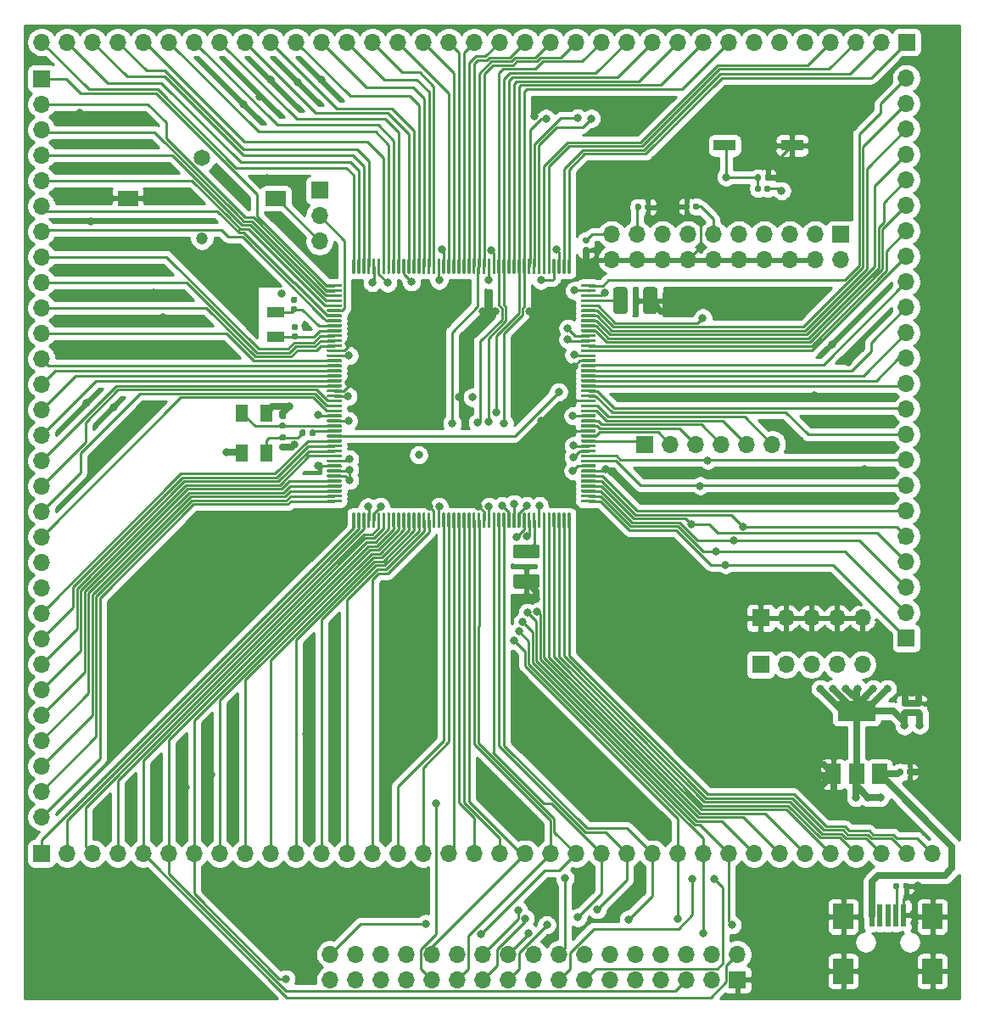
<source format=gbr>
G04 #@! TF.GenerationSoftware,KiCad,Pcbnew,(5.1.6)-1*
G04 #@! TF.CreationDate,2020-09-15T12:17:56+03:00*
G04 #@! TF.ProjectId,469devboard,34363964-6576-4626-9f61-72642e6b6963,rev?*
G04 #@! TF.SameCoordinates,Original*
G04 #@! TF.FileFunction,Copper,L1,Top*
G04 #@! TF.FilePolarity,Positive*
%FSLAX46Y46*%
G04 Gerber Fmt 4.6, Leading zero omitted, Abs format (unit mm)*
G04 Created by KiCad (PCBNEW (5.1.6)-1) date 2020-09-15 12:17:56*
%MOMM*%
%LPD*%
G01*
G04 APERTURE LIST*
G04 #@! TA.AperFunction,ComponentPad*
%ADD10O,1.700000X1.700000*%
G04 #@! TD*
G04 #@! TA.AperFunction,ComponentPad*
%ADD11R,1.700000X1.700000*%
G04 #@! TD*
G04 #@! TA.AperFunction,SMDPad,CuDef*
%ADD12R,2.000000X2.500000*%
G04 #@! TD*
G04 #@! TA.AperFunction,SMDPad,CuDef*
%ADD13R,0.500000X2.250000*%
G04 #@! TD*
G04 #@! TA.AperFunction,ComponentPad*
%ADD14C,1.650000*%
G04 #@! TD*
G04 #@! TA.AperFunction,ComponentPad*
%ADD15C,1.200000*%
G04 #@! TD*
G04 #@! TA.AperFunction,SMDPad,CuDef*
%ADD16R,2.000000X1.500000*%
G04 #@! TD*
G04 #@! TA.AperFunction,SMDPad,CuDef*
%ADD17R,1.200000X1.800000*%
G04 #@! TD*
G04 #@! TA.AperFunction,SMDPad,CuDef*
%ADD18R,1.800000X1.000000*%
G04 #@! TD*
G04 #@! TA.AperFunction,SMDPad,CuDef*
%ADD19R,1.500000X2.000000*%
G04 #@! TD*
G04 #@! TA.AperFunction,SMDPad,CuDef*
%ADD20R,3.800000X2.000000*%
G04 #@! TD*
G04 #@! TA.AperFunction,SMDPad,CuDef*
%ADD21R,2.160000X1.120000*%
G04 #@! TD*
G04 #@! TA.AperFunction,ViaPad*
%ADD22C,0.800000*%
G04 #@! TD*
G04 #@! TA.AperFunction,Conductor*
%ADD23C,0.700000*%
G04 #@! TD*
G04 #@! TA.AperFunction,Conductor*
%ADD24C,0.254000*%
G04 #@! TD*
G04 #@! TA.AperFunction,Conductor*
%ADD25C,0.127000*%
G04 #@! TD*
G04 APERTURE END LIST*
D10*
X161023300Y-107046500D03*
X158483300Y-107046500D03*
X155943300Y-107046500D03*
X153403300Y-107046500D03*
D11*
X150863300Y-107046500D03*
D10*
X161023300Y-111696500D03*
X158483300Y-111696500D03*
X155943300Y-111696500D03*
X153403300Y-111696500D03*
D11*
X150863300Y-111696500D03*
G04 #@! TA.AperFunction,SMDPad,CuDef*
G36*
G01*
X126407600Y-102679800D02*
X128557600Y-102679800D01*
G75*
G02*
X128807600Y-102929800I0J-250000D01*
G01*
X128807600Y-103854800D01*
G75*
G02*
X128557600Y-104104800I-250000J0D01*
G01*
X126407600Y-104104800D01*
G75*
G02*
X126157600Y-103854800I0J250000D01*
G01*
X126157600Y-102929800D01*
G75*
G02*
X126407600Y-102679800I250000J0D01*
G01*
G37*
G04 #@! TD.AperFunction*
G04 #@! TA.AperFunction,SMDPad,CuDef*
G36*
G01*
X126407600Y-99704800D02*
X128557600Y-99704800D01*
G75*
G02*
X128807600Y-99954800I0J-250000D01*
G01*
X128807600Y-100879800D01*
G75*
G02*
X128557600Y-101129800I-250000J0D01*
G01*
X126407600Y-101129800D01*
G75*
G02*
X126157600Y-100879800I0J250000D01*
G01*
X126157600Y-99954800D01*
G75*
G02*
X126407600Y-99704800I250000J0D01*
G01*
G37*
G04 #@! TD.AperFunction*
D10*
X135991600Y-71297800D03*
X135991600Y-68757800D03*
X138531600Y-71297800D03*
X138531600Y-68757800D03*
X141071600Y-71297800D03*
X141071600Y-68757800D03*
X143611600Y-71297800D03*
X143611600Y-68757800D03*
X146151600Y-71297800D03*
X146151600Y-68757800D03*
X148691600Y-71297800D03*
X148691600Y-68757800D03*
X151231600Y-71297800D03*
X151231600Y-68757800D03*
X153771600Y-71297800D03*
X153771600Y-68757800D03*
X156311600Y-71297800D03*
X156311600Y-68757800D03*
X158851600Y-71297800D03*
D11*
X158851600Y-68757800D03*
D10*
X79095600Y-126898400D03*
X79095600Y-124358400D03*
X79095600Y-121818400D03*
X79095600Y-119278400D03*
X79095600Y-116738400D03*
X79095600Y-114198400D03*
X79095600Y-111658400D03*
X79095600Y-109118400D03*
X79095600Y-106578400D03*
X79095600Y-104038400D03*
X79095600Y-101498400D03*
X79095600Y-98958400D03*
X79095600Y-96418400D03*
X79095600Y-93878400D03*
X79095600Y-91338400D03*
X79095600Y-88798400D03*
X79095600Y-86258400D03*
X79095600Y-83718400D03*
X79095600Y-81178400D03*
X79095600Y-78638400D03*
X79095600Y-76098400D03*
X79095600Y-73558400D03*
X79095600Y-71018400D03*
X79095600Y-68478400D03*
X79095600Y-65938400D03*
X79095600Y-63398400D03*
X79095600Y-60858400D03*
X79095600Y-58318400D03*
X79095600Y-55778400D03*
D11*
X79095600Y-53238400D03*
D10*
X165404800Y-53187600D03*
X165404800Y-55727600D03*
X165404800Y-58267600D03*
X165404800Y-60807600D03*
X165404800Y-63347600D03*
X165404800Y-65887600D03*
X165404800Y-68427600D03*
X165404800Y-70967600D03*
X165404800Y-73507600D03*
X165404800Y-76047600D03*
X165404800Y-78587600D03*
X165404800Y-81127600D03*
X165404800Y-83667600D03*
X165404800Y-86207600D03*
X165404800Y-88747600D03*
X165404800Y-91287600D03*
X165404800Y-93827600D03*
X165404800Y-96367600D03*
X165404800Y-98907600D03*
X165404800Y-101447600D03*
X165404800Y-103987600D03*
X165404800Y-106527600D03*
D11*
X165404800Y-109067600D03*
D12*
X168013300Y-136849000D03*
X168013300Y-142299000D03*
X159113300Y-142299000D03*
X159113300Y-136849000D03*
D13*
X165163300Y-136724000D03*
X164363300Y-136724000D03*
X163563300Y-136724000D03*
X162763300Y-136724000D03*
X161963300Y-136724000D03*
D14*
X95097600Y-61163200D03*
D15*
X95097600Y-69163200D03*
D16*
X102497600Y-65163200D03*
X87697600Y-65163200D03*
G04 #@! TA.AperFunction,SMDPad,CuDef*
G36*
G01*
X105471600Y-88397300D02*
X105471600Y-88742300D01*
G75*
G02*
X105324100Y-88889800I-147500J0D01*
G01*
X105029100Y-88889800D01*
G75*
G02*
X104881600Y-88742300I0J147500D01*
G01*
X104881600Y-88397300D01*
G75*
G02*
X105029100Y-88249800I147500J0D01*
G01*
X105324100Y-88249800D01*
G75*
G02*
X105471600Y-88397300I0J-147500D01*
G01*
G37*
G04 #@! TD.AperFunction*
G04 #@! TA.AperFunction,SMDPad,CuDef*
G36*
G01*
X106441600Y-88397300D02*
X106441600Y-88742300D01*
G75*
G02*
X106294100Y-88889800I-147500J0D01*
G01*
X105999100Y-88889800D01*
G75*
G02*
X105851600Y-88742300I0J147500D01*
G01*
X105851600Y-88397300D01*
G75*
G02*
X105999100Y-88249800I147500J0D01*
G01*
X106294100Y-88249800D01*
G75*
G02*
X106441600Y-88397300I0J-147500D01*
G01*
G37*
G04 #@! TD.AperFunction*
D17*
X101504600Y-86569800D03*
X101504600Y-90569800D03*
X99104600Y-90569800D03*
X99104600Y-86569800D03*
D18*
X102463600Y-79004800D03*
X102463600Y-76504800D03*
G04 #@! TA.AperFunction,SMDPad,CuDef*
G36*
G01*
X139143100Y-76436800D02*
X139143100Y-74286800D01*
G75*
G02*
X139393100Y-74036800I250000J0D01*
G01*
X140318100Y-74036800D01*
G75*
G02*
X140568100Y-74286800I0J-250000D01*
G01*
X140568100Y-76436800D01*
G75*
G02*
X140318100Y-76686800I-250000J0D01*
G01*
X139393100Y-76686800D01*
G75*
G02*
X139143100Y-76436800I0J250000D01*
G01*
G37*
G04 #@! TD.AperFunction*
G04 #@! TA.AperFunction,SMDPad,CuDef*
G36*
G01*
X136168100Y-76436800D02*
X136168100Y-74286800D01*
G75*
G02*
X136418100Y-74036800I250000J0D01*
G01*
X137343100Y-74036800D01*
G75*
G02*
X137593100Y-74286800I0J-250000D01*
G01*
X137593100Y-76436800D01*
G75*
G02*
X137343100Y-76686800I-250000J0D01*
G01*
X136418100Y-76686800D01*
G75*
G02*
X136168100Y-76436800I0J250000D01*
G01*
G37*
G04 #@! TD.AperFunction*
D10*
X167995600Y-130556000D03*
X165455600Y-130556000D03*
X162915600Y-130556000D03*
X160375600Y-130556000D03*
X157835600Y-130556000D03*
X155295600Y-130556000D03*
X152755600Y-130556000D03*
X150215600Y-130556000D03*
X147675600Y-130556000D03*
X145135600Y-130556000D03*
X142595600Y-130556000D03*
X140055600Y-130556000D03*
X137515600Y-130556000D03*
X134975600Y-130556000D03*
X132435600Y-130556000D03*
X129895600Y-130556000D03*
X127355600Y-130556000D03*
X124815600Y-130556000D03*
X122275600Y-130556000D03*
X119735600Y-130556000D03*
X117195600Y-130556000D03*
X114655600Y-130556000D03*
X112115600Y-130556000D03*
X109575600Y-130556000D03*
X107035600Y-130556000D03*
X104495600Y-130556000D03*
X101955600Y-130556000D03*
X99415600Y-130556000D03*
X96875600Y-130556000D03*
X94335600Y-130556000D03*
X91795600Y-130556000D03*
X89255600Y-130556000D03*
X86715600Y-130556000D03*
X84175600Y-130556000D03*
X81635600Y-130556000D03*
D11*
X79095600Y-130556000D03*
D10*
X79095600Y-49580800D03*
X81635600Y-49580800D03*
X84175600Y-49580800D03*
X86715600Y-49580800D03*
X89255600Y-49580800D03*
X91795600Y-49580800D03*
X94335600Y-49580800D03*
X96875600Y-49580800D03*
X99415600Y-49580800D03*
X101955600Y-49580800D03*
X104495600Y-49580800D03*
X107035600Y-49580800D03*
X109575600Y-49580800D03*
X112115600Y-49580800D03*
X114655600Y-49580800D03*
X117195600Y-49580800D03*
X119735600Y-49580800D03*
X122275600Y-49580800D03*
X124815600Y-49580800D03*
X127355600Y-49580800D03*
X129895600Y-49580800D03*
X132435600Y-49580800D03*
X134975600Y-49580800D03*
X137515600Y-49580800D03*
X140055600Y-49580800D03*
X142595600Y-49580800D03*
X145135600Y-49580800D03*
X147675600Y-49580800D03*
X150215600Y-49580800D03*
X152755600Y-49580800D03*
X155295600Y-49580800D03*
X157835600Y-49580800D03*
X160375600Y-49580800D03*
X162915600Y-49580800D03*
D11*
X165455600Y-49580800D03*
G04 #@! TA.AperFunction,SMDPad,CuDef*
G36*
G01*
X143777200Y-65816700D02*
X143777200Y-66161700D01*
G75*
G02*
X143629700Y-66309200I-147500J0D01*
G01*
X143334700Y-66309200D01*
G75*
G02*
X143187200Y-66161700I0J147500D01*
G01*
X143187200Y-65816700D01*
G75*
G02*
X143334700Y-65669200I147500J0D01*
G01*
X143629700Y-65669200D01*
G75*
G02*
X143777200Y-65816700I0J-147500D01*
G01*
G37*
G04 #@! TD.AperFunction*
G04 #@! TA.AperFunction,SMDPad,CuDef*
G36*
G01*
X144747200Y-65816700D02*
X144747200Y-66161700D01*
G75*
G02*
X144599700Y-66309200I-147500J0D01*
G01*
X144304700Y-66309200D01*
G75*
G02*
X144157200Y-66161700I0J147500D01*
G01*
X144157200Y-65816700D01*
G75*
G02*
X144304700Y-65669200I147500J0D01*
G01*
X144599700Y-65669200D01*
G75*
G02*
X144747200Y-65816700I0J-147500D01*
G01*
G37*
G04 #@! TD.AperFunction*
G04 #@! TA.AperFunction,SMDPad,CuDef*
G36*
G01*
X133279100Y-70040000D02*
X133624100Y-70040000D01*
G75*
G02*
X133771600Y-70187500I0J-147500D01*
G01*
X133771600Y-70482500D01*
G75*
G02*
X133624100Y-70630000I-147500J0D01*
G01*
X133279100Y-70630000D01*
G75*
G02*
X133131600Y-70482500I0J147500D01*
G01*
X133131600Y-70187500D01*
G75*
G02*
X133279100Y-70040000I147500J0D01*
G01*
G37*
G04 #@! TD.AperFunction*
G04 #@! TA.AperFunction,SMDPad,CuDef*
G36*
G01*
X133279100Y-69070000D02*
X133624100Y-69070000D01*
G75*
G02*
X133771600Y-69217500I0J-147500D01*
G01*
X133771600Y-69512500D01*
G75*
G02*
X133624100Y-69660000I-147500J0D01*
G01*
X133279100Y-69660000D01*
G75*
G02*
X133131600Y-69512500I0J147500D01*
G01*
X133131600Y-69217500D01*
G75*
G02*
X133279100Y-69070000I147500J0D01*
G01*
G37*
G04 #@! TD.AperFunction*
G04 #@! TA.AperFunction,SMDPad,CuDef*
G36*
G01*
X139331200Y-66212500D02*
X139331200Y-65867500D01*
G75*
G02*
X139478700Y-65720000I147500J0D01*
G01*
X139773700Y-65720000D01*
G75*
G02*
X139921200Y-65867500I0J-147500D01*
G01*
X139921200Y-66212500D01*
G75*
G02*
X139773700Y-66360000I-147500J0D01*
G01*
X139478700Y-66360000D01*
G75*
G02*
X139331200Y-66212500I0J147500D01*
G01*
G37*
G04 #@! TD.AperFunction*
G04 #@! TA.AperFunction,SMDPad,CuDef*
G36*
G01*
X138361200Y-66212500D02*
X138361200Y-65867500D01*
G75*
G02*
X138508700Y-65720000I147500J0D01*
G01*
X138803700Y-65720000D01*
G75*
G02*
X138951200Y-65867500I0J-147500D01*
G01*
X138951200Y-66212500D01*
G75*
G02*
X138803700Y-66360000I-147500J0D01*
G01*
X138508700Y-66360000D01*
G75*
G02*
X138361200Y-66212500I0J147500D01*
G01*
G37*
G04 #@! TD.AperFunction*
D10*
X151993600Y-89712800D03*
X149453600Y-89712800D03*
X146913600Y-89712800D03*
X144373600Y-89712800D03*
X141833600Y-89712800D03*
D11*
X139293600Y-89712800D03*
G04 #@! TA.AperFunction,SMDPad,CuDef*
G36*
G01*
X166821900Y-115862600D02*
X166476900Y-115862600D01*
G75*
G02*
X166329400Y-115715100I0J147500D01*
G01*
X166329400Y-115420100D01*
G75*
G02*
X166476900Y-115272600I147500J0D01*
G01*
X166821900Y-115272600D01*
G75*
G02*
X166969400Y-115420100I0J-147500D01*
G01*
X166969400Y-115715100D01*
G75*
G02*
X166821900Y-115862600I-147500J0D01*
G01*
G37*
G04 #@! TD.AperFunction*
G04 #@! TA.AperFunction,SMDPad,CuDef*
G36*
G01*
X166821900Y-116832600D02*
X166476900Y-116832600D01*
G75*
G02*
X166329400Y-116685100I0J147500D01*
G01*
X166329400Y-116390100D01*
G75*
G02*
X166476900Y-116242600I147500J0D01*
G01*
X166821900Y-116242600D01*
G75*
G02*
X166969400Y-116390100I0J-147500D01*
G01*
X166969400Y-116685100D01*
G75*
G02*
X166821900Y-116832600I-147500J0D01*
G01*
G37*
G04 #@! TD.AperFunction*
G04 #@! TA.AperFunction,SMDPad,CuDef*
G36*
G01*
X165424900Y-115862600D02*
X165079900Y-115862600D01*
G75*
G02*
X164932400Y-115715100I0J147500D01*
G01*
X164932400Y-115420100D01*
G75*
G02*
X165079900Y-115272600I147500J0D01*
G01*
X165424900Y-115272600D01*
G75*
G02*
X165572400Y-115420100I0J-147500D01*
G01*
X165572400Y-115715100D01*
G75*
G02*
X165424900Y-115862600I-147500J0D01*
G01*
G37*
G04 #@! TD.AperFunction*
G04 #@! TA.AperFunction,SMDPad,CuDef*
G36*
G01*
X165424900Y-116832600D02*
X165079900Y-116832600D01*
G75*
G02*
X164932400Y-116685100I0J147500D01*
G01*
X164932400Y-116390100D01*
G75*
G02*
X165079900Y-116242600I147500J0D01*
G01*
X165424900Y-116242600D01*
G75*
G02*
X165572400Y-116390100I0J-147500D01*
G01*
X165572400Y-116685100D01*
G75*
G02*
X165424900Y-116832600I-147500J0D01*
G01*
G37*
G04 #@! TD.AperFunction*
G04 #@! TA.AperFunction,SMDPad,CuDef*
G36*
G01*
X165465400Y-122575100D02*
X165465400Y-122230100D01*
G75*
G02*
X165612900Y-122082600I147500J0D01*
G01*
X165907900Y-122082600D01*
G75*
G02*
X166055400Y-122230100I0J-147500D01*
G01*
X166055400Y-122575100D01*
G75*
G02*
X165907900Y-122722600I-147500J0D01*
G01*
X165612900Y-122722600D01*
G75*
G02*
X165465400Y-122575100I0J147500D01*
G01*
G37*
G04 #@! TD.AperFunction*
G04 #@! TA.AperFunction,SMDPad,CuDef*
G36*
G01*
X164495400Y-122575100D02*
X164495400Y-122230100D01*
G75*
G02*
X164642900Y-122082600I147500J0D01*
G01*
X164937900Y-122082600D01*
G75*
G02*
X165085400Y-122230100I0J-147500D01*
G01*
X165085400Y-122575100D01*
G75*
G02*
X164937900Y-122722600I-147500J0D01*
G01*
X164642900Y-122722600D01*
G75*
G02*
X164495400Y-122575100I0J147500D01*
G01*
G37*
G04 #@! TD.AperFunction*
G04 #@! TA.AperFunction,SMDPad,CuDef*
G36*
G01*
X165086800Y-133967000D02*
X165086800Y-133622000D01*
G75*
G02*
X165234300Y-133474500I147500J0D01*
G01*
X165529300Y-133474500D01*
G75*
G02*
X165676800Y-133622000I0J-147500D01*
G01*
X165676800Y-133967000D01*
G75*
G02*
X165529300Y-134114500I-147500J0D01*
G01*
X165234300Y-134114500D01*
G75*
G02*
X165086800Y-133967000I0J147500D01*
G01*
G37*
G04 #@! TD.AperFunction*
G04 #@! TA.AperFunction,SMDPad,CuDef*
G36*
G01*
X164116800Y-133967000D02*
X164116800Y-133622000D01*
G75*
G02*
X164264300Y-133474500I147500J0D01*
G01*
X164559300Y-133474500D01*
G75*
G02*
X164706800Y-133622000I0J-147500D01*
G01*
X164706800Y-133967000D01*
G75*
G02*
X164559300Y-134114500I-147500J0D01*
G01*
X164264300Y-134114500D01*
G75*
G02*
X164116800Y-133967000I0J147500D01*
G01*
G37*
G04 #@! TD.AperFunction*
D19*
X158126400Y-122631600D03*
X162726400Y-122631600D03*
X160426400Y-122631600D03*
D20*
X160426400Y-116331600D03*
D21*
X154012400Y-59893200D03*
X147282400Y-59893200D03*
G04 #@! TA.AperFunction,SMDPad,CuDef*
G36*
G01*
X150889200Y-64038700D02*
X150889200Y-64383700D01*
G75*
G02*
X150741700Y-64531200I-147500J0D01*
G01*
X150446700Y-64531200D01*
G75*
G02*
X150299200Y-64383700I0J147500D01*
G01*
X150299200Y-64038700D01*
G75*
G02*
X150446700Y-63891200I147500J0D01*
G01*
X150741700Y-63891200D01*
G75*
G02*
X150889200Y-64038700I0J-147500D01*
G01*
G37*
G04 #@! TD.AperFunction*
G04 #@! TA.AperFunction,SMDPad,CuDef*
G36*
G01*
X151859200Y-64038700D02*
X151859200Y-64383700D01*
G75*
G02*
X151711700Y-64531200I-147500J0D01*
G01*
X151416700Y-64531200D01*
G75*
G02*
X151269200Y-64383700I0J147500D01*
G01*
X151269200Y-64038700D01*
G75*
G02*
X151416700Y-63891200I147500J0D01*
G01*
X151711700Y-63891200D01*
G75*
G02*
X151859200Y-64038700I0J-147500D01*
G01*
G37*
G04 #@! TD.AperFunction*
D10*
X106832400Y-69443600D03*
X106832400Y-66903600D03*
D11*
X106832400Y-64363600D03*
G04 #@! TA.AperFunction,SMDPad,CuDef*
G36*
G01*
X151292200Y-63266100D02*
X151292200Y-62921100D01*
G75*
G02*
X151439700Y-62773600I147500J0D01*
G01*
X151734700Y-62773600D01*
G75*
G02*
X151882200Y-62921100I0J-147500D01*
G01*
X151882200Y-63266100D01*
G75*
G02*
X151734700Y-63413600I-147500J0D01*
G01*
X151439700Y-63413600D01*
G75*
G02*
X151292200Y-63266100I0J147500D01*
G01*
G37*
G04 #@! TD.AperFunction*
G04 #@! TA.AperFunction,SMDPad,CuDef*
G36*
G01*
X150322200Y-63266100D02*
X150322200Y-62921100D01*
G75*
G02*
X150469700Y-62773600I147500J0D01*
G01*
X150764700Y-62773600D01*
G75*
G02*
X150912200Y-62921100I0J-147500D01*
G01*
X150912200Y-63266100D01*
G75*
G02*
X150764700Y-63413600I-147500J0D01*
G01*
X150469700Y-63413600D01*
G75*
G02*
X150322200Y-63266100I0J147500D01*
G01*
G37*
G04 #@! TD.AperFunction*
G04 #@! TA.AperFunction,SMDPad,CuDef*
G36*
G01*
X102989600Y-89712300D02*
X103334600Y-89712300D01*
G75*
G02*
X103482100Y-89859800I0J-147500D01*
G01*
X103482100Y-90154800D01*
G75*
G02*
X103334600Y-90302300I-147500J0D01*
G01*
X102989600Y-90302300D01*
G75*
G02*
X102842100Y-90154800I0J147500D01*
G01*
X102842100Y-89859800D01*
G75*
G02*
X102989600Y-89712300I147500J0D01*
G01*
G37*
G04 #@! TD.AperFunction*
G04 #@! TA.AperFunction,SMDPad,CuDef*
G36*
G01*
X102989600Y-88742300D02*
X103334600Y-88742300D01*
G75*
G02*
X103482100Y-88889800I0J-147500D01*
G01*
X103482100Y-89184800D01*
G75*
G02*
X103334600Y-89332300I-147500J0D01*
G01*
X102989600Y-89332300D01*
G75*
G02*
X102842100Y-89184800I0J147500D01*
G01*
X102842100Y-88889800D01*
G75*
G02*
X102989600Y-88742300I147500J0D01*
G01*
G37*
G04 #@! TD.AperFunction*
G04 #@! TA.AperFunction,SMDPad,CuDef*
G36*
G01*
X103334600Y-87196300D02*
X102989600Y-87196300D01*
G75*
G02*
X102842100Y-87048800I0J147500D01*
G01*
X102842100Y-86753800D01*
G75*
G02*
X102989600Y-86606300I147500J0D01*
G01*
X103334600Y-86606300D01*
G75*
G02*
X103482100Y-86753800I0J-147500D01*
G01*
X103482100Y-87048800D01*
G75*
G02*
X103334600Y-87196300I-147500J0D01*
G01*
G37*
G04 #@! TD.AperFunction*
G04 #@! TA.AperFunction,SMDPad,CuDef*
G36*
G01*
X103334600Y-88166300D02*
X102989600Y-88166300D01*
G75*
G02*
X102842100Y-88018800I0J147500D01*
G01*
X102842100Y-87723800D01*
G75*
G02*
X102989600Y-87576300I147500J0D01*
G01*
X103334600Y-87576300D01*
G75*
G02*
X103482100Y-87723800I0J-147500D01*
G01*
X103482100Y-88018800D01*
G75*
G02*
X103334600Y-88166300I-147500J0D01*
G01*
G37*
G04 #@! TD.AperFunction*
G04 #@! TA.AperFunction,SMDPad,CuDef*
G36*
G01*
X104541100Y-78306300D02*
X104196100Y-78306300D01*
G75*
G02*
X104048600Y-78158800I0J147500D01*
G01*
X104048600Y-77863800D01*
G75*
G02*
X104196100Y-77716300I147500J0D01*
G01*
X104541100Y-77716300D01*
G75*
G02*
X104688600Y-77863800I0J-147500D01*
G01*
X104688600Y-78158800D01*
G75*
G02*
X104541100Y-78306300I-147500J0D01*
G01*
G37*
G04 #@! TD.AperFunction*
G04 #@! TA.AperFunction,SMDPad,CuDef*
G36*
G01*
X104541100Y-79276300D02*
X104196100Y-79276300D01*
G75*
G02*
X104048600Y-79128800I0J147500D01*
G01*
X104048600Y-78833800D01*
G75*
G02*
X104196100Y-78686300I147500J0D01*
G01*
X104541100Y-78686300D01*
G75*
G02*
X104688600Y-78833800I0J-147500D01*
G01*
X104688600Y-79128800D01*
G75*
G02*
X104541100Y-79276300I-147500J0D01*
G01*
G37*
G04 #@! TD.AperFunction*
G04 #@! TA.AperFunction,SMDPad,CuDef*
G36*
G01*
X104477600Y-75575800D02*
X104132600Y-75575800D01*
G75*
G02*
X103985100Y-75428300I0J147500D01*
G01*
X103985100Y-75133300D01*
G75*
G02*
X104132600Y-74985800I147500J0D01*
G01*
X104477600Y-74985800D01*
G75*
G02*
X104625100Y-75133300I0J-147500D01*
G01*
X104625100Y-75428300D01*
G75*
G02*
X104477600Y-75575800I-147500J0D01*
G01*
G37*
G04 #@! TD.AperFunction*
G04 #@! TA.AperFunction,SMDPad,CuDef*
G36*
G01*
X104477600Y-76545800D02*
X104132600Y-76545800D01*
G75*
G02*
X103985100Y-76398300I0J147500D01*
G01*
X103985100Y-76103300D01*
G75*
G02*
X104132600Y-75955800I147500J0D01*
G01*
X104477600Y-75955800D01*
G75*
G02*
X104625100Y-76103300I0J-147500D01*
G01*
X104625100Y-76398300D01*
G75*
G02*
X104477600Y-76545800I-147500J0D01*
G01*
G37*
G04 #@! TD.AperFunction*
D10*
X107899200Y-140614400D03*
X107899200Y-143154400D03*
X110439200Y-140614400D03*
X110439200Y-143154400D03*
X112979200Y-140614400D03*
X112979200Y-143154400D03*
X115519200Y-140614400D03*
X115519200Y-143154400D03*
X118059200Y-140614400D03*
X118059200Y-143154400D03*
X120599200Y-140614400D03*
X120599200Y-143154400D03*
X123139200Y-140614400D03*
X123139200Y-143154400D03*
X125679200Y-140614400D03*
X125679200Y-143154400D03*
X128219200Y-140614400D03*
X128219200Y-143154400D03*
X130759200Y-140614400D03*
X130759200Y-143154400D03*
X133299200Y-140614400D03*
X133299200Y-143154400D03*
X135839200Y-140614400D03*
X135839200Y-143154400D03*
X138379200Y-140614400D03*
X138379200Y-143154400D03*
X140919200Y-140614400D03*
X140919200Y-143154400D03*
X143459200Y-140614400D03*
X143459200Y-143154400D03*
X145999200Y-140614400D03*
X145999200Y-143154400D03*
X148539200Y-140614400D03*
D11*
X148539200Y-143154400D03*
G04 #@! TA.AperFunction,SMDPad,CuDef*
G36*
G01*
X110105600Y-72632800D02*
X110105600Y-71282800D01*
G75*
G02*
X110180600Y-71207800I75000J0D01*
G01*
X110330600Y-71207800D01*
G75*
G02*
X110405600Y-71282800I0J-75000D01*
G01*
X110405600Y-72632800D01*
G75*
G02*
X110330600Y-72707800I-75000J0D01*
G01*
X110180600Y-72707800D01*
G75*
G02*
X110105600Y-72632800I0J75000D01*
G01*
G37*
G04 #@! TD.AperFunction*
G04 #@! TA.AperFunction,SMDPad,CuDef*
G36*
G01*
X110605600Y-72632800D02*
X110605600Y-71282800D01*
G75*
G02*
X110680600Y-71207800I75000J0D01*
G01*
X110830600Y-71207800D01*
G75*
G02*
X110905600Y-71282800I0J-75000D01*
G01*
X110905600Y-72632800D01*
G75*
G02*
X110830600Y-72707800I-75000J0D01*
G01*
X110680600Y-72707800D01*
G75*
G02*
X110605600Y-72632800I0J75000D01*
G01*
G37*
G04 #@! TD.AperFunction*
G04 #@! TA.AperFunction,SMDPad,CuDef*
G36*
G01*
X111105600Y-72632800D02*
X111105600Y-71282800D01*
G75*
G02*
X111180600Y-71207800I75000J0D01*
G01*
X111330600Y-71207800D01*
G75*
G02*
X111405600Y-71282800I0J-75000D01*
G01*
X111405600Y-72632800D01*
G75*
G02*
X111330600Y-72707800I-75000J0D01*
G01*
X111180600Y-72707800D01*
G75*
G02*
X111105600Y-72632800I0J75000D01*
G01*
G37*
G04 #@! TD.AperFunction*
G04 #@! TA.AperFunction,SMDPad,CuDef*
G36*
G01*
X111605600Y-72632800D02*
X111605600Y-71282800D01*
G75*
G02*
X111680600Y-71207800I75000J0D01*
G01*
X111830600Y-71207800D01*
G75*
G02*
X111905600Y-71282800I0J-75000D01*
G01*
X111905600Y-72632800D01*
G75*
G02*
X111830600Y-72707800I-75000J0D01*
G01*
X111680600Y-72707800D01*
G75*
G02*
X111605600Y-72632800I0J75000D01*
G01*
G37*
G04 #@! TD.AperFunction*
G04 #@! TA.AperFunction,SMDPad,CuDef*
G36*
G01*
X112105600Y-72632800D02*
X112105600Y-71282800D01*
G75*
G02*
X112180600Y-71207800I75000J0D01*
G01*
X112330600Y-71207800D01*
G75*
G02*
X112405600Y-71282800I0J-75000D01*
G01*
X112405600Y-72632800D01*
G75*
G02*
X112330600Y-72707800I-75000J0D01*
G01*
X112180600Y-72707800D01*
G75*
G02*
X112105600Y-72632800I0J75000D01*
G01*
G37*
G04 #@! TD.AperFunction*
G04 #@! TA.AperFunction,SMDPad,CuDef*
G36*
G01*
X112605600Y-72632800D02*
X112605600Y-71282800D01*
G75*
G02*
X112680600Y-71207800I75000J0D01*
G01*
X112830600Y-71207800D01*
G75*
G02*
X112905600Y-71282800I0J-75000D01*
G01*
X112905600Y-72632800D01*
G75*
G02*
X112830600Y-72707800I-75000J0D01*
G01*
X112680600Y-72707800D01*
G75*
G02*
X112605600Y-72632800I0J75000D01*
G01*
G37*
G04 #@! TD.AperFunction*
G04 #@! TA.AperFunction,SMDPad,CuDef*
G36*
G01*
X113105600Y-72632800D02*
X113105600Y-71282800D01*
G75*
G02*
X113180600Y-71207800I75000J0D01*
G01*
X113330600Y-71207800D01*
G75*
G02*
X113405600Y-71282800I0J-75000D01*
G01*
X113405600Y-72632800D01*
G75*
G02*
X113330600Y-72707800I-75000J0D01*
G01*
X113180600Y-72707800D01*
G75*
G02*
X113105600Y-72632800I0J75000D01*
G01*
G37*
G04 #@! TD.AperFunction*
G04 #@! TA.AperFunction,SMDPad,CuDef*
G36*
G01*
X113605600Y-72632800D02*
X113605600Y-71282800D01*
G75*
G02*
X113680600Y-71207800I75000J0D01*
G01*
X113830600Y-71207800D01*
G75*
G02*
X113905600Y-71282800I0J-75000D01*
G01*
X113905600Y-72632800D01*
G75*
G02*
X113830600Y-72707800I-75000J0D01*
G01*
X113680600Y-72707800D01*
G75*
G02*
X113605600Y-72632800I0J75000D01*
G01*
G37*
G04 #@! TD.AperFunction*
G04 #@! TA.AperFunction,SMDPad,CuDef*
G36*
G01*
X114105600Y-72632800D02*
X114105600Y-71282800D01*
G75*
G02*
X114180600Y-71207800I75000J0D01*
G01*
X114330600Y-71207800D01*
G75*
G02*
X114405600Y-71282800I0J-75000D01*
G01*
X114405600Y-72632800D01*
G75*
G02*
X114330600Y-72707800I-75000J0D01*
G01*
X114180600Y-72707800D01*
G75*
G02*
X114105600Y-72632800I0J75000D01*
G01*
G37*
G04 #@! TD.AperFunction*
G04 #@! TA.AperFunction,SMDPad,CuDef*
G36*
G01*
X114605600Y-72632800D02*
X114605600Y-71282800D01*
G75*
G02*
X114680600Y-71207800I75000J0D01*
G01*
X114830600Y-71207800D01*
G75*
G02*
X114905600Y-71282800I0J-75000D01*
G01*
X114905600Y-72632800D01*
G75*
G02*
X114830600Y-72707800I-75000J0D01*
G01*
X114680600Y-72707800D01*
G75*
G02*
X114605600Y-72632800I0J75000D01*
G01*
G37*
G04 #@! TD.AperFunction*
G04 #@! TA.AperFunction,SMDPad,CuDef*
G36*
G01*
X115105600Y-72632800D02*
X115105600Y-71282800D01*
G75*
G02*
X115180600Y-71207800I75000J0D01*
G01*
X115330600Y-71207800D01*
G75*
G02*
X115405600Y-71282800I0J-75000D01*
G01*
X115405600Y-72632800D01*
G75*
G02*
X115330600Y-72707800I-75000J0D01*
G01*
X115180600Y-72707800D01*
G75*
G02*
X115105600Y-72632800I0J75000D01*
G01*
G37*
G04 #@! TD.AperFunction*
G04 #@! TA.AperFunction,SMDPad,CuDef*
G36*
G01*
X115605600Y-72632800D02*
X115605600Y-71282800D01*
G75*
G02*
X115680600Y-71207800I75000J0D01*
G01*
X115830600Y-71207800D01*
G75*
G02*
X115905600Y-71282800I0J-75000D01*
G01*
X115905600Y-72632800D01*
G75*
G02*
X115830600Y-72707800I-75000J0D01*
G01*
X115680600Y-72707800D01*
G75*
G02*
X115605600Y-72632800I0J75000D01*
G01*
G37*
G04 #@! TD.AperFunction*
G04 #@! TA.AperFunction,SMDPad,CuDef*
G36*
G01*
X116105600Y-72632800D02*
X116105600Y-71282800D01*
G75*
G02*
X116180600Y-71207800I75000J0D01*
G01*
X116330600Y-71207800D01*
G75*
G02*
X116405600Y-71282800I0J-75000D01*
G01*
X116405600Y-72632800D01*
G75*
G02*
X116330600Y-72707800I-75000J0D01*
G01*
X116180600Y-72707800D01*
G75*
G02*
X116105600Y-72632800I0J75000D01*
G01*
G37*
G04 #@! TD.AperFunction*
G04 #@! TA.AperFunction,SMDPad,CuDef*
G36*
G01*
X116605600Y-72632800D02*
X116605600Y-71282800D01*
G75*
G02*
X116680600Y-71207800I75000J0D01*
G01*
X116830600Y-71207800D01*
G75*
G02*
X116905600Y-71282800I0J-75000D01*
G01*
X116905600Y-72632800D01*
G75*
G02*
X116830600Y-72707800I-75000J0D01*
G01*
X116680600Y-72707800D01*
G75*
G02*
X116605600Y-72632800I0J75000D01*
G01*
G37*
G04 #@! TD.AperFunction*
G04 #@! TA.AperFunction,SMDPad,CuDef*
G36*
G01*
X117105600Y-72632800D02*
X117105600Y-71282800D01*
G75*
G02*
X117180600Y-71207800I75000J0D01*
G01*
X117330600Y-71207800D01*
G75*
G02*
X117405600Y-71282800I0J-75000D01*
G01*
X117405600Y-72632800D01*
G75*
G02*
X117330600Y-72707800I-75000J0D01*
G01*
X117180600Y-72707800D01*
G75*
G02*
X117105600Y-72632800I0J75000D01*
G01*
G37*
G04 #@! TD.AperFunction*
G04 #@! TA.AperFunction,SMDPad,CuDef*
G36*
G01*
X117605600Y-72632800D02*
X117605600Y-71282800D01*
G75*
G02*
X117680600Y-71207800I75000J0D01*
G01*
X117830600Y-71207800D01*
G75*
G02*
X117905600Y-71282800I0J-75000D01*
G01*
X117905600Y-72632800D01*
G75*
G02*
X117830600Y-72707800I-75000J0D01*
G01*
X117680600Y-72707800D01*
G75*
G02*
X117605600Y-72632800I0J75000D01*
G01*
G37*
G04 #@! TD.AperFunction*
G04 #@! TA.AperFunction,SMDPad,CuDef*
G36*
G01*
X118105600Y-72632800D02*
X118105600Y-71282800D01*
G75*
G02*
X118180600Y-71207800I75000J0D01*
G01*
X118330600Y-71207800D01*
G75*
G02*
X118405600Y-71282800I0J-75000D01*
G01*
X118405600Y-72632800D01*
G75*
G02*
X118330600Y-72707800I-75000J0D01*
G01*
X118180600Y-72707800D01*
G75*
G02*
X118105600Y-72632800I0J75000D01*
G01*
G37*
G04 #@! TD.AperFunction*
G04 #@! TA.AperFunction,SMDPad,CuDef*
G36*
G01*
X118605600Y-72632800D02*
X118605600Y-71282800D01*
G75*
G02*
X118680600Y-71207800I75000J0D01*
G01*
X118830600Y-71207800D01*
G75*
G02*
X118905600Y-71282800I0J-75000D01*
G01*
X118905600Y-72632800D01*
G75*
G02*
X118830600Y-72707800I-75000J0D01*
G01*
X118680600Y-72707800D01*
G75*
G02*
X118605600Y-72632800I0J75000D01*
G01*
G37*
G04 #@! TD.AperFunction*
G04 #@! TA.AperFunction,SMDPad,CuDef*
G36*
G01*
X119105600Y-72632800D02*
X119105600Y-71282800D01*
G75*
G02*
X119180600Y-71207800I75000J0D01*
G01*
X119330600Y-71207800D01*
G75*
G02*
X119405600Y-71282800I0J-75000D01*
G01*
X119405600Y-72632800D01*
G75*
G02*
X119330600Y-72707800I-75000J0D01*
G01*
X119180600Y-72707800D01*
G75*
G02*
X119105600Y-72632800I0J75000D01*
G01*
G37*
G04 #@! TD.AperFunction*
G04 #@! TA.AperFunction,SMDPad,CuDef*
G36*
G01*
X119605600Y-72632800D02*
X119605600Y-71282800D01*
G75*
G02*
X119680600Y-71207800I75000J0D01*
G01*
X119830600Y-71207800D01*
G75*
G02*
X119905600Y-71282800I0J-75000D01*
G01*
X119905600Y-72632800D01*
G75*
G02*
X119830600Y-72707800I-75000J0D01*
G01*
X119680600Y-72707800D01*
G75*
G02*
X119605600Y-72632800I0J75000D01*
G01*
G37*
G04 #@! TD.AperFunction*
G04 #@! TA.AperFunction,SMDPad,CuDef*
G36*
G01*
X120105600Y-72632800D02*
X120105600Y-71282800D01*
G75*
G02*
X120180600Y-71207800I75000J0D01*
G01*
X120330600Y-71207800D01*
G75*
G02*
X120405600Y-71282800I0J-75000D01*
G01*
X120405600Y-72632800D01*
G75*
G02*
X120330600Y-72707800I-75000J0D01*
G01*
X120180600Y-72707800D01*
G75*
G02*
X120105600Y-72632800I0J75000D01*
G01*
G37*
G04 #@! TD.AperFunction*
G04 #@! TA.AperFunction,SMDPad,CuDef*
G36*
G01*
X120605600Y-72632800D02*
X120605600Y-71282800D01*
G75*
G02*
X120680600Y-71207800I75000J0D01*
G01*
X120830600Y-71207800D01*
G75*
G02*
X120905600Y-71282800I0J-75000D01*
G01*
X120905600Y-72632800D01*
G75*
G02*
X120830600Y-72707800I-75000J0D01*
G01*
X120680600Y-72707800D01*
G75*
G02*
X120605600Y-72632800I0J75000D01*
G01*
G37*
G04 #@! TD.AperFunction*
G04 #@! TA.AperFunction,SMDPad,CuDef*
G36*
G01*
X121105600Y-72632800D02*
X121105600Y-71282800D01*
G75*
G02*
X121180600Y-71207800I75000J0D01*
G01*
X121330600Y-71207800D01*
G75*
G02*
X121405600Y-71282800I0J-75000D01*
G01*
X121405600Y-72632800D01*
G75*
G02*
X121330600Y-72707800I-75000J0D01*
G01*
X121180600Y-72707800D01*
G75*
G02*
X121105600Y-72632800I0J75000D01*
G01*
G37*
G04 #@! TD.AperFunction*
G04 #@! TA.AperFunction,SMDPad,CuDef*
G36*
G01*
X121605600Y-72632800D02*
X121605600Y-71282800D01*
G75*
G02*
X121680600Y-71207800I75000J0D01*
G01*
X121830600Y-71207800D01*
G75*
G02*
X121905600Y-71282800I0J-75000D01*
G01*
X121905600Y-72632800D01*
G75*
G02*
X121830600Y-72707800I-75000J0D01*
G01*
X121680600Y-72707800D01*
G75*
G02*
X121605600Y-72632800I0J75000D01*
G01*
G37*
G04 #@! TD.AperFunction*
G04 #@! TA.AperFunction,SMDPad,CuDef*
G36*
G01*
X122105600Y-72632800D02*
X122105600Y-71282800D01*
G75*
G02*
X122180600Y-71207800I75000J0D01*
G01*
X122330600Y-71207800D01*
G75*
G02*
X122405600Y-71282800I0J-75000D01*
G01*
X122405600Y-72632800D01*
G75*
G02*
X122330600Y-72707800I-75000J0D01*
G01*
X122180600Y-72707800D01*
G75*
G02*
X122105600Y-72632800I0J75000D01*
G01*
G37*
G04 #@! TD.AperFunction*
G04 #@! TA.AperFunction,SMDPad,CuDef*
G36*
G01*
X122605600Y-72632800D02*
X122605600Y-71282800D01*
G75*
G02*
X122680600Y-71207800I75000J0D01*
G01*
X122830600Y-71207800D01*
G75*
G02*
X122905600Y-71282800I0J-75000D01*
G01*
X122905600Y-72632800D01*
G75*
G02*
X122830600Y-72707800I-75000J0D01*
G01*
X122680600Y-72707800D01*
G75*
G02*
X122605600Y-72632800I0J75000D01*
G01*
G37*
G04 #@! TD.AperFunction*
G04 #@! TA.AperFunction,SMDPad,CuDef*
G36*
G01*
X123105600Y-72632800D02*
X123105600Y-71282800D01*
G75*
G02*
X123180600Y-71207800I75000J0D01*
G01*
X123330600Y-71207800D01*
G75*
G02*
X123405600Y-71282800I0J-75000D01*
G01*
X123405600Y-72632800D01*
G75*
G02*
X123330600Y-72707800I-75000J0D01*
G01*
X123180600Y-72707800D01*
G75*
G02*
X123105600Y-72632800I0J75000D01*
G01*
G37*
G04 #@! TD.AperFunction*
G04 #@! TA.AperFunction,SMDPad,CuDef*
G36*
G01*
X123605600Y-72632800D02*
X123605600Y-71282800D01*
G75*
G02*
X123680600Y-71207800I75000J0D01*
G01*
X123830600Y-71207800D01*
G75*
G02*
X123905600Y-71282800I0J-75000D01*
G01*
X123905600Y-72632800D01*
G75*
G02*
X123830600Y-72707800I-75000J0D01*
G01*
X123680600Y-72707800D01*
G75*
G02*
X123605600Y-72632800I0J75000D01*
G01*
G37*
G04 #@! TD.AperFunction*
G04 #@! TA.AperFunction,SMDPad,CuDef*
G36*
G01*
X124105600Y-72632800D02*
X124105600Y-71282800D01*
G75*
G02*
X124180600Y-71207800I75000J0D01*
G01*
X124330600Y-71207800D01*
G75*
G02*
X124405600Y-71282800I0J-75000D01*
G01*
X124405600Y-72632800D01*
G75*
G02*
X124330600Y-72707800I-75000J0D01*
G01*
X124180600Y-72707800D01*
G75*
G02*
X124105600Y-72632800I0J75000D01*
G01*
G37*
G04 #@! TD.AperFunction*
G04 #@! TA.AperFunction,SMDPad,CuDef*
G36*
G01*
X124605600Y-72632800D02*
X124605600Y-71282800D01*
G75*
G02*
X124680600Y-71207800I75000J0D01*
G01*
X124830600Y-71207800D01*
G75*
G02*
X124905600Y-71282800I0J-75000D01*
G01*
X124905600Y-72632800D01*
G75*
G02*
X124830600Y-72707800I-75000J0D01*
G01*
X124680600Y-72707800D01*
G75*
G02*
X124605600Y-72632800I0J75000D01*
G01*
G37*
G04 #@! TD.AperFunction*
G04 #@! TA.AperFunction,SMDPad,CuDef*
G36*
G01*
X125105600Y-72632800D02*
X125105600Y-71282800D01*
G75*
G02*
X125180600Y-71207800I75000J0D01*
G01*
X125330600Y-71207800D01*
G75*
G02*
X125405600Y-71282800I0J-75000D01*
G01*
X125405600Y-72632800D01*
G75*
G02*
X125330600Y-72707800I-75000J0D01*
G01*
X125180600Y-72707800D01*
G75*
G02*
X125105600Y-72632800I0J75000D01*
G01*
G37*
G04 #@! TD.AperFunction*
G04 #@! TA.AperFunction,SMDPad,CuDef*
G36*
G01*
X125605600Y-72632800D02*
X125605600Y-71282800D01*
G75*
G02*
X125680600Y-71207800I75000J0D01*
G01*
X125830600Y-71207800D01*
G75*
G02*
X125905600Y-71282800I0J-75000D01*
G01*
X125905600Y-72632800D01*
G75*
G02*
X125830600Y-72707800I-75000J0D01*
G01*
X125680600Y-72707800D01*
G75*
G02*
X125605600Y-72632800I0J75000D01*
G01*
G37*
G04 #@! TD.AperFunction*
G04 #@! TA.AperFunction,SMDPad,CuDef*
G36*
G01*
X126105600Y-72632800D02*
X126105600Y-71282800D01*
G75*
G02*
X126180600Y-71207800I75000J0D01*
G01*
X126330600Y-71207800D01*
G75*
G02*
X126405600Y-71282800I0J-75000D01*
G01*
X126405600Y-72632800D01*
G75*
G02*
X126330600Y-72707800I-75000J0D01*
G01*
X126180600Y-72707800D01*
G75*
G02*
X126105600Y-72632800I0J75000D01*
G01*
G37*
G04 #@! TD.AperFunction*
G04 #@! TA.AperFunction,SMDPad,CuDef*
G36*
G01*
X126605600Y-72632800D02*
X126605600Y-71282800D01*
G75*
G02*
X126680600Y-71207800I75000J0D01*
G01*
X126830600Y-71207800D01*
G75*
G02*
X126905600Y-71282800I0J-75000D01*
G01*
X126905600Y-72632800D01*
G75*
G02*
X126830600Y-72707800I-75000J0D01*
G01*
X126680600Y-72707800D01*
G75*
G02*
X126605600Y-72632800I0J75000D01*
G01*
G37*
G04 #@! TD.AperFunction*
G04 #@! TA.AperFunction,SMDPad,CuDef*
G36*
G01*
X127105600Y-72632800D02*
X127105600Y-71282800D01*
G75*
G02*
X127180600Y-71207800I75000J0D01*
G01*
X127330600Y-71207800D01*
G75*
G02*
X127405600Y-71282800I0J-75000D01*
G01*
X127405600Y-72632800D01*
G75*
G02*
X127330600Y-72707800I-75000J0D01*
G01*
X127180600Y-72707800D01*
G75*
G02*
X127105600Y-72632800I0J75000D01*
G01*
G37*
G04 #@! TD.AperFunction*
G04 #@! TA.AperFunction,SMDPad,CuDef*
G36*
G01*
X127605600Y-72632800D02*
X127605600Y-71282800D01*
G75*
G02*
X127680600Y-71207800I75000J0D01*
G01*
X127830600Y-71207800D01*
G75*
G02*
X127905600Y-71282800I0J-75000D01*
G01*
X127905600Y-72632800D01*
G75*
G02*
X127830600Y-72707800I-75000J0D01*
G01*
X127680600Y-72707800D01*
G75*
G02*
X127605600Y-72632800I0J75000D01*
G01*
G37*
G04 #@! TD.AperFunction*
G04 #@! TA.AperFunction,SMDPad,CuDef*
G36*
G01*
X128105600Y-72632800D02*
X128105600Y-71282800D01*
G75*
G02*
X128180600Y-71207800I75000J0D01*
G01*
X128330600Y-71207800D01*
G75*
G02*
X128405600Y-71282800I0J-75000D01*
G01*
X128405600Y-72632800D01*
G75*
G02*
X128330600Y-72707800I-75000J0D01*
G01*
X128180600Y-72707800D01*
G75*
G02*
X128105600Y-72632800I0J75000D01*
G01*
G37*
G04 #@! TD.AperFunction*
G04 #@! TA.AperFunction,SMDPad,CuDef*
G36*
G01*
X128605600Y-72632800D02*
X128605600Y-71282800D01*
G75*
G02*
X128680600Y-71207800I75000J0D01*
G01*
X128830600Y-71207800D01*
G75*
G02*
X128905600Y-71282800I0J-75000D01*
G01*
X128905600Y-72632800D01*
G75*
G02*
X128830600Y-72707800I-75000J0D01*
G01*
X128680600Y-72707800D01*
G75*
G02*
X128605600Y-72632800I0J75000D01*
G01*
G37*
G04 #@! TD.AperFunction*
G04 #@! TA.AperFunction,SMDPad,CuDef*
G36*
G01*
X129105600Y-72632800D02*
X129105600Y-71282800D01*
G75*
G02*
X129180600Y-71207800I75000J0D01*
G01*
X129330600Y-71207800D01*
G75*
G02*
X129405600Y-71282800I0J-75000D01*
G01*
X129405600Y-72632800D01*
G75*
G02*
X129330600Y-72707800I-75000J0D01*
G01*
X129180600Y-72707800D01*
G75*
G02*
X129105600Y-72632800I0J75000D01*
G01*
G37*
G04 #@! TD.AperFunction*
G04 #@! TA.AperFunction,SMDPad,CuDef*
G36*
G01*
X129605600Y-72632800D02*
X129605600Y-71282800D01*
G75*
G02*
X129680600Y-71207800I75000J0D01*
G01*
X129830600Y-71207800D01*
G75*
G02*
X129905600Y-71282800I0J-75000D01*
G01*
X129905600Y-72632800D01*
G75*
G02*
X129830600Y-72707800I-75000J0D01*
G01*
X129680600Y-72707800D01*
G75*
G02*
X129605600Y-72632800I0J75000D01*
G01*
G37*
G04 #@! TD.AperFunction*
G04 #@! TA.AperFunction,SMDPad,CuDef*
G36*
G01*
X130105600Y-72632800D02*
X130105600Y-71282800D01*
G75*
G02*
X130180600Y-71207800I75000J0D01*
G01*
X130330600Y-71207800D01*
G75*
G02*
X130405600Y-71282800I0J-75000D01*
G01*
X130405600Y-72632800D01*
G75*
G02*
X130330600Y-72707800I-75000J0D01*
G01*
X130180600Y-72707800D01*
G75*
G02*
X130105600Y-72632800I0J75000D01*
G01*
G37*
G04 #@! TD.AperFunction*
G04 #@! TA.AperFunction,SMDPad,CuDef*
G36*
G01*
X130605600Y-72632800D02*
X130605600Y-71282800D01*
G75*
G02*
X130680600Y-71207800I75000J0D01*
G01*
X130830600Y-71207800D01*
G75*
G02*
X130905600Y-71282800I0J-75000D01*
G01*
X130905600Y-72632800D01*
G75*
G02*
X130830600Y-72707800I-75000J0D01*
G01*
X130680600Y-72707800D01*
G75*
G02*
X130605600Y-72632800I0J75000D01*
G01*
G37*
G04 #@! TD.AperFunction*
G04 #@! TA.AperFunction,SMDPad,CuDef*
G36*
G01*
X131105600Y-72632800D02*
X131105600Y-71282800D01*
G75*
G02*
X131180600Y-71207800I75000J0D01*
G01*
X131330600Y-71207800D01*
G75*
G02*
X131405600Y-71282800I0J-75000D01*
G01*
X131405600Y-72632800D01*
G75*
G02*
X131330600Y-72707800I-75000J0D01*
G01*
X131180600Y-72707800D01*
G75*
G02*
X131105600Y-72632800I0J75000D01*
G01*
G37*
G04 #@! TD.AperFunction*
G04 #@! TA.AperFunction,SMDPad,CuDef*
G36*
G01*
X131605600Y-72632800D02*
X131605600Y-71282800D01*
G75*
G02*
X131680600Y-71207800I75000J0D01*
G01*
X131830600Y-71207800D01*
G75*
G02*
X131905600Y-71282800I0J-75000D01*
G01*
X131905600Y-72632800D01*
G75*
G02*
X131830600Y-72707800I-75000J0D01*
G01*
X131680600Y-72707800D01*
G75*
G02*
X131605600Y-72632800I0J75000D01*
G01*
G37*
G04 #@! TD.AperFunction*
G04 #@! TA.AperFunction,SMDPad,CuDef*
G36*
G01*
X132930600Y-73957800D02*
X132930600Y-73807800D01*
G75*
G02*
X133005600Y-73732800I75000J0D01*
G01*
X134355600Y-73732800D01*
G75*
G02*
X134430600Y-73807800I0J-75000D01*
G01*
X134430600Y-73957800D01*
G75*
G02*
X134355600Y-74032800I-75000J0D01*
G01*
X133005600Y-74032800D01*
G75*
G02*
X132930600Y-73957800I0J75000D01*
G01*
G37*
G04 #@! TD.AperFunction*
G04 #@! TA.AperFunction,SMDPad,CuDef*
G36*
G01*
X132930600Y-74457800D02*
X132930600Y-74307800D01*
G75*
G02*
X133005600Y-74232800I75000J0D01*
G01*
X134355600Y-74232800D01*
G75*
G02*
X134430600Y-74307800I0J-75000D01*
G01*
X134430600Y-74457800D01*
G75*
G02*
X134355600Y-74532800I-75000J0D01*
G01*
X133005600Y-74532800D01*
G75*
G02*
X132930600Y-74457800I0J75000D01*
G01*
G37*
G04 #@! TD.AperFunction*
G04 #@! TA.AperFunction,SMDPad,CuDef*
G36*
G01*
X132930600Y-74957800D02*
X132930600Y-74807800D01*
G75*
G02*
X133005600Y-74732800I75000J0D01*
G01*
X134355600Y-74732800D01*
G75*
G02*
X134430600Y-74807800I0J-75000D01*
G01*
X134430600Y-74957800D01*
G75*
G02*
X134355600Y-75032800I-75000J0D01*
G01*
X133005600Y-75032800D01*
G75*
G02*
X132930600Y-74957800I0J75000D01*
G01*
G37*
G04 #@! TD.AperFunction*
G04 #@! TA.AperFunction,SMDPad,CuDef*
G36*
G01*
X132930600Y-75457800D02*
X132930600Y-75307800D01*
G75*
G02*
X133005600Y-75232800I75000J0D01*
G01*
X134355600Y-75232800D01*
G75*
G02*
X134430600Y-75307800I0J-75000D01*
G01*
X134430600Y-75457800D01*
G75*
G02*
X134355600Y-75532800I-75000J0D01*
G01*
X133005600Y-75532800D01*
G75*
G02*
X132930600Y-75457800I0J75000D01*
G01*
G37*
G04 #@! TD.AperFunction*
G04 #@! TA.AperFunction,SMDPad,CuDef*
G36*
G01*
X132930600Y-75957800D02*
X132930600Y-75807800D01*
G75*
G02*
X133005600Y-75732800I75000J0D01*
G01*
X134355600Y-75732800D01*
G75*
G02*
X134430600Y-75807800I0J-75000D01*
G01*
X134430600Y-75957800D01*
G75*
G02*
X134355600Y-76032800I-75000J0D01*
G01*
X133005600Y-76032800D01*
G75*
G02*
X132930600Y-75957800I0J75000D01*
G01*
G37*
G04 #@! TD.AperFunction*
G04 #@! TA.AperFunction,SMDPad,CuDef*
G36*
G01*
X132930600Y-76457800D02*
X132930600Y-76307800D01*
G75*
G02*
X133005600Y-76232800I75000J0D01*
G01*
X134355600Y-76232800D01*
G75*
G02*
X134430600Y-76307800I0J-75000D01*
G01*
X134430600Y-76457800D01*
G75*
G02*
X134355600Y-76532800I-75000J0D01*
G01*
X133005600Y-76532800D01*
G75*
G02*
X132930600Y-76457800I0J75000D01*
G01*
G37*
G04 #@! TD.AperFunction*
G04 #@! TA.AperFunction,SMDPad,CuDef*
G36*
G01*
X132930600Y-76957800D02*
X132930600Y-76807800D01*
G75*
G02*
X133005600Y-76732800I75000J0D01*
G01*
X134355600Y-76732800D01*
G75*
G02*
X134430600Y-76807800I0J-75000D01*
G01*
X134430600Y-76957800D01*
G75*
G02*
X134355600Y-77032800I-75000J0D01*
G01*
X133005600Y-77032800D01*
G75*
G02*
X132930600Y-76957800I0J75000D01*
G01*
G37*
G04 #@! TD.AperFunction*
G04 #@! TA.AperFunction,SMDPad,CuDef*
G36*
G01*
X132930600Y-77457800D02*
X132930600Y-77307800D01*
G75*
G02*
X133005600Y-77232800I75000J0D01*
G01*
X134355600Y-77232800D01*
G75*
G02*
X134430600Y-77307800I0J-75000D01*
G01*
X134430600Y-77457800D01*
G75*
G02*
X134355600Y-77532800I-75000J0D01*
G01*
X133005600Y-77532800D01*
G75*
G02*
X132930600Y-77457800I0J75000D01*
G01*
G37*
G04 #@! TD.AperFunction*
G04 #@! TA.AperFunction,SMDPad,CuDef*
G36*
G01*
X132930600Y-77957800D02*
X132930600Y-77807800D01*
G75*
G02*
X133005600Y-77732800I75000J0D01*
G01*
X134355600Y-77732800D01*
G75*
G02*
X134430600Y-77807800I0J-75000D01*
G01*
X134430600Y-77957800D01*
G75*
G02*
X134355600Y-78032800I-75000J0D01*
G01*
X133005600Y-78032800D01*
G75*
G02*
X132930600Y-77957800I0J75000D01*
G01*
G37*
G04 #@! TD.AperFunction*
G04 #@! TA.AperFunction,SMDPad,CuDef*
G36*
G01*
X132930600Y-78457800D02*
X132930600Y-78307800D01*
G75*
G02*
X133005600Y-78232800I75000J0D01*
G01*
X134355600Y-78232800D01*
G75*
G02*
X134430600Y-78307800I0J-75000D01*
G01*
X134430600Y-78457800D01*
G75*
G02*
X134355600Y-78532800I-75000J0D01*
G01*
X133005600Y-78532800D01*
G75*
G02*
X132930600Y-78457800I0J75000D01*
G01*
G37*
G04 #@! TD.AperFunction*
G04 #@! TA.AperFunction,SMDPad,CuDef*
G36*
G01*
X132930600Y-78957800D02*
X132930600Y-78807800D01*
G75*
G02*
X133005600Y-78732800I75000J0D01*
G01*
X134355600Y-78732800D01*
G75*
G02*
X134430600Y-78807800I0J-75000D01*
G01*
X134430600Y-78957800D01*
G75*
G02*
X134355600Y-79032800I-75000J0D01*
G01*
X133005600Y-79032800D01*
G75*
G02*
X132930600Y-78957800I0J75000D01*
G01*
G37*
G04 #@! TD.AperFunction*
G04 #@! TA.AperFunction,SMDPad,CuDef*
G36*
G01*
X132930600Y-79457800D02*
X132930600Y-79307800D01*
G75*
G02*
X133005600Y-79232800I75000J0D01*
G01*
X134355600Y-79232800D01*
G75*
G02*
X134430600Y-79307800I0J-75000D01*
G01*
X134430600Y-79457800D01*
G75*
G02*
X134355600Y-79532800I-75000J0D01*
G01*
X133005600Y-79532800D01*
G75*
G02*
X132930600Y-79457800I0J75000D01*
G01*
G37*
G04 #@! TD.AperFunction*
G04 #@! TA.AperFunction,SMDPad,CuDef*
G36*
G01*
X132930600Y-79957800D02*
X132930600Y-79807800D01*
G75*
G02*
X133005600Y-79732800I75000J0D01*
G01*
X134355600Y-79732800D01*
G75*
G02*
X134430600Y-79807800I0J-75000D01*
G01*
X134430600Y-79957800D01*
G75*
G02*
X134355600Y-80032800I-75000J0D01*
G01*
X133005600Y-80032800D01*
G75*
G02*
X132930600Y-79957800I0J75000D01*
G01*
G37*
G04 #@! TD.AperFunction*
G04 #@! TA.AperFunction,SMDPad,CuDef*
G36*
G01*
X132930600Y-80457800D02*
X132930600Y-80307800D01*
G75*
G02*
X133005600Y-80232800I75000J0D01*
G01*
X134355600Y-80232800D01*
G75*
G02*
X134430600Y-80307800I0J-75000D01*
G01*
X134430600Y-80457800D01*
G75*
G02*
X134355600Y-80532800I-75000J0D01*
G01*
X133005600Y-80532800D01*
G75*
G02*
X132930600Y-80457800I0J75000D01*
G01*
G37*
G04 #@! TD.AperFunction*
G04 #@! TA.AperFunction,SMDPad,CuDef*
G36*
G01*
X132930600Y-80957800D02*
X132930600Y-80807800D01*
G75*
G02*
X133005600Y-80732800I75000J0D01*
G01*
X134355600Y-80732800D01*
G75*
G02*
X134430600Y-80807800I0J-75000D01*
G01*
X134430600Y-80957800D01*
G75*
G02*
X134355600Y-81032800I-75000J0D01*
G01*
X133005600Y-81032800D01*
G75*
G02*
X132930600Y-80957800I0J75000D01*
G01*
G37*
G04 #@! TD.AperFunction*
G04 #@! TA.AperFunction,SMDPad,CuDef*
G36*
G01*
X132930600Y-81457800D02*
X132930600Y-81307800D01*
G75*
G02*
X133005600Y-81232800I75000J0D01*
G01*
X134355600Y-81232800D01*
G75*
G02*
X134430600Y-81307800I0J-75000D01*
G01*
X134430600Y-81457800D01*
G75*
G02*
X134355600Y-81532800I-75000J0D01*
G01*
X133005600Y-81532800D01*
G75*
G02*
X132930600Y-81457800I0J75000D01*
G01*
G37*
G04 #@! TD.AperFunction*
G04 #@! TA.AperFunction,SMDPad,CuDef*
G36*
G01*
X132930600Y-81957800D02*
X132930600Y-81807800D01*
G75*
G02*
X133005600Y-81732800I75000J0D01*
G01*
X134355600Y-81732800D01*
G75*
G02*
X134430600Y-81807800I0J-75000D01*
G01*
X134430600Y-81957800D01*
G75*
G02*
X134355600Y-82032800I-75000J0D01*
G01*
X133005600Y-82032800D01*
G75*
G02*
X132930600Y-81957800I0J75000D01*
G01*
G37*
G04 #@! TD.AperFunction*
G04 #@! TA.AperFunction,SMDPad,CuDef*
G36*
G01*
X132930600Y-82457800D02*
X132930600Y-82307800D01*
G75*
G02*
X133005600Y-82232800I75000J0D01*
G01*
X134355600Y-82232800D01*
G75*
G02*
X134430600Y-82307800I0J-75000D01*
G01*
X134430600Y-82457800D01*
G75*
G02*
X134355600Y-82532800I-75000J0D01*
G01*
X133005600Y-82532800D01*
G75*
G02*
X132930600Y-82457800I0J75000D01*
G01*
G37*
G04 #@! TD.AperFunction*
G04 #@! TA.AperFunction,SMDPad,CuDef*
G36*
G01*
X132930600Y-82957800D02*
X132930600Y-82807800D01*
G75*
G02*
X133005600Y-82732800I75000J0D01*
G01*
X134355600Y-82732800D01*
G75*
G02*
X134430600Y-82807800I0J-75000D01*
G01*
X134430600Y-82957800D01*
G75*
G02*
X134355600Y-83032800I-75000J0D01*
G01*
X133005600Y-83032800D01*
G75*
G02*
X132930600Y-82957800I0J75000D01*
G01*
G37*
G04 #@! TD.AperFunction*
G04 #@! TA.AperFunction,SMDPad,CuDef*
G36*
G01*
X132930600Y-83457800D02*
X132930600Y-83307800D01*
G75*
G02*
X133005600Y-83232800I75000J0D01*
G01*
X134355600Y-83232800D01*
G75*
G02*
X134430600Y-83307800I0J-75000D01*
G01*
X134430600Y-83457800D01*
G75*
G02*
X134355600Y-83532800I-75000J0D01*
G01*
X133005600Y-83532800D01*
G75*
G02*
X132930600Y-83457800I0J75000D01*
G01*
G37*
G04 #@! TD.AperFunction*
G04 #@! TA.AperFunction,SMDPad,CuDef*
G36*
G01*
X132930600Y-83957800D02*
X132930600Y-83807800D01*
G75*
G02*
X133005600Y-83732800I75000J0D01*
G01*
X134355600Y-83732800D01*
G75*
G02*
X134430600Y-83807800I0J-75000D01*
G01*
X134430600Y-83957800D01*
G75*
G02*
X134355600Y-84032800I-75000J0D01*
G01*
X133005600Y-84032800D01*
G75*
G02*
X132930600Y-83957800I0J75000D01*
G01*
G37*
G04 #@! TD.AperFunction*
G04 #@! TA.AperFunction,SMDPad,CuDef*
G36*
G01*
X132930600Y-84457800D02*
X132930600Y-84307800D01*
G75*
G02*
X133005600Y-84232800I75000J0D01*
G01*
X134355600Y-84232800D01*
G75*
G02*
X134430600Y-84307800I0J-75000D01*
G01*
X134430600Y-84457800D01*
G75*
G02*
X134355600Y-84532800I-75000J0D01*
G01*
X133005600Y-84532800D01*
G75*
G02*
X132930600Y-84457800I0J75000D01*
G01*
G37*
G04 #@! TD.AperFunction*
G04 #@! TA.AperFunction,SMDPad,CuDef*
G36*
G01*
X132930600Y-84957800D02*
X132930600Y-84807800D01*
G75*
G02*
X133005600Y-84732800I75000J0D01*
G01*
X134355600Y-84732800D01*
G75*
G02*
X134430600Y-84807800I0J-75000D01*
G01*
X134430600Y-84957800D01*
G75*
G02*
X134355600Y-85032800I-75000J0D01*
G01*
X133005600Y-85032800D01*
G75*
G02*
X132930600Y-84957800I0J75000D01*
G01*
G37*
G04 #@! TD.AperFunction*
G04 #@! TA.AperFunction,SMDPad,CuDef*
G36*
G01*
X132930600Y-85457800D02*
X132930600Y-85307800D01*
G75*
G02*
X133005600Y-85232800I75000J0D01*
G01*
X134355600Y-85232800D01*
G75*
G02*
X134430600Y-85307800I0J-75000D01*
G01*
X134430600Y-85457800D01*
G75*
G02*
X134355600Y-85532800I-75000J0D01*
G01*
X133005600Y-85532800D01*
G75*
G02*
X132930600Y-85457800I0J75000D01*
G01*
G37*
G04 #@! TD.AperFunction*
G04 #@! TA.AperFunction,SMDPad,CuDef*
G36*
G01*
X132930600Y-85957800D02*
X132930600Y-85807800D01*
G75*
G02*
X133005600Y-85732800I75000J0D01*
G01*
X134355600Y-85732800D01*
G75*
G02*
X134430600Y-85807800I0J-75000D01*
G01*
X134430600Y-85957800D01*
G75*
G02*
X134355600Y-86032800I-75000J0D01*
G01*
X133005600Y-86032800D01*
G75*
G02*
X132930600Y-85957800I0J75000D01*
G01*
G37*
G04 #@! TD.AperFunction*
G04 #@! TA.AperFunction,SMDPad,CuDef*
G36*
G01*
X132930600Y-86457800D02*
X132930600Y-86307800D01*
G75*
G02*
X133005600Y-86232800I75000J0D01*
G01*
X134355600Y-86232800D01*
G75*
G02*
X134430600Y-86307800I0J-75000D01*
G01*
X134430600Y-86457800D01*
G75*
G02*
X134355600Y-86532800I-75000J0D01*
G01*
X133005600Y-86532800D01*
G75*
G02*
X132930600Y-86457800I0J75000D01*
G01*
G37*
G04 #@! TD.AperFunction*
G04 #@! TA.AperFunction,SMDPad,CuDef*
G36*
G01*
X132930600Y-86957800D02*
X132930600Y-86807800D01*
G75*
G02*
X133005600Y-86732800I75000J0D01*
G01*
X134355600Y-86732800D01*
G75*
G02*
X134430600Y-86807800I0J-75000D01*
G01*
X134430600Y-86957800D01*
G75*
G02*
X134355600Y-87032800I-75000J0D01*
G01*
X133005600Y-87032800D01*
G75*
G02*
X132930600Y-86957800I0J75000D01*
G01*
G37*
G04 #@! TD.AperFunction*
G04 #@! TA.AperFunction,SMDPad,CuDef*
G36*
G01*
X132930600Y-87457800D02*
X132930600Y-87307800D01*
G75*
G02*
X133005600Y-87232800I75000J0D01*
G01*
X134355600Y-87232800D01*
G75*
G02*
X134430600Y-87307800I0J-75000D01*
G01*
X134430600Y-87457800D01*
G75*
G02*
X134355600Y-87532800I-75000J0D01*
G01*
X133005600Y-87532800D01*
G75*
G02*
X132930600Y-87457800I0J75000D01*
G01*
G37*
G04 #@! TD.AperFunction*
G04 #@! TA.AperFunction,SMDPad,CuDef*
G36*
G01*
X132930600Y-87957800D02*
X132930600Y-87807800D01*
G75*
G02*
X133005600Y-87732800I75000J0D01*
G01*
X134355600Y-87732800D01*
G75*
G02*
X134430600Y-87807800I0J-75000D01*
G01*
X134430600Y-87957800D01*
G75*
G02*
X134355600Y-88032800I-75000J0D01*
G01*
X133005600Y-88032800D01*
G75*
G02*
X132930600Y-87957800I0J75000D01*
G01*
G37*
G04 #@! TD.AperFunction*
G04 #@! TA.AperFunction,SMDPad,CuDef*
G36*
G01*
X132930600Y-88457800D02*
X132930600Y-88307800D01*
G75*
G02*
X133005600Y-88232800I75000J0D01*
G01*
X134355600Y-88232800D01*
G75*
G02*
X134430600Y-88307800I0J-75000D01*
G01*
X134430600Y-88457800D01*
G75*
G02*
X134355600Y-88532800I-75000J0D01*
G01*
X133005600Y-88532800D01*
G75*
G02*
X132930600Y-88457800I0J75000D01*
G01*
G37*
G04 #@! TD.AperFunction*
G04 #@! TA.AperFunction,SMDPad,CuDef*
G36*
G01*
X132930600Y-88957800D02*
X132930600Y-88807800D01*
G75*
G02*
X133005600Y-88732800I75000J0D01*
G01*
X134355600Y-88732800D01*
G75*
G02*
X134430600Y-88807800I0J-75000D01*
G01*
X134430600Y-88957800D01*
G75*
G02*
X134355600Y-89032800I-75000J0D01*
G01*
X133005600Y-89032800D01*
G75*
G02*
X132930600Y-88957800I0J75000D01*
G01*
G37*
G04 #@! TD.AperFunction*
G04 #@! TA.AperFunction,SMDPad,CuDef*
G36*
G01*
X132930600Y-89457800D02*
X132930600Y-89307800D01*
G75*
G02*
X133005600Y-89232800I75000J0D01*
G01*
X134355600Y-89232800D01*
G75*
G02*
X134430600Y-89307800I0J-75000D01*
G01*
X134430600Y-89457800D01*
G75*
G02*
X134355600Y-89532800I-75000J0D01*
G01*
X133005600Y-89532800D01*
G75*
G02*
X132930600Y-89457800I0J75000D01*
G01*
G37*
G04 #@! TD.AperFunction*
G04 #@! TA.AperFunction,SMDPad,CuDef*
G36*
G01*
X132930600Y-89957800D02*
X132930600Y-89807800D01*
G75*
G02*
X133005600Y-89732800I75000J0D01*
G01*
X134355600Y-89732800D01*
G75*
G02*
X134430600Y-89807800I0J-75000D01*
G01*
X134430600Y-89957800D01*
G75*
G02*
X134355600Y-90032800I-75000J0D01*
G01*
X133005600Y-90032800D01*
G75*
G02*
X132930600Y-89957800I0J75000D01*
G01*
G37*
G04 #@! TD.AperFunction*
G04 #@! TA.AperFunction,SMDPad,CuDef*
G36*
G01*
X132930600Y-90457800D02*
X132930600Y-90307800D01*
G75*
G02*
X133005600Y-90232800I75000J0D01*
G01*
X134355600Y-90232800D01*
G75*
G02*
X134430600Y-90307800I0J-75000D01*
G01*
X134430600Y-90457800D01*
G75*
G02*
X134355600Y-90532800I-75000J0D01*
G01*
X133005600Y-90532800D01*
G75*
G02*
X132930600Y-90457800I0J75000D01*
G01*
G37*
G04 #@! TD.AperFunction*
G04 #@! TA.AperFunction,SMDPad,CuDef*
G36*
G01*
X132930600Y-90957800D02*
X132930600Y-90807800D01*
G75*
G02*
X133005600Y-90732800I75000J0D01*
G01*
X134355600Y-90732800D01*
G75*
G02*
X134430600Y-90807800I0J-75000D01*
G01*
X134430600Y-90957800D01*
G75*
G02*
X134355600Y-91032800I-75000J0D01*
G01*
X133005600Y-91032800D01*
G75*
G02*
X132930600Y-90957800I0J75000D01*
G01*
G37*
G04 #@! TD.AperFunction*
G04 #@! TA.AperFunction,SMDPad,CuDef*
G36*
G01*
X132930600Y-91457800D02*
X132930600Y-91307800D01*
G75*
G02*
X133005600Y-91232800I75000J0D01*
G01*
X134355600Y-91232800D01*
G75*
G02*
X134430600Y-91307800I0J-75000D01*
G01*
X134430600Y-91457800D01*
G75*
G02*
X134355600Y-91532800I-75000J0D01*
G01*
X133005600Y-91532800D01*
G75*
G02*
X132930600Y-91457800I0J75000D01*
G01*
G37*
G04 #@! TD.AperFunction*
G04 #@! TA.AperFunction,SMDPad,CuDef*
G36*
G01*
X132930600Y-91957800D02*
X132930600Y-91807800D01*
G75*
G02*
X133005600Y-91732800I75000J0D01*
G01*
X134355600Y-91732800D01*
G75*
G02*
X134430600Y-91807800I0J-75000D01*
G01*
X134430600Y-91957800D01*
G75*
G02*
X134355600Y-92032800I-75000J0D01*
G01*
X133005600Y-92032800D01*
G75*
G02*
X132930600Y-91957800I0J75000D01*
G01*
G37*
G04 #@! TD.AperFunction*
G04 #@! TA.AperFunction,SMDPad,CuDef*
G36*
G01*
X132930600Y-92457800D02*
X132930600Y-92307800D01*
G75*
G02*
X133005600Y-92232800I75000J0D01*
G01*
X134355600Y-92232800D01*
G75*
G02*
X134430600Y-92307800I0J-75000D01*
G01*
X134430600Y-92457800D01*
G75*
G02*
X134355600Y-92532800I-75000J0D01*
G01*
X133005600Y-92532800D01*
G75*
G02*
X132930600Y-92457800I0J75000D01*
G01*
G37*
G04 #@! TD.AperFunction*
G04 #@! TA.AperFunction,SMDPad,CuDef*
G36*
G01*
X132930600Y-92957800D02*
X132930600Y-92807800D01*
G75*
G02*
X133005600Y-92732800I75000J0D01*
G01*
X134355600Y-92732800D01*
G75*
G02*
X134430600Y-92807800I0J-75000D01*
G01*
X134430600Y-92957800D01*
G75*
G02*
X134355600Y-93032800I-75000J0D01*
G01*
X133005600Y-93032800D01*
G75*
G02*
X132930600Y-92957800I0J75000D01*
G01*
G37*
G04 #@! TD.AperFunction*
G04 #@! TA.AperFunction,SMDPad,CuDef*
G36*
G01*
X132930600Y-93457800D02*
X132930600Y-93307800D01*
G75*
G02*
X133005600Y-93232800I75000J0D01*
G01*
X134355600Y-93232800D01*
G75*
G02*
X134430600Y-93307800I0J-75000D01*
G01*
X134430600Y-93457800D01*
G75*
G02*
X134355600Y-93532800I-75000J0D01*
G01*
X133005600Y-93532800D01*
G75*
G02*
X132930600Y-93457800I0J75000D01*
G01*
G37*
G04 #@! TD.AperFunction*
G04 #@! TA.AperFunction,SMDPad,CuDef*
G36*
G01*
X132930600Y-93957800D02*
X132930600Y-93807800D01*
G75*
G02*
X133005600Y-93732800I75000J0D01*
G01*
X134355600Y-93732800D01*
G75*
G02*
X134430600Y-93807800I0J-75000D01*
G01*
X134430600Y-93957800D01*
G75*
G02*
X134355600Y-94032800I-75000J0D01*
G01*
X133005600Y-94032800D01*
G75*
G02*
X132930600Y-93957800I0J75000D01*
G01*
G37*
G04 #@! TD.AperFunction*
G04 #@! TA.AperFunction,SMDPad,CuDef*
G36*
G01*
X132930600Y-94457800D02*
X132930600Y-94307800D01*
G75*
G02*
X133005600Y-94232800I75000J0D01*
G01*
X134355600Y-94232800D01*
G75*
G02*
X134430600Y-94307800I0J-75000D01*
G01*
X134430600Y-94457800D01*
G75*
G02*
X134355600Y-94532800I-75000J0D01*
G01*
X133005600Y-94532800D01*
G75*
G02*
X132930600Y-94457800I0J75000D01*
G01*
G37*
G04 #@! TD.AperFunction*
G04 #@! TA.AperFunction,SMDPad,CuDef*
G36*
G01*
X132930600Y-94957800D02*
X132930600Y-94807800D01*
G75*
G02*
X133005600Y-94732800I75000J0D01*
G01*
X134355600Y-94732800D01*
G75*
G02*
X134430600Y-94807800I0J-75000D01*
G01*
X134430600Y-94957800D01*
G75*
G02*
X134355600Y-95032800I-75000J0D01*
G01*
X133005600Y-95032800D01*
G75*
G02*
X132930600Y-94957800I0J75000D01*
G01*
G37*
G04 #@! TD.AperFunction*
G04 #@! TA.AperFunction,SMDPad,CuDef*
G36*
G01*
X132930600Y-95457800D02*
X132930600Y-95307800D01*
G75*
G02*
X133005600Y-95232800I75000J0D01*
G01*
X134355600Y-95232800D01*
G75*
G02*
X134430600Y-95307800I0J-75000D01*
G01*
X134430600Y-95457800D01*
G75*
G02*
X134355600Y-95532800I-75000J0D01*
G01*
X133005600Y-95532800D01*
G75*
G02*
X132930600Y-95457800I0J75000D01*
G01*
G37*
G04 #@! TD.AperFunction*
G04 #@! TA.AperFunction,SMDPad,CuDef*
G36*
G01*
X131605600Y-97982800D02*
X131605600Y-96632800D01*
G75*
G02*
X131680600Y-96557800I75000J0D01*
G01*
X131830600Y-96557800D01*
G75*
G02*
X131905600Y-96632800I0J-75000D01*
G01*
X131905600Y-97982800D01*
G75*
G02*
X131830600Y-98057800I-75000J0D01*
G01*
X131680600Y-98057800D01*
G75*
G02*
X131605600Y-97982800I0J75000D01*
G01*
G37*
G04 #@! TD.AperFunction*
G04 #@! TA.AperFunction,SMDPad,CuDef*
G36*
G01*
X131105600Y-97982800D02*
X131105600Y-96632800D01*
G75*
G02*
X131180600Y-96557800I75000J0D01*
G01*
X131330600Y-96557800D01*
G75*
G02*
X131405600Y-96632800I0J-75000D01*
G01*
X131405600Y-97982800D01*
G75*
G02*
X131330600Y-98057800I-75000J0D01*
G01*
X131180600Y-98057800D01*
G75*
G02*
X131105600Y-97982800I0J75000D01*
G01*
G37*
G04 #@! TD.AperFunction*
G04 #@! TA.AperFunction,SMDPad,CuDef*
G36*
G01*
X130605600Y-97982800D02*
X130605600Y-96632800D01*
G75*
G02*
X130680600Y-96557800I75000J0D01*
G01*
X130830600Y-96557800D01*
G75*
G02*
X130905600Y-96632800I0J-75000D01*
G01*
X130905600Y-97982800D01*
G75*
G02*
X130830600Y-98057800I-75000J0D01*
G01*
X130680600Y-98057800D01*
G75*
G02*
X130605600Y-97982800I0J75000D01*
G01*
G37*
G04 #@! TD.AperFunction*
G04 #@! TA.AperFunction,SMDPad,CuDef*
G36*
G01*
X130105600Y-97982800D02*
X130105600Y-96632800D01*
G75*
G02*
X130180600Y-96557800I75000J0D01*
G01*
X130330600Y-96557800D01*
G75*
G02*
X130405600Y-96632800I0J-75000D01*
G01*
X130405600Y-97982800D01*
G75*
G02*
X130330600Y-98057800I-75000J0D01*
G01*
X130180600Y-98057800D01*
G75*
G02*
X130105600Y-97982800I0J75000D01*
G01*
G37*
G04 #@! TD.AperFunction*
G04 #@! TA.AperFunction,SMDPad,CuDef*
G36*
G01*
X129605600Y-97982800D02*
X129605600Y-96632800D01*
G75*
G02*
X129680600Y-96557800I75000J0D01*
G01*
X129830600Y-96557800D01*
G75*
G02*
X129905600Y-96632800I0J-75000D01*
G01*
X129905600Y-97982800D01*
G75*
G02*
X129830600Y-98057800I-75000J0D01*
G01*
X129680600Y-98057800D01*
G75*
G02*
X129605600Y-97982800I0J75000D01*
G01*
G37*
G04 #@! TD.AperFunction*
G04 #@! TA.AperFunction,SMDPad,CuDef*
G36*
G01*
X129105600Y-97982800D02*
X129105600Y-96632800D01*
G75*
G02*
X129180600Y-96557800I75000J0D01*
G01*
X129330600Y-96557800D01*
G75*
G02*
X129405600Y-96632800I0J-75000D01*
G01*
X129405600Y-97982800D01*
G75*
G02*
X129330600Y-98057800I-75000J0D01*
G01*
X129180600Y-98057800D01*
G75*
G02*
X129105600Y-97982800I0J75000D01*
G01*
G37*
G04 #@! TD.AperFunction*
G04 #@! TA.AperFunction,SMDPad,CuDef*
G36*
G01*
X128605600Y-97982800D02*
X128605600Y-96632800D01*
G75*
G02*
X128680600Y-96557800I75000J0D01*
G01*
X128830600Y-96557800D01*
G75*
G02*
X128905600Y-96632800I0J-75000D01*
G01*
X128905600Y-97982800D01*
G75*
G02*
X128830600Y-98057800I-75000J0D01*
G01*
X128680600Y-98057800D01*
G75*
G02*
X128605600Y-97982800I0J75000D01*
G01*
G37*
G04 #@! TD.AperFunction*
G04 #@! TA.AperFunction,SMDPad,CuDef*
G36*
G01*
X128105600Y-97982800D02*
X128105600Y-96632800D01*
G75*
G02*
X128180600Y-96557800I75000J0D01*
G01*
X128330600Y-96557800D01*
G75*
G02*
X128405600Y-96632800I0J-75000D01*
G01*
X128405600Y-97982800D01*
G75*
G02*
X128330600Y-98057800I-75000J0D01*
G01*
X128180600Y-98057800D01*
G75*
G02*
X128105600Y-97982800I0J75000D01*
G01*
G37*
G04 #@! TD.AperFunction*
G04 #@! TA.AperFunction,SMDPad,CuDef*
G36*
G01*
X127605600Y-97982800D02*
X127605600Y-96632800D01*
G75*
G02*
X127680600Y-96557800I75000J0D01*
G01*
X127830600Y-96557800D01*
G75*
G02*
X127905600Y-96632800I0J-75000D01*
G01*
X127905600Y-97982800D01*
G75*
G02*
X127830600Y-98057800I-75000J0D01*
G01*
X127680600Y-98057800D01*
G75*
G02*
X127605600Y-97982800I0J75000D01*
G01*
G37*
G04 #@! TD.AperFunction*
G04 #@! TA.AperFunction,SMDPad,CuDef*
G36*
G01*
X127105600Y-97982800D02*
X127105600Y-96632800D01*
G75*
G02*
X127180600Y-96557800I75000J0D01*
G01*
X127330600Y-96557800D01*
G75*
G02*
X127405600Y-96632800I0J-75000D01*
G01*
X127405600Y-97982800D01*
G75*
G02*
X127330600Y-98057800I-75000J0D01*
G01*
X127180600Y-98057800D01*
G75*
G02*
X127105600Y-97982800I0J75000D01*
G01*
G37*
G04 #@! TD.AperFunction*
G04 #@! TA.AperFunction,SMDPad,CuDef*
G36*
G01*
X126605600Y-97982800D02*
X126605600Y-96632800D01*
G75*
G02*
X126680600Y-96557800I75000J0D01*
G01*
X126830600Y-96557800D01*
G75*
G02*
X126905600Y-96632800I0J-75000D01*
G01*
X126905600Y-97982800D01*
G75*
G02*
X126830600Y-98057800I-75000J0D01*
G01*
X126680600Y-98057800D01*
G75*
G02*
X126605600Y-97982800I0J75000D01*
G01*
G37*
G04 #@! TD.AperFunction*
G04 #@! TA.AperFunction,SMDPad,CuDef*
G36*
G01*
X126105600Y-97982800D02*
X126105600Y-96632800D01*
G75*
G02*
X126180600Y-96557800I75000J0D01*
G01*
X126330600Y-96557800D01*
G75*
G02*
X126405600Y-96632800I0J-75000D01*
G01*
X126405600Y-97982800D01*
G75*
G02*
X126330600Y-98057800I-75000J0D01*
G01*
X126180600Y-98057800D01*
G75*
G02*
X126105600Y-97982800I0J75000D01*
G01*
G37*
G04 #@! TD.AperFunction*
G04 #@! TA.AperFunction,SMDPad,CuDef*
G36*
G01*
X125605600Y-97982800D02*
X125605600Y-96632800D01*
G75*
G02*
X125680600Y-96557800I75000J0D01*
G01*
X125830600Y-96557800D01*
G75*
G02*
X125905600Y-96632800I0J-75000D01*
G01*
X125905600Y-97982800D01*
G75*
G02*
X125830600Y-98057800I-75000J0D01*
G01*
X125680600Y-98057800D01*
G75*
G02*
X125605600Y-97982800I0J75000D01*
G01*
G37*
G04 #@! TD.AperFunction*
G04 #@! TA.AperFunction,SMDPad,CuDef*
G36*
G01*
X125105600Y-97982800D02*
X125105600Y-96632800D01*
G75*
G02*
X125180600Y-96557800I75000J0D01*
G01*
X125330600Y-96557800D01*
G75*
G02*
X125405600Y-96632800I0J-75000D01*
G01*
X125405600Y-97982800D01*
G75*
G02*
X125330600Y-98057800I-75000J0D01*
G01*
X125180600Y-98057800D01*
G75*
G02*
X125105600Y-97982800I0J75000D01*
G01*
G37*
G04 #@! TD.AperFunction*
G04 #@! TA.AperFunction,SMDPad,CuDef*
G36*
G01*
X124605600Y-97982800D02*
X124605600Y-96632800D01*
G75*
G02*
X124680600Y-96557800I75000J0D01*
G01*
X124830600Y-96557800D01*
G75*
G02*
X124905600Y-96632800I0J-75000D01*
G01*
X124905600Y-97982800D01*
G75*
G02*
X124830600Y-98057800I-75000J0D01*
G01*
X124680600Y-98057800D01*
G75*
G02*
X124605600Y-97982800I0J75000D01*
G01*
G37*
G04 #@! TD.AperFunction*
G04 #@! TA.AperFunction,SMDPad,CuDef*
G36*
G01*
X124105600Y-97982800D02*
X124105600Y-96632800D01*
G75*
G02*
X124180600Y-96557800I75000J0D01*
G01*
X124330600Y-96557800D01*
G75*
G02*
X124405600Y-96632800I0J-75000D01*
G01*
X124405600Y-97982800D01*
G75*
G02*
X124330600Y-98057800I-75000J0D01*
G01*
X124180600Y-98057800D01*
G75*
G02*
X124105600Y-97982800I0J75000D01*
G01*
G37*
G04 #@! TD.AperFunction*
G04 #@! TA.AperFunction,SMDPad,CuDef*
G36*
G01*
X123605600Y-97982800D02*
X123605600Y-96632800D01*
G75*
G02*
X123680600Y-96557800I75000J0D01*
G01*
X123830600Y-96557800D01*
G75*
G02*
X123905600Y-96632800I0J-75000D01*
G01*
X123905600Y-97982800D01*
G75*
G02*
X123830600Y-98057800I-75000J0D01*
G01*
X123680600Y-98057800D01*
G75*
G02*
X123605600Y-97982800I0J75000D01*
G01*
G37*
G04 #@! TD.AperFunction*
G04 #@! TA.AperFunction,SMDPad,CuDef*
G36*
G01*
X123105600Y-97982800D02*
X123105600Y-96632800D01*
G75*
G02*
X123180600Y-96557800I75000J0D01*
G01*
X123330600Y-96557800D01*
G75*
G02*
X123405600Y-96632800I0J-75000D01*
G01*
X123405600Y-97982800D01*
G75*
G02*
X123330600Y-98057800I-75000J0D01*
G01*
X123180600Y-98057800D01*
G75*
G02*
X123105600Y-97982800I0J75000D01*
G01*
G37*
G04 #@! TD.AperFunction*
G04 #@! TA.AperFunction,SMDPad,CuDef*
G36*
G01*
X122605600Y-97982800D02*
X122605600Y-96632800D01*
G75*
G02*
X122680600Y-96557800I75000J0D01*
G01*
X122830600Y-96557800D01*
G75*
G02*
X122905600Y-96632800I0J-75000D01*
G01*
X122905600Y-97982800D01*
G75*
G02*
X122830600Y-98057800I-75000J0D01*
G01*
X122680600Y-98057800D01*
G75*
G02*
X122605600Y-97982800I0J75000D01*
G01*
G37*
G04 #@! TD.AperFunction*
G04 #@! TA.AperFunction,SMDPad,CuDef*
G36*
G01*
X122105600Y-97982800D02*
X122105600Y-96632800D01*
G75*
G02*
X122180600Y-96557800I75000J0D01*
G01*
X122330600Y-96557800D01*
G75*
G02*
X122405600Y-96632800I0J-75000D01*
G01*
X122405600Y-97982800D01*
G75*
G02*
X122330600Y-98057800I-75000J0D01*
G01*
X122180600Y-98057800D01*
G75*
G02*
X122105600Y-97982800I0J75000D01*
G01*
G37*
G04 #@! TD.AperFunction*
G04 #@! TA.AperFunction,SMDPad,CuDef*
G36*
G01*
X121605600Y-97982800D02*
X121605600Y-96632800D01*
G75*
G02*
X121680600Y-96557800I75000J0D01*
G01*
X121830600Y-96557800D01*
G75*
G02*
X121905600Y-96632800I0J-75000D01*
G01*
X121905600Y-97982800D01*
G75*
G02*
X121830600Y-98057800I-75000J0D01*
G01*
X121680600Y-98057800D01*
G75*
G02*
X121605600Y-97982800I0J75000D01*
G01*
G37*
G04 #@! TD.AperFunction*
G04 #@! TA.AperFunction,SMDPad,CuDef*
G36*
G01*
X121105600Y-97982800D02*
X121105600Y-96632800D01*
G75*
G02*
X121180600Y-96557800I75000J0D01*
G01*
X121330600Y-96557800D01*
G75*
G02*
X121405600Y-96632800I0J-75000D01*
G01*
X121405600Y-97982800D01*
G75*
G02*
X121330600Y-98057800I-75000J0D01*
G01*
X121180600Y-98057800D01*
G75*
G02*
X121105600Y-97982800I0J75000D01*
G01*
G37*
G04 #@! TD.AperFunction*
G04 #@! TA.AperFunction,SMDPad,CuDef*
G36*
G01*
X120605600Y-97982800D02*
X120605600Y-96632800D01*
G75*
G02*
X120680600Y-96557800I75000J0D01*
G01*
X120830600Y-96557800D01*
G75*
G02*
X120905600Y-96632800I0J-75000D01*
G01*
X120905600Y-97982800D01*
G75*
G02*
X120830600Y-98057800I-75000J0D01*
G01*
X120680600Y-98057800D01*
G75*
G02*
X120605600Y-97982800I0J75000D01*
G01*
G37*
G04 #@! TD.AperFunction*
G04 #@! TA.AperFunction,SMDPad,CuDef*
G36*
G01*
X120105600Y-97982800D02*
X120105600Y-96632800D01*
G75*
G02*
X120180600Y-96557800I75000J0D01*
G01*
X120330600Y-96557800D01*
G75*
G02*
X120405600Y-96632800I0J-75000D01*
G01*
X120405600Y-97982800D01*
G75*
G02*
X120330600Y-98057800I-75000J0D01*
G01*
X120180600Y-98057800D01*
G75*
G02*
X120105600Y-97982800I0J75000D01*
G01*
G37*
G04 #@! TD.AperFunction*
G04 #@! TA.AperFunction,SMDPad,CuDef*
G36*
G01*
X119605600Y-97982800D02*
X119605600Y-96632800D01*
G75*
G02*
X119680600Y-96557800I75000J0D01*
G01*
X119830600Y-96557800D01*
G75*
G02*
X119905600Y-96632800I0J-75000D01*
G01*
X119905600Y-97982800D01*
G75*
G02*
X119830600Y-98057800I-75000J0D01*
G01*
X119680600Y-98057800D01*
G75*
G02*
X119605600Y-97982800I0J75000D01*
G01*
G37*
G04 #@! TD.AperFunction*
G04 #@! TA.AperFunction,SMDPad,CuDef*
G36*
G01*
X119105600Y-97982800D02*
X119105600Y-96632800D01*
G75*
G02*
X119180600Y-96557800I75000J0D01*
G01*
X119330600Y-96557800D01*
G75*
G02*
X119405600Y-96632800I0J-75000D01*
G01*
X119405600Y-97982800D01*
G75*
G02*
X119330600Y-98057800I-75000J0D01*
G01*
X119180600Y-98057800D01*
G75*
G02*
X119105600Y-97982800I0J75000D01*
G01*
G37*
G04 #@! TD.AperFunction*
G04 #@! TA.AperFunction,SMDPad,CuDef*
G36*
G01*
X118605600Y-97982800D02*
X118605600Y-96632800D01*
G75*
G02*
X118680600Y-96557800I75000J0D01*
G01*
X118830600Y-96557800D01*
G75*
G02*
X118905600Y-96632800I0J-75000D01*
G01*
X118905600Y-97982800D01*
G75*
G02*
X118830600Y-98057800I-75000J0D01*
G01*
X118680600Y-98057800D01*
G75*
G02*
X118605600Y-97982800I0J75000D01*
G01*
G37*
G04 #@! TD.AperFunction*
G04 #@! TA.AperFunction,SMDPad,CuDef*
G36*
G01*
X118105600Y-97982800D02*
X118105600Y-96632800D01*
G75*
G02*
X118180600Y-96557800I75000J0D01*
G01*
X118330600Y-96557800D01*
G75*
G02*
X118405600Y-96632800I0J-75000D01*
G01*
X118405600Y-97982800D01*
G75*
G02*
X118330600Y-98057800I-75000J0D01*
G01*
X118180600Y-98057800D01*
G75*
G02*
X118105600Y-97982800I0J75000D01*
G01*
G37*
G04 #@! TD.AperFunction*
G04 #@! TA.AperFunction,SMDPad,CuDef*
G36*
G01*
X117605600Y-97982800D02*
X117605600Y-96632800D01*
G75*
G02*
X117680600Y-96557800I75000J0D01*
G01*
X117830600Y-96557800D01*
G75*
G02*
X117905600Y-96632800I0J-75000D01*
G01*
X117905600Y-97982800D01*
G75*
G02*
X117830600Y-98057800I-75000J0D01*
G01*
X117680600Y-98057800D01*
G75*
G02*
X117605600Y-97982800I0J75000D01*
G01*
G37*
G04 #@! TD.AperFunction*
G04 #@! TA.AperFunction,SMDPad,CuDef*
G36*
G01*
X117105600Y-97982800D02*
X117105600Y-96632800D01*
G75*
G02*
X117180600Y-96557800I75000J0D01*
G01*
X117330600Y-96557800D01*
G75*
G02*
X117405600Y-96632800I0J-75000D01*
G01*
X117405600Y-97982800D01*
G75*
G02*
X117330600Y-98057800I-75000J0D01*
G01*
X117180600Y-98057800D01*
G75*
G02*
X117105600Y-97982800I0J75000D01*
G01*
G37*
G04 #@! TD.AperFunction*
G04 #@! TA.AperFunction,SMDPad,CuDef*
G36*
G01*
X116605600Y-97982800D02*
X116605600Y-96632800D01*
G75*
G02*
X116680600Y-96557800I75000J0D01*
G01*
X116830600Y-96557800D01*
G75*
G02*
X116905600Y-96632800I0J-75000D01*
G01*
X116905600Y-97982800D01*
G75*
G02*
X116830600Y-98057800I-75000J0D01*
G01*
X116680600Y-98057800D01*
G75*
G02*
X116605600Y-97982800I0J75000D01*
G01*
G37*
G04 #@! TD.AperFunction*
G04 #@! TA.AperFunction,SMDPad,CuDef*
G36*
G01*
X116105600Y-97982800D02*
X116105600Y-96632800D01*
G75*
G02*
X116180600Y-96557800I75000J0D01*
G01*
X116330600Y-96557800D01*
G75*
G02*
X116405600Y-96632800I0J-75000D01*
G01*
X116405600Y-97982800D01*
G75*
G02*
X116330600Y-98057800I-75000J0D01*
G01*
X116180600Y-98057800D01*
G75*
G02*
X116105600Y-97982800I0J75000D01*
G01*
G37*
G04 #@! TD.AperFunction*
G04 #@! TA.AperFunction,SMDPad,CuDef*
G36*
G01*
X115605600Y-97982800D02*
X115605600Y-96632800D01*
G75*
G02*
X115680600Y-96557800I75000J0D01*
G01*
X115830600Y-96557800D01*
G75*
G02*
X115905600Y-96632800I0J-75000D01*
G01*
X115905600Y-97982800D01*
G75*
G02*
X115830600Y-98057800I-75000J0D01*
G01*
X115680600Y-98057800D01*
G75*
G02*
X115605600Y-97982800I0J75000D01*
G01*
G37*
G04 #@! TD.AperFunction*
G04 #@! TA.AperFunction,SMDPad,CuDef*
G36*
G01*
X115105600Y-97982800D02*
X115105600Y-96632800D01*
G75*
G02*
X115180600Y-96557800I75000J0D01*
G01*
X115330600Y-96557800D01*
G75*
G02*
X115405600Y-96632800I0J-75000D01*
G01*
X115405600Y-97982800D01*
G75*
G02*
X115330600Y-98057800I-75000J0D01*
G01*
X115180600Y-98057800D01*
G75*
G02*
X115105600Y-97982800I0J75000D01*
G01*
G37*
G04 #@! TD.AperFunction*
G04 #@! TA.AperFunction,SMDPad,CuDef*
G36*
G01*
X114605600Y-97982800D02*
X114605600Y-96632800D01*
G75*
G02*
X114680600Y-96557800I75000J0D01*
G01*
X114830600Y-96557800D01*
G75*
G02*
X114905600Y-96632800I0J-75000D01*
G01*
X114905600Y-97982800D01*
G75*
G02*
X114830600Y-98057800I-75000J0D01*
G01*
X114680600Y-98057800D01*
G75*
G02*
X114605600Y-97982800I0J75000D01*
G01*
G37*
G04 #@! TD.AperFunction*
G04 #@! TA.AperFunction,SMDPad,CuDef*
G36*
G01*
X114105600Y-97982800D02*
X114105600Y-96632800D01*
G75*
G02*
X114180600Y-96557800I75000J0D01*
G01*
X114330600Y-96557800D01*
G75*
G02*
X114405600Y-96632800I0J-75000D01*
G01*
X114405600Y-97982800D01*
G75*
G02*
X114330600Y-98057800I-75000J0D01*
G01*
X114180600Y-98057800D01*
G75*
G02*
X114105600Y-97982800I0J75000D01*
G01*
G37*
G04 #@! TD.AperFunction*
G04 #@! TA.AperFunction,SMDPad,CuDef*
G36*
G01*
X113605600Y-97982800D02*
X113605600Y-96632800D01*
G75*
G02*
X113680600Y-96557800I75000J0D01*
G01*
X113830600Y-96557800D01*
G75*
G02*
X113905600Y-96632800I0J-75000D01*
G01*
X113905600Y-97982800D01*
G75*
G02*
X113830600Y-98057800I-75000J0D01*
G01*
X113680600Y-98057800D01*
G75*
G02*
X113605600Y-97982800I0J75000D01*
G01*
G37*
G04 #@! TD.AperFunction*
G04 #@! TA.AperFunction,SMDPad,CuDef*
G36*
G01*
X113105600Y-97982800D02*
X113105600Y-96632800D01*
G75*
G02*
X113180600Y-96557800I75000J0D01*
G01*
X113330600Y-96557800D01*
G75*
G02*
X113405600Y-96632800I0J-75000D01*
G01*
X113405600Y-97982800D01*
G75*
G02*
X113330600Y-98057800I-75000J0D01*
G01*
X113180600Y-98057800D01*
G75*
G02*
X113105600Y-97982800I0J75000D01*
G01*
G37*
G04 #@! TD.AperFunction*
G04 #@! TA.AperFunction,SMDPad,CuDef*
G36*
G01*
X112605600Y-97982800D02*
X112605600Y-96632800D01*
G75*
G02*
X112680600Y-96557800I75000J0D01*
G01*
X112830600Y-96557800D01*
G75*
G02*
X112905600Y-96632800I0J-75000D01*
G01*
X112905600Y-97982800D01*
G75*
G02*
X112830600Y-98057800I-75000J0D01*
G01*
X112680600Y-98057800D01*
G75*
G02*
X112605600Y-97982800I0J75000D01*
G01*
G37*
G04 #@! TD.AperFunction*
G04 #@! TA.AperFunction,SMDPad,CuDef*
G36*
G01*
X112105600Y-97982800D02*
X112105600Y-96632800D01*
G75*
G02*
X112180600Y-96557800I75000J0D01*
G01*
X112330600Y-96557800D01*
G75*
G02*
X112405600Y-96632800I0J-75000D01*
G01*
X112405600Y-97982800D01*
G75*
G02*
X112330600Y-98057800I-75000J0D01*
G01*
X112180600Y-98057800D01*
G75*
G02*
X112105600Y-97982800I0J75000D01*
G01*
G37*
G04 #@! TD.AperFunction*
G04 #@! TA.AperFunction,SMDPad,CuDef*
G36*
G01*
X111605600Y-97982800D02*
X111605600Y-96632800D01*
G75*
G02*
X111680600Y-96557800I75000J0D01*
G01*
X111830600Y-96557800D01*
G75*
G02*
X111905600Y-96632800I0J-75000D01*
G01*
X111905600Y-97982800D01*
G75*
G02*
X111830600Y-98057800I-75000J0D01*
G01*
X111680600Y-98057800D01*
G75*
G02*
X111605600Y-97982800I0J75000D01*
G01*
G37*
G04 #@! TD.AperFunction*
G04 #@! TA.AperFunction,SMDPad,CuDef*
G36*
G01*
X111105600Y-97982800D02*
X111105600Y-96632800D01*
G75*
G02*
X111180600Y-96557800I75000J0D01*
G01*
X111330600Y-96557800D01*
G75*
G02*
X111405600Y-96632800I0J-75000D01*
G01*
X111405600Y-97982800D01*
G75*
G02*
X111330600Y-98057800I-75000J0D01*
G01*
X111180600Y-98057800D01*
G75*
G02*
X111105600Y-97982800I0J75000D01*
G01*
G37*
G04 #@! TD.AperFunction*
G04 #@! TA.AperFunction,SMDPad,CuDef*
G36*
G01*
X110605600Y-97982800D02*
X110605600Y-96632800D01*
G75*
G02*
X110680600Y-96557800I75000J0D01*
G01*
X110830600Y-96557800D01*
G75*
G02*
X110905600Y-96632800I0J-75000D01*
G01*
X110905600Y-97982800D01*
G75*
G02*
X110830600Y-98057800I-75000J0D01*
G01*
X110680600Y-98057800D01*
G75*
G02*
X110605600Y-97982800I0J75000D01*
G01*
G37*
G04 #@! TD.AperFunction*
G04 #@! TA.AperFunction,SMDPad,CuDef*
G36*
G01*
X110105600Y-97982800D02*
X110105600Y-96632800D01*
G75*
G02*
X110180600Y-96557800I75000J0D01*
G01*
X110330600Y-96557800D01*
G75*
G02*
X110405600Y-96632800I0J-75000D01*
G01*
X110405600Y-97982800D01*
G75*
G02*
X110330600Y-98057800I-75000J0D01*
G01*
X110180600Y-98057800D01*
G75*
G02*
X110105600Y-97982800I0J75000D01*
G01*
G37*
G04 #@! TD.AperFunction*
G04 #@! TA.AperFunction,SMDPad,CuDef*
G36*
G01*
X107580600Y-95457800D02*
X107580600Y-95307800D01*
G75*
G02*
X107655600Y-95232800I75000J0D01*
G01*
X109005600Y-95232800D01*
G75*
G02*
X109080600Y-95307800I0J-75000D01*
G01*
X109080600Y-95457800D01*
G75*
G02*
X109005600Y-95532800I-75000J0D01*
G01*
X107655600Y-95532800D01*
G75*
G02*
X107580600Y-95457800I0J75000D01*
G01*
G37*
G04 #@! TD.AperFunction*
G04 #@! TA.AperFunction,SMDPad,CuDef*
G36*
G01*
X107580600Y-94957800D02*
X107580600Y-94807800D01*
G75*
G02*
X107655600Y-94732800I75000J0D01*
G01*
X109005600Y-94732800D01*
G75*
G02*
X109080600Y-94807800I0J-75000D01*
G01*
X109080600Y-94957800D01*
G75*
G02*
X109005600Y-95032800I-75000J0D01*
G01*
X107655600Y-95032800D01*
G75*
G02*
X107580600Y-94957800I0J75000D01*
G01*
G37*
G04 #@! TD.AperFunction*
G04 #@! TA.AperFunction,SMDPad,CuDef*
G36*
G01*
X107580600Y-94457800D02*
X107580600Y-94307800D01*
G75*
G02*
X107655600Y-94232800I75000J0D01*
G01*
X109005600Y-94232800D01*
G75*
G02*
X109080600Y-94307800I0J-75000D01*
G01*
X109080600Y-94457800D01*
G75*
G02*
X109005600Y-94532800I-75000J0D01*
G01*
X107655600Y-94532800D01*
G75*
G02*
X107580600Y-94457800I0J75000D01*
G01*
G37*
G04 #@! TD.AperFunction*
G04 #@! TA.AperFunction,SMDPad,CuDef*
G36*
G01*
X107580600Y-93957800D02*
X107580600Y-93807800D01*
G75*
G02*
X107655600Y-93732800I75000J0D01*
G01*
X109005600Y-93732800D01*
G75*
G02*
X109080600Y-93807800I0J-75000D01*
G01*
X109080600Y-93957800D01*
G75*
G02*
X109005600Y-94032800I-75000J0D01*
G01*
X107655600Y-94032800D01*
G75*
G02*
X107580600Y-93957800I0J75000D01*
G01*
G37*
G04 #@! TD.AperFunction*
G04 #@! TA.AperFunction,SMDPad,CuDef*
G36*
G01*
X107580600Y-93457800D02*
X107580600Y-93307800D01*
G75*
G02*
X107655600Y-93232800I75000J0D01*
G01*
X109005600Y-93232800D01*
G75*
G02*
X109080600Y-93307800I0J-75000D01*
G01*
X109080600Y-93457800D01*
G75*
G02*
X109005600Y-93532800I-75000J0D01*
G01*
X107655600Y-93532800D01*
G75*
G02*
X107580600Y-93457800I0J75000D01*
G01*
G37*
G04 #@! TD.AperFunction*
G04 #@! TA.AperFunction,SMDPad,CuDef*
G36*
G01*
X107580600Y-92957800D02*
X107580600Y-92807800D01*
G75*
G02*
X107655600Y-92732800I75000J0D01*
G01*
X109005600Y-92732800D01*
G75*
G02*
X109080600Y-92807800I0J-75000D01*
G01*
X109080600Y-92957800D01*
G75*
G02*
X109005600Y-93032800I-75000J0D01*
G01*
X107655600Y-93032800D01*
G75*
G02*
X107580600Y-92957800I0J75000D01*
G01*
G37*
G04 #@! TD.AperFunction*
G04 #@! TA.AperFunction,SMDPad,CuDef*
G36*
G01*
X107580600Y-92457800D02*
X107580600Y-92307800D01*
G75*
G02*
X107655600Y-92232800I75000J0D01*
G01*
X109005600Y-92232800D01*
G75*
G02*
X109080600Y-92307800I0J-75000D01*
G01*
X109080600Y-92457800D01*
G75*
G02*
X109005600Y-92532800I-75000J0D01*
G01*
X107655600Y-92532800D01*
G75*
G02*
X107580600Y-92457800I0J75000D01*
G01*
G37*
G04 #@! TD.AperFunction*
G04 #@! TA.AperFunction,SMDPad,CuDef*
G36*
G01*
X107580600Y-91957800D02*
X107580600Y-91807800D01*
G75*
G02*
X107655600Y-91732800I75000J0D01*
G01*
X109005600Y-91732800D01*
G75*
G02*
X109080600Y-91807800I0J-75000D01*
G01*
X109080600Y-91957800D01*
G75*
G02*
X109005600Y-92032800I-75000J0D01*
G01*
X107655600Y-92032800D01*
G75*
G02*
X107580600Y-91957800I0J75000D01*
G01*
G37*
G04 #@! TD.AperFunction*
G04 #@! TA.AperFunction,SMDPad,CuDef*
G36*
G01*
X107580600Y-91457800D02*
X107580600Y-91307800D01*
G75*
G02*
X107655600Y-91232800I75000J0D01*
G01*
X109005600Y-91232800D01*
G75*
G02*
X109080600Y-91307800I0J-75000D01*
G01*
X109080600Y-91457800D01*
G75*
G02*
X109005600Y-91532800I-75000J0D01*
G01*
X107655600Y-91532800D01*
G75*
G02*
X107580600Y-91457800I0J75000D01*
G01*
G37*
G04 #@! TD.AperFunction*
G04 #@! TA.AperFunction,SMDPad,CuDef*
G36*
G01*
X107580600Y-90957800D02*
X107580600Y-90807800D01*
G75*
G02*
X107655600Y-90732800I75000J0D01*
G01*
X109005600Y-90732800D01*
G75*
G02*
X109080600Y-90807800I0J-75000D01*
G01*
X109080600Y-90957800D01*
G75*
G02*
X109005600Y-91032800I-75000J0D01*
G01*
X107655600Y-91032800D01*
G75*
G02*
X107580600Y-90957800I0J75000D01*
G01*
G37*
G04 #@! TD.AperFunction*
G04 #@! TA.AperFunction,SMDPad,CuDef*
G36*
G01*
X107580600Y-90457800D02*
X107580600Y-90307800D01*
G75*
G02*
X107655600Y-90232800I75000J0D01*
G01*
X109005600Y-90232800D01*
G75*
G02*
X109080600Y-90307800I0J-75000D01*
G01*
X109080600Y-90457800D01*
G75*
G02*
X109005600Y-90532800I-75000J0D01*
G01*
X107655600Y-90532800D01*
G75*
G02*
X107580600Y-90457800I0J75000D01*
G01*
G37*
G04 #@! TD.AperFunction*
G04 #@! TA.AperFunction,SMDPad,CuDef*
G36*
G01*
X107580600Y-89957800D02*
X107580600Y-89807800D01*
G75*
G02*
X107655600Y-89732800I75000J0D01*
G01*
X109005600Y-89732800D01*
G75*
G02*
X109080600Y-89807800I0J-75000D01*
G01*
X109080600Y-89957800D01*
G75*
G02*
X109005600Y-90032800I-75000J0D01*
G01*
X107655600Y-90032800D01*
G75*
G02*
X107580600Y-89957800I0J75000D01*
G01*
G37*
G04 #@! TD.AperFunction*
G04 #@! TA.AperFunction,SMDPad,CuDef*
G36*
G01*
X107580600Y-89457800D02*
X107580600Y-89307800D01*
G75*
G02*
X107655600Y-89232800I75000J0D01*
G01*
X109005600Y-89232800D01*
G75*
G02*
X109080600Y-89307800I0J-75000D01*
G01*
X109080600Y-89457800D01*
G75*
G02*
X109005600Y-89532800I-75000J0D01*
G01*
X107655600Y-89532800D01*
G75*
G02*
X107580600Y-89457800I0J75000D01*
G01*
G37*
G04 #@! TD.AperFunction*
G04 #@! TA.AperFunction,SMDPad,CuDef*
G36*
G01*
X107580600Y-88957800D02*
X107580600Y-88807800D01*
G75*
G02*
X107655600Y-88732800I75000J0D01*
G01*
X109005600Y-88732800D01*
G75*
G02*
X109080600Y-88807800I0J-75000D01*
G01*
X109080600Y-88957800D01*
G75*
G02*
X109005600Y-89032800I-75000J0D01*
G01*
X107655600Y-89032800D01*
G75*
G02*
X107580600Y-88957800I0J75000D01*
G01*
G37*
G04 #@! TD.AperFunction*
G04 #@! TA.AperFunction,SMDPad,CuDef*
G36*
G01*
X107580600Y-88457800D02*
X107580600Y-88307800D01*
G75*
G02*
X107655600Y-88232800I75000J0D01*
G01*
X109005600Y-88232800D01*
G75*
G02*
X109080600Y-88307800I0J-75000D01*
G01*
X109080600Y-88457800D01*
G75*
G02*
X109005600Y-88532800I-75000J0D01*
G01*
X107655600Y-88532800D01*
G75*
G02*
X107580600Y-88457800I0J75000D01*
G01*
G37*
G04 #@! TD.AperFunction*
G04 #@! TA.AperFunction,SMDPad,CuDef*
G36*
G01*
X107580600Y-87957800D02*
X107580600Y-87807800D01*
G75*
G02*
X107655600Y-87732800I75000J0D01*
G01*
X109005600Y-87732800D01*
G75*
G02*
X109080600Y-87807800I0J-75000D01*
G01*
X109080600Y-87957800D01*
G75*
G02*
X109005600Y-88032800I-75000J0D01*
G01*
X107655600Y-88032800D01*
G75*
G02*
X107580600Y-87957800I0J75000D01*
G01*
G37*
G04 #@! TD.AperFunction*
G04 #@! TA.AperFunction,SMDPad,CuDef*
G36*
G01*
X107580600Y-87457800D02*
X107580600Y-87307800D01*
G75*
G02*
X107655600Y-87232800I75000J0D01*
G01*
X109005600Y-87232800D01*
G75*
G02*
X109080600Y-87307800I0J-75000D01*
G01*
X109080600Y-87457800D01*
G75*
G02*
X109005600Y-87532800I-75000J0D01*
G01*
X107655600Y-87532800D01*
G75*
G02*
X107580600Y-87457800I0J75000D01*
G01*
G37*
G04 #@! TD.AperFunction*
G04 #@! TA.AperFunction,SMDPad,CuDef*
G36*
G01*
X107580600Y-86957800D02*
X107580600Y-86807800D01*
G75*
G02*
X107655600Y-86732800I75000J0D01*
G01*
X109005600Y-86732800D01*
G75*
G02*
X109080600Y-86807800I0J-75000D01*
G01*
X109080600Y-86957800D01*
G75*
G02*
X109005600Y-87032800I-75000J0D01*
G01*
X107655600Y-87032800D01*
G75*
G02*
X107580600Y-86957800I0J75000D01*
G01*
G37*
G04 #@! TD.AperFunction*
G04 #@! TA.AperFunction,SMDPad,CuDef*
G36*
G01*
X107580600Y-86457800D02*
X107580600Y-86307800D01*
G75*
G02*
X107655600Y-86232800I75000J0D01*
G01*
X109005600Y-86232800D01*
G75*
G02*
X109080600Y-86307800I0J-75000D01*
G01*
X109080600Y-86457800D01*
G75*
G02*
X109005600Y-86532800I-75000J0D01*
G01*
X107655600Y-86532800D01*
G75*
G02*
X107580600Y-86457800I0J75000D01*
G01*
G37*
G04 #@! TD.AperFunction*
G04 #@! TA.AperFunction,SMDPad,CuDef*
G36*
G01*
X107580600Y-85957800D02*
X107580600Y-85807800D01*
G75*
G02*
X107655600Y-85732800I75000J0D01*
G01*
X109005600Y-85732800D01*
G75*
G02*
X109080600Y-85807800I0J-75000D01*
G01*
X109080600Y-85957800D01*
G75*
G02*
X109005600Y-86032800I-75000J0D01*
G01*
X107655600Y-86032800D01*
G75*
G02*
X107580600Y-85957800I0J75000D01*
G01*
G37*
G04 #@! TD.AperFunction*
G04 #@! TA.AperFunction,SMDPad,CuDef*
G36*
G01*
X107580600Y-85457800D02*
X107580600Y-85307800D01*
G75*
G02*
X107655600Y-85232800I75000J0D01*
G01*
X109005600Y-85232800D01*
G75*
G02*
X109080600Y-85307800I0J-75000D01*
G01*
X109080600Y-85457800D01*
G75*
G02*
X109005600Y-85532800I-75000J0D01*
G01*
X107655600Y-85532800D01*
G75*
G02*
X107580600Y-85457800I0J75000D01*
G01*
G37*
G04 #@! TD.AperFunction*
G04 #@! TA.AperFunction,SMDPad,CuDef*
G36*
G01*
X107580600Y-84957800D02*
X107580600Y-84807800D01*
G75*
G02*
X107655600Y-84732800I75000J0D01*
G01*
X109005600Y-84732800D01*
G75*
G02*
X109080600Y-84807800I0J-75000D01*
G01*
X109080600Y-84957800D01*
G75*
G02*
X109005600Y-85032800I-75000J0D01*
G01*
X107655600Y-85032800D01*
G75*
G02*
X107580600Y-84957800I0J75000D01*
G01*
G37*
G04 #@! TD.AperFunction*
G04 #@! TA.AperFunction,SMDPad,CuDef*
G36*
G01*
X107580600Y-84457800D02*
X107580600Y-84307800D01*
G75*
G02*
X107655600Y-84232800I75000J0D01*
G01*
X109005600Y-84232800D01*
G75*
G02*
X109080600Y-84307800I0J-75000D01*
G01*
X109080600Y-84457800D01*
G75*
G02*
X109005600Y-84532800I-75000J0D01*
G01*
X107655600Y-84532800D01*
G75*
G02*
X107580600Y-84457800I0J75000D01*
G01*
G37*
G04 #@! TD.AperFunction*
G04 #@! TA.AperFunction,SMDPad,CuDef*
G36*
G01*
X107580600Y-83957800D02*
X107580600Y-83807800D01*
G75*
G02*
X107655600Y-83732800I75000J0D01*
G01*
X109005600Y-83732800D01*
G75*
G02*
X109080600Y-83807800I0J-75000D01*
G01*
X109080600Y-83957800D01*
G75*
G02*
X109005600Y-84032800I-75000J0D01*
G01*
X107655600Y-84032800D01*
G75*
G02*
X107580600Y-83957800I0J75000D01*
G01*
G37*
G04 #@! TD.AperFunction*
G04 #@! TA.AperFunction,SMDPad,CuDef*
G36*
G01*
X107580600Y-83457800D02*
X107580600Y-83307800D01*
G75*
G02*
X107655600Y-83232800I75000J0D01*
G01*
X109005600Y-83232800D01*
G75*
G02*
X109080600Y-83307800I0J-75000D01*
G01*
X109080600Y-83457800D01*
G75*
G02*
X109005600Y-83532800I-75000J0D01*
G01*
X107655600Y-83532800D01*
G75*
G02*
X107580600Y-83457800I0J75000D01*
G01*
G37*
G04 #@! TD.AperFunction*
G04 #@! TA.AperFunction,SMDPad,CuDef*
G36*
G01*
X107580600Y-82957800D02*
X107580600Y-82807800D01*
G75*
G02*
X107655600Y-82732800I75000J0D01*
G01*
X109005600Y-82732800D01*
G75*
G02*
X109080600Y-82807800I0J-75000D01*
G01*
X109080600Y-82957800D01*
G75*
G02*
X109005600Y-83032800I-75000J0D01*
G01*
X107655600Y-83032800D01*
G75*
G02*
X107580600Y-82957800I0J75000D01*
G01*
G37*
G04 #@! TD.AperFunction*
G04 #@! TA.AperFunction,SMDPad,CuDef*
G36*
G01*
X107580600Y-82457800D02*
X107580600Y-82307800D01*
G75*
G02*
X107655600Y-82232800I75000J0D01*
G01*
X109005600Y-82232800D01*
G75*
G02*
X109080600Y-82307800I0J-75000D01*
G01*
X109080600Y-82457800D01*
G75*
G02*
X109005600Y-82532800I-75000J0D01*
G01*
X107655600Y-82532800D01*
G75*
G02*
X107580600Y-82457800I0J75000D01*
G01*
G37*
G04 #@! TD.AperFunction*
G04 #@! TA.AperFunction,SMDPad,CuDef*
G36*
G01*
X107580600Y-81957800D02*
X107580600Y-81807800D01*
G75*
G02*
X107655600Y-81732800I75000J0D01*
G01*
X109005600Y-81732800D01*
G75*
G02*
X109080600Y-81807800I0J-75000D01*
G01*
X109080600Y-81957800D01*
G75*
G02*
X109005600Y-82032800I-75000J0D01*
G01*
X107655600Y-82032800D01*
G75*
G02*
X107580600Y-81957800I0J75000D01*
G01*
G37*
G04 #@! TD.AperFunction*
G04 #@! TA.AperFunction,SMDPad,CuDef*
G36*
G01*
X107580600Y-81457800D02*
X107580600Y-81307800D01*
G75*
G02*
X107655600Y-81232800I75000J0D01*
G01*
X109005600Y-81232800D01*
G75*
G02*
X109080600Y-81307800I0J-75000D01*
G01*
X109080600Y-81457800D01*
G75*
G02*
X109005600Y-81532800I-75000J0D01*
G01*
X107655600Y-81532800D01*
G75*
G02*
X107580600Y-81457800I0J75000D01*
G01*
G37*
G04 #@! TD.AperFunction*
G04 #@! TA.AperFunction,SMDPad,CuDef*
G36*
G01*
X107580600Y-80957800D02*
X107580600Y-80807800D01*
G75*
G02*
X107655600Y-80732800I75000J0D01*
G01*
X109005600Y-80732800D01*
G75*
G02*
X109080600Y-80807800I0J-75000D01*
G01*
X109080600Y-80957800D01*
G75*
G02*
X109005600Y-81032800I-75000J0D01*
G01*
X107655600Y-81032800D01*
G75*
G02*
X107580600Y-80957800I0J75000D01*
G01*
G37*
G04 #@! TD.AperFunction*
G04 #@! TA.AperFunction,SMDPad,CuDef*
G36*
G01*
X107580600Y-80457800D02*
X107580600Y-80307800D01*
G75*
G02*
X107655600Y-80232800I75000J0D01*
G01*
X109005600Y-80232800D01*
G75*
G02*
X109080600Y-80307800I0J-75000D01*
G01*
X109080600Y-80457800D01*
G75*
G02*
X109005600Y-80532800I-75000J0D01*
G01*
X107655600Y-80532800D01*
G75*
G02*
X107580600Y-80457800I0J75000D01*
G01*
G37*
G04 #@! TD.AperFunction*
G04 #@! TA.AperFunction,SMDPad,CuDef*
G36*
G01*
X107580600Y-79957800D02*
X107580600Y-79807800D01*
G75*
G02*
X107655600Y-79732800I75000J0D01*
G01*
X109005600Y-79732800D01*
G75*
G02*
X109080600Y-79807800I0J-75000D01*
G01*
X109080600Y-79957800D01*
G75*
G02*
X109005600Y-80032800I-75000J0D01*
G01*
X107655600Y-80032800D01*
G75*
G02*
X107580600Y-79957800I0J75000D01*
G01*
G37*
G04 #@! TD.AperFunction*
G04 #@! TA.AperFunction,SMDPad,CuDef*
G36*
G01*
X107580600Y-79457800D02*
X107580600Y-79307800D01*
G75*
G02*
X107655600Y-79232800I75000J0D01*
G01*
X109005600Y-79232800D01*
G75*
G02*
X109080600Y-79307800I0J-75000D01*
G01*
X109080600Y-79457800D01*
G75*
G02*
X109005600Y-79532800I-75000J0D01*
G01*
X107655600Y-79532800D01*
G75*
G02*
X107580600Y-79457800I0J75000D01*
G01*
G37*
G04 #@! TD.AperFunction*
G04 #@! TA.AperFunction,SMDPad,CuDef*
G36*
G01*
X107580600Y-78957800D02*
X107580600Y-78807800D01*
G75*
G02*
X107655600Y-78732800I75000J0D01*
G01*
X109005600Y-78732800D01*
G75*
G02*
X109080600Y-78807800I0J-75000D01*
G01*
X109080600Y-78957800D01*
G75*
G02*
X109005600Y-79032800I-75000J0D01*
G01*
X107655600Y-79032800D01*
G75*
G02*
X107580600Y-78957800I0J75000D01*
G01*
G37*
G04 #@! TD.AperFunction*
G04 #@! TA.AperFunction,SMDPad,CuDef*
G36*
G01*
X107580600Y-78457800D02*
X107580600Y-78307800D01*
G75*
G02*
X107655600Y-78232800I75000J0D01*
G01*
X109005600Y-78232800D01*
G75*
G02*
X109080600Y-78307800I0J-75000D01*
G01*
X109080600Y-78457800D01*
G75*
G02*
X109005600Y-78532800I-75000J0D01*
G01*
X107655600Y-78532800D01*
G75*
G02*
X107580600Y-78457800I0J75000D01*
G01*
G37*
G04 #@! TD.AperFunction*
G04 #@! TA.AperFunction,SMDPad,CuDef*
G36*
G01*
X107580600Y-77957800D02*
X107580600Y-77807800D01*
G75*
G02*
X107655600Y-77732800I75000J0D01*
G01*
X109005600Y-77732800D01*
G75*
G02*
X109080600Y-77807800I0J-75000D01*
G01*
X109080600Y-77957800D01*
G75*
G02*
X109005600Y-78032800I-75000J0D01*
G01*
X107655600Y-78032800D01*
G75*
G02*
X107580600Y-77957800I0J75000D01*
G01*
G37*
G04 #@! TD.AperFunction*
G04 #@! TA.AperFunction,SMDPad,CuDef*
G36*
G01*
X107580600Y-77457800D02*
X107580600Y-77307800D01*
G75*
G02*
X107655600Y-77232800I75000J0D01*
G01*
X109005600Y-77232800D01*
G75*
G02*
X109080600Y-77307800I0J-75000D01*
G01*
X109080600Y-77457800D01*
G75*
G02*
X109005600Y-77532800I-75000J0D01*
G01*
X107655600Y-77532800D01*
G75*
G02*
X107580600Y-77457800I0J75000D01*
G01*
G37*
G04 #@! TD.AperFunction*
G04 #@! TA.AperFunction,SMDPad,CuDef*
G36*
G01*
X107580600Y-76957800D02*
X107580600Y-76807800D01*
G75*
G02*
X107655600Y-76732800I75000J0D01*
G01*
X109005600Y-76732800D01*
G75*
G02*
X109080600Y-76807800I0J-75000D01*
G01*
X109080600Y-76957800D01*
G75*
G02*
X109005600Y-77032800I-75000J0D01*
G01*
X107655600Y-77032800D01*
G75*
G02*
X107580600Y-76957800I0J75000D01*
G01*
G37*
G04 #@! TD.AperFunction*
G04 #@! TA.AperFunction,SMDPad,CuDef*
G36*
G01*
X107580600Y-76457800D02*
X107580600Y-76307800D01*
G75*
G02*
X107655600Y-76232800I75000J0D01*
G01*
X109005600Y-76232800D01*
G75*
G02*
X109080600Y-76307800I0J-75000D01*
G01*
X109080600Y-76457800D01*
G75*
G02*
X109005600Y-76532800I-75000J0D01*
G01*
X107655600Y-76532800D01*
G75*
G02*
X107580600Y-76457800I0J75000D01*
G01*
G37*
G04 #@! TD.AperFunction*
G04 #@! TA.AperFunction,SMDPad,CuDef*
G36*
G01*
X107580600Y-75957800D02*
X107580600Y-75807800D01*
G75*
G02*
X107655600Y-75732800I75000J0D01*
G01*
X109005600Y-75732800D01*
G75*
G02*
X109080600Y-75807800I0J-75000D01*
G01*
X109080600Y-75957800D01*
G75*
G02*
X109005600Y-76032800I-75000J0D01*
G01*
X107655600Y-76032800D01*
G75*
G02*
X107580600Y-75957800I0J75000D01*
G01*
G37*
G04 #@! TD.AperFunction*
G04 #@! TA.AperFunction,SMDPad,CuDef*
G36*
G01*
X107580600Y-75457800D02*
X107580600Y-75307800D01*
G75*
G02*
X107655600Y-75232800I75000J0D01*
G01*
X109005600Y-75232800D01*
G75*
G02*
X109080600Y-75307800I0J-75000D01*
G01*
X109080600Y-75457800D01*
G75*
G02*
X109005600Y-75532800I-75000J0D01*
G01*
X107655600Y-75532800D01*
G75*
G02*
X107580600Y-75457800I0J75000D01*
G01*
G37*
G04 #@! TD.AperFunction*
G04 #@! TA.AperFunction,SMDPad,CuDef*
G36*
G01*
X107580600Y-74957800D02*
X107580600Y-74807800D01*
G75*
G02*
X107655600Y-74732800I75000J0D01*
G01*
X109005600Y-74732800D01*
G75*
G02*
X109080600Y-74807800I0J-75000D01*
G01*
X109080600Y-74957800D01*
G75*
G02*
X109005600Y-75032800I-75000J0D01*
G01*
X107655600Y-75032800D01*
G75*
G02*
X107580600Y-74957800I0J75000D01*
G01*
G37*
G04 #@! TD.AperFunction*
G04 #@! TA.AperFunction,SMDPad,CuDef*
G36*
G01*
X107580600Y-74457800D02*
X107580600Y-74307800D01*
G75*
G02*
X107655600Y-74232800I75000J0D01*
G01*
X109005600Y-74232800D01*
G75*
G02*
X109080600Y-74307800I0J-75000D01*
G01*
X109080600Y-74457800D01*
G75*
G02*
X109005600Y-74532800I-75000J0D01*
G01*
X107655600Y-74532800D01*
G75*
G02*
X107580600Y-74457800I0J75000D01*
G01*
G37*
G04 #@! TD.AperFunction*
G04 #@! TA.AperFunction,SMDPad,CuDef*
G36*
G01*
X107580600Y-73957800D02*
X107580600Y-73807800D01*
G75*
G02*
X107655600Y-73732800I75000J0D01*
G01*
X109005600Y-73732800D01*
G75*
G02*
X109080600Y-73807800I0J-75000D01*
G01*
X109080600Y-73957800D01*
G75*
G02*
X109005600Y-74032800I-75000J0D01*
G01*
X107655600Y-74032800D01*
G75*
G02*
X107580600Y-73957800I0J75000D01*
G01*
G37*
G04 #@! TD.AperFunction*
D22*
X117779800Y-95885000D03*
X122732800Y-95885000D03*
X97586800Y-90525600D03*
X103835200Y-85902800D03*
X152958800Y-62890400D03*
X128270000Y-56946800D03*
X104292400Y-89763600D03*
X131368800Y-76454000D03*
X130098800Y-76454000D03*
X128828800Y-76454000D03*
X124383800Y-76454000D03*
X123113800Y-76454000D03*
X119303800Y-76454000D03*
X118033800Y-76454000D03*
X116763800Y-77089000D03*
X112953800Y-77089000D03*
X111683800Y-77089000D03*
X112953800Y-80264000D03*
X112953800Y-81534000D03*
X112953800Y-84074000D03*
X112953800Y-85344000D03*
X112953800Y-87884000D03*
X112953800Y-91059000D03*
X112953800Y-91948000D03*
X114223800Y-87884000D03*
X112953800Y-92964000D03*
X114223800Y-92964000D03*
X115493800Y-92964000D03*
X118033800Y-92964000D03*
X119303800Y-92964000D03*
X123113800Y-92964000D03*
X124383800Y-92964000D03*
X127558800Y-92964000D03*
X128828800Y-92964000D03*
X130098800Y-95504000D03*
X128828800Y-91694000D03*
X128828800Y-90678000D03*
X128828800Y-89662000D03*
X128828800Y-88392000D03*
X128955800Y-87376000D03*
X129209800Y-80645000D03*
X129209800Y-81788000D03*
X127812800Y-76454000D03*
X135305800Y-74549000D03*
X124002800Y-70358000D03*
X130479800Y-70231000D03*
X133527800Y-71501000D03*
X141655800Y-76454000D03*
X109778800Y-83566000D03*
X89839800Y-65024000D03*
X105460800Y-77851000D03*
X103047800Y-74676000D03*
X109778800Y-79629000D03*
X132257800Y-81915000D03*
X132130800Y-85344000D03*
X132130800Y-88392000D03*
X135432800Y-92202000D03*
X106730800Y-91821000D03*
X119049800Y-70231000D03*
X128447800Y-105156000D03*
X120764300Y-85026500D03*
X166103300Y-136588500D03*
X166230300Y-137477500D03*
X166103300Y-135191500D03*
X166547800Y-133794500D03*
X167119300Y-122364500D03*
X165277800Y-114363500D03*
X166801800Y-114427000D03*
X155879800Y-121666000D03*
X155943300Y-122872500D03*
X155943300Y-124333000D03*
X156768800Y-125158500D03*
X158165800Y-125031500D03*
X116446300Y-113093500D03*
X129336800Y-118110000D03*
X138417300Y-126047500D03*
X98221800Y-123698000D03*
X96062800Y-122682000D03*
X93522800Y-123952000D03*
X90728800Y-124841000D03*
X88252300Y-125539500D03*
X85013800Y-126619000D03*
X98348800Y-135191500D03*
X161213800Y-92202000D03*
X159816800Y-90106500D03*
X160578800Y-87503000D03*
X156197300Y-84836000D03*
X157975300Y-79756000D03*
X159626300Y-81534000D03*
X89522300Y-80708500D03*
X88125300Y-87249000D03*
X86283800Y-85979000D03*
X83616800Y-85598000D03*
X91173300Y-77025500D03*
X90284300Y-74549000D03*
X89966800Y-72517000D03*
X83172300Y-62166500D03*
X83997800Y-67437000D03*
X83235800Y-59880500D03*
X82918300Y-56642000D03*
X101650800Y-63119000D03*
X98348800Y-64071500D03*
X103111300Y-67881500D03*
X99237800Y-55753000D03*
X100888800Y-54991000D03*
X105524300Y-118618000D03*
X108381800Y-118872000D03*
X124574300Y-123888500D03*
X105968800Y-135382000D03*
X114223800Y-134429500D03*
X138290300Y-134366000D03*
X117081300Y-134175500D03*
X132702300Y-134112000D03*
X129527300Y-134366000D03*
X137528300Y-104965500D03*
X152260300Y-75692000D03*
X139242800Y-55943500D03*
X101968300Y-53340000D03*
X104698800Y-53594000D03*
X107048300Y-53340000D03*
X98602800Y-73533000D03*
X130708400Y-84480400D03*
X147421600Y-63042800D03*
X116027200Y-73507600D03*
X122097800Y-85026500D03*
X166738300Y-117729000D03*
X152958800Y-64414400D03*
X109778800Y-80873600D03*
X109677200Y-84937600D03*
X112928400Y-95910400D03*
X116738400Y-90779600D03*
X109829600Y-91186000D03*
X118770400Y-95910400D03*
X123748800Y-95910400D03*
X128778000Y-95859600D03*
X132130800Y-92354400D03*
X132181600Y-90982800D03*
X132232400Y-80772000D03*
X132283200Y-74371200D03*
X128930400Y-73355200D03*
X123748800Y-73304400D03*
X118770400Y-73355200D03*
X112115600Y-73558400D03*
X165214300Y-117792500D03*
X163499800Y-114109500D03*
X162102800Y-114109500D03*
X160578800Y-114109500D03*
X159372300Y-114109500D03*
X158102300Y-114109500D03*
X156832300Y-114109500D03*
X160388300Y-124968000D03*
X161594800Y-124968000D03*
X162801300Y-124968000D03*
X132130800Y-86868000D03*
X132181600Y-89865200D03*
X143941800Y-97726500D03*
X117462300Y-137541000D03*
X120065800Y-87630000D03*
X123685300Y-87439500D03*
X122605800Y-87566500D03*
X144830800Y-93853000D03*
X125272800Y-87630000D03*
X145592800Y-91313000D03*
X124510800Y-86487000D03*
X118478300Y-125539500D03*
X122923300Y-138620500D03*
X126669800Y-136207500D03*
X134543800Y-136144000D03*
X127368300Y-137033000D03*
X132607040Y-136937740D03*
X126225300Y-109283500D03*
X125069600Y-95859600D03*
X127685800Y-138493500D03*
X142608300Y-137096500D03*
X137687045Y-137128245D03*
X129531688Y-137667990D03*
X148005800Y-137668000D03*
X127114300Y-107442000D03*
X127508000Y-95859600D03*
X126733300Y-108394500D03*
X126238000Y-95656400D03*
X145135600Y-138480800D03*
X146418300Y-100393500D03*
X131331599Y-133032500D03*
X147370800Y-101727000D03*
X144031599Y-133069701D03*
X148196300Y-99314000D03*
X146239601Y-133084199D03*
X103492300Y-143065500D03*
X149085300Y-97917000D03*
X145084800Y-77089000D03*
X133959600Y-57200800D03*
X132588000Y-57150000D03*
X129438400Y-57200800D03*
X131622800Y-79248000D03*
X131622800Y-78130400D03*
X113639600Y-73609200D03*
X128574800Y-106426000D03*
X127558800Y-98907600D03*
X127622300Y-106489500D03*
X126492000Y-98958400D03*
X111658400Y-95961200D03*
X109829600Y-93319600D03*
X109829600Y-92252800D03*
X109728000Y-87376000D03*
X106730800Y-86817200D03*
D23*
X104048700Y-90007300D02*
X104292400Y-89763600D01*
X103162100Y-90007300D02*
X104048700Y-90007300D01*
D24*
X143431400Y-66040000D02*
X143482200Y-65989200D01*
X139626200Y-66040000D02*
X143431400Y-66040000D01*
X143482200Y-65989200D02*
X143482200Y-66469400D01*
X143482200Y-66469400D02*
X144881600Y-67868800D01*
X144881600Y-70027800D02*
X143611600Y-71297800D01*
X144881600Y-67868800D02*
X144881600Y-70027800D01*
X151790400Y-62890400D02*
X151587200Y-63093600D01*
X152958800Y-62890400D02*
X151790400Y-62890400D01*
X152958800Y-60946800D02*
X154012400Y-59893200D01*
X152958800Y-62890400D02*
X152958800Y-60946800D01*
D23*
X102171600Y-85902800D02*
X101504600Y-86569800D01*
X103835200Y-85902800D02*
X102171600Y-85902800D01*
X103162100Y-86575900D02*
X103835200Y-85902800D01*
X103162100Y-86901300D02*
X103162100Y-86575900D01*
X99060400Y-90525600D02*
X99104600Y-90569800D01*
X97586800Y-90525600D02*
X99060400Y-90525600D01*
D24*
X134972000Y-74882800D02*
X135305800Y-74549000D01*
X133680600Y-74882800D02*
X134972000Y-74882800D01*
X124255600Y-70610800D02*
X124002800Y-70358000D01*
X124255600Y-71957800D02*
X124255600Y-70610800D01*
X130755600Y-70506800D02*
X130479800Y-70231000D01*
X130755600Y-71957800D02*
X130755600Y-70506800D01*
D23*
X133451600Y-71424800D02*
X133527800Y-71501000D01*
X133451600Y-70335000D02*
X133451600Y-71424800D01*
X140947800Y-76454000D02*
X139855600Y-75361800D01*
X141655800Y-76454000D02*
X140947800Y-76454000D01*
D24*
X109778800Y-83868078D02*
X109778800Y-83566000D01*
X109264078Y-84382800D02*
X109778800Y-83868078D01*
X108330600Y-84382800D02*
X109264078Y-84382800D01*
X109778800Y-79905678D02*
X109778800Y-79629000D01*
X109301678Y-80382800D02*
X109778800Y-79905678D01*
X108330600Y-80382800D02*
X109301678Y-80382800D01*
X132790000Y-81382800D02*
X132257800Y-81915000D01*
X133680600Y-81382800D02*
X132790000Y-81382800D01*
X132169600Y-85382800D02*
X132130800Y-85344000D01*
X133680600Y-85382800D02*
X132169600Y-85382800D01*
X132140000Y-88382800D02*
X132130800Y-88392000D01*
X133680600Y-88382800D02*
X132140000Y-88382800D01*
X135252000Y-92382800D02*
X135432800Y-92202000D01*
X133680600Y-92382800D02*
X135252000Y-92382800D01*
X123255600Y-96407800D02*
X122732800Y-95885000D01*
X123255600Y-97307800D02*
X123255600Y-96407800D01*
X118255600Y-96360800D02*
X117779800Y-95885000D01*
X118255600Y-97307800D02*
X118255600Y-96360800D01*
X106792600Y-91882800D02*
X106730800Y-91821000D01*
X108330600Y-91882800D02*
X106792600Y-91882800D01*
X119255600Y-70436800D02*
X119049800Y-70231000D01*
X119255600Y-71957800D02*
X119255600Y-70436800D01*
D23*
X128447800Y-104357500D02*
X127482600Y-103392300D01*
X128447800Y-105156000D02*
X128447800Y-104357500D01*
D24*
X165381800Y-133794500D02*
X165381800Y-134833500D01*
X165163300Y-135052000D02*
X165163300Y-136724000D01*
X165381800Y-134833500D02*
X165163300Y-135052000D01*
D23*
X167081200Y-122402600D02*
X167119300Y-122364500D01*
X165760400Y-122402600D02*
X167081200Y-122402600D01*
X165252400Y-114388900D02*
X165277800Y-114363500D01*
X165252400Y-115567600D02*
X165252400Y-114388900D01*
X166649400Y-114579400D02*
X166801800Y-114427000D01*
X166649400Y-115567600D02*
X166649400Y-114579400D01*
X165252400Y-115567600D02*
X166649400Y-115567600D01*
X157160800Y-121666000D02*
X158126400Y-122631600D01*
X155879800Y-121666000D02*
X157160800Y-121666000D01*
X157885500Y-122872500D02*
X158126400Y-122631600D01*
X155943300Y-122872500D02*
X157885500Y-122872500D01*
X156425000Y-124333000D02*
X158126400Y-122631600D01*
X155943300Y-124333000D02*
X156425000Y-124333000D01*
X156768800Y-123989200D02*
X158126400Y-122631600D01*
X156768800Y-125158500D02*
X156768800Y-123989200D01*
X158165800Y-122671000D02*
X158126400Y-122631600D01*
X158165800Y-125031500D02*
X158165800Y-122671000D01*
D24*
X106333600Y-88382800D02*
X108330600Y-88382800D01*
X106146600Y-88569800D02*
X106333600Y-88382800D01*
X103173600Y-87882800D02*
X103162100Y-87871300D01*
X108330600Y-87882800D02*
X103173600Y-87882800D01*
X100406100Y-87871300D02*
X99104600Y-86569800D01*
X103162100Y-87871300D02*
X100406100Y-87871300D01*
X104345100Y-79004800D02*
X104368600Y-78981300D01*
X102463600Y-79004800D02*
X104345100Y-79004800D01*
X106273600Y-78981300D02*
X104368600Y-78981300D01*
X108330600Y-78382800D02*
X106872100Y-78382800D01*
X106872100Y-78382800D02*
X106273600Y-78981300D01*
X104051100Y-76504800D02*
X104305100Y-76250800D01*
X102463600Y-76504800D02*
X104051100Y-76504800D01*
D25*
X108286100Y-77838300D02*
X108330600Y-77882800D01*
D24*
X105130600Y-76250800D02*
X104305100Y-76250800D01*
X108330600Y-77882800D02*
X106762600Y-77882800D01*
X106762600Y-77882800D02*
X105130600Y-76250800D01*
X147421600Y-60032400D02*
X147282400Y-59893200D01*
X147421600Y-63042800D02*
X147421600Y-60032400D01*
X147472400Y-63093600D02*
X147421600Y-63042800D01*
X150617200Y-63093600D02*
X147472400Y-63093600D01*
X150594200Y-63116600D02*
X150617200Y-63093600D01*
X150594200Y-64211200D02*
X150594200Y-63116600D01*
X126306000Y-88882800D02*
X130708400Y-84480400D01*
X108330600Y-88882800D02*
X126306000Y-88882800D01*
X115255600Y-72736000D02*
X115255600Y-71957800D01*
X116027200Y-73507600D02*
X115255600Y-72736000D01*
X109334610Y-76128790D02*
X109334610Y-69405810D01*
X109080600Y-76382800D02*
X109334610Y-76128790D01*
X109334610Y-69405810D02*
X106832400Y-66903600D01*
X108330600Y-76382800D02*
X109080600Y-76382800D01*
D25*
X133680600Y-91882800D02*
X134161100Y-91882800D01*
X134161100Y-91882800D02*
X134193590Y-91915290D01*
D24*
X112255600Y-73418400D02*
X112115600Y-73558400D01*
X112255600Y-71957800D02*
X112255600Y-73418400D01*
X118755600Y-73340400D02*
X118770400Y-73355200D01*
X118755600Y-71957800D02*
X118755600Y-73340400D01*
X123755600Y-73297600D02*
X123748800Y-73304400D01*
X123755600Y-71957800D02*
X123755600Y-73297600D01*
X130255600Y-71957800D02*
X130255600Y-73198400D01*
X130098800Y-73355200D02*
X128930400Y-73355200D01*
X130255600Y-73198400D02*
X130098800Y-73355200D01*
X133669000Y-74371200D02*
X133680600Y-74382800D01*
X132283200Y-74371200D02*
X133669000Y-74371200D01*
X132343200Y-80882800D02*
X132232400Y-80772000D01*
X133680600Y-80882800D02*
X132343200Y-80882800D01*
X132781600Y-90382800D02*
X132181600Y-90982800D01*
X133680600Y-90382800D02*
X132781600Y-90382800D01*
X132602400Y-91882800D02*
X132130800Y-92354400D01*
X133680600Y-91882800D02*
X132602400Y-91882800D01*
X128755600Y-95882000D02*
X128778000Y-95859600D01*
X128755600Y-97307800D02*
X128755600Y-95882000D01*
X123755600Y-95917200D02*
X123748800Y-95910400D01*
X123755600Y-97307800D02*
X123755600Y-95917200D01*
X118755600Y-95925200D02*
X118770400Y-95910400D01*
X118755600Y-97307800D02*
X118755600Y-95925200D01*
X109632800Y-91382800D02*
X109829600Y-91186000D01*
X108330600Y-91382800D02*
X109632800Y-91382800D01*
X112255600Y-96583200D02*
X112928400Y-95910400D01*
X112255600Y-97307800D02*
X112255600Y-96583200D01*
X109622400Y-84882800D02*
X109677200Y-84937600D01*
X108330600Y-84882800D02*
X109622400Y-84882800D01*
X108339800Y-80873600D02*
X108330600Y-80882800D01*
X109778800Y-80873600D02*
X108339800Y-80873600D01*
X152755600Y-64211200D02*
X152958800Y-64414400D01*
X151564200Y-64211200D02*
X152755600Y-64211200D01*
D23*
X166738300Y-116626500D02*
X166649400Y-116537600D01*
X166738300Y-117729000D02*
X166738300Y-116626500D01*
X165214300Y-116575700D02*
X165252400Y-116537600D01*
X160426400Y-116331600D02*
X164134400Y-116331600D01*
X165214300Y-117792500D02*
X165214300Y-117411500D01*
X164134400Y-116331600D02*
X165214300Y-117411500D01*
X165214300Y-117411500D02*
X165214300Y-116575700D01*
X161277700Y-116331600D02*
X163499800Y-114109500D01*
X160426400Y-116331600D02*
X161277700Y-116331600D01*
X160426400Y-115785900D02*
X162102800Y-114109500D01*
X160426400Y-116331600D02*
X160426400Y-115785900D01*
X160426400Y-114261900D02*
X160578800Y-114109500D01*
X160426400Y-116331600D02*
X160426400Y-114261900D01*
X160426400Y-115163600D02*
X159372300Y-114109500D01*
X160426400Y-116331600D02*
X160426400Y-115163600D01*
X160324400Y-116331600D02*
X158102300Y-114109500D01*
X160426400Y-116331600D02*
X160324400Y-116331600D01*
X159054400Y-116331600D02*
X156832300Y-114109500D01*
X160426400Y-116331600D02*
X159054400Y-116331600D01*
X166649400Y-116537600D02*
X165252400Y-116537600D01*
X160426400Y-122631600D02*
X160426400Y-116331600D01*
X160769300Y-122974500D02*
X160426400Y-122631600D01*
X160388300Y-122669700D02*
X160426400Y-122631600D01*
X160388300Y-124968000D02*
X160388300Y-122669700D01*
X160426400Y-123799600D02*
X161594800Y-124968000D01*
X160426400Y-122631600D02*
X160426400Y-123799600D01*
X161594800Y-124968000D02*
X162801300Y-124968000D01*
D24*
X132199200Y-89882800D02*
X132181600Y-89865200D01*
X133680600Y-89882800D02*
X132199200Y-89882800D01*
X132145600Y-86882800D02*
X132130800Y-86868000D01*
X133680600Y-86882800D02*
X132145600Y-86882800D01*
X133680600Y-93882800D02*
X134970884Y-93882800D01*
X134970884Y-93882800D02*
X138217702Y-97129620D01*
X162528201Y-98571001D02*
X165404800Y-101447600D01*
X146564301Y-98571001D02*
X162528201Y-98571001D01*
X145719800Y-97726500D02*
X146564301Y-98571001D01*
X110972600Y-137541000D02*
X107899200Y-140614400D01*
X117462300Y-137541000D02*
X110972600Y-137541000D01*
X143344920Y-97129620D02*
X143941800Y-97726500D01*
X138217702Y-97129620D02*
X143344920Y-97129620D01*
X143941800Y-97726500D02*
X145719800Y-97726500D01*
X122755600Y-71957800D02*
X122755600Y-52718457D01*
X122755600Y-52718457D02*
X123988247Y-51485810D01*
X125989419Y-51485810D02*
X126370429Y-51104800D01*
X123988247Y-51485810D02*
X125989419Y-51485810D01*
X128371600Y-51104800D02*
X129895600Y-49580800D01*
X126370429Y-51104800D02*
X128371600Y-51104800D01*
X122659610Y-75940268D02*
X120065800Y-78534078D01*
X122659610Y-72018690D02*
X122659610Y-75940268D01*
X122755600Y-71957800D02*
X122720500Y-71957800D01*
X122720500Y-71957800D02*
X122659610Y-72018690D01*
X120065800Y-78534078D02*
X120065800Y-87630000D01*
X120065800Y-87630000D02*
X120065800Y-87630000D01*
X125255600Y-71957800D02*
X125255600Y-53255640D01*
X125255600Y-53255640D02*
X125831640Y-52679600D01*
X134416800Y-52679600D02*
X137515600Y-49580800D01*
X125831640Y-52679600D02*
X134416800Y-52679600D01*
X125255600Y-71957800D02*
X125255600Y-75819049D01*
X125418811Y-75982260D02*
X125418811Y-77418317D01*
X125255600Y-75819049D02*
X125418811Y-75982260D01*
X125418811Y-77418317D02*
X123685300Y-79151828D01*
X123685300Y-79151828D02*
X123685300Y-87439500D01*
X123685300Y-87439500D02*
X123685300Y-87439500D01*
X124755600Y-71957800D02*
X124755600Y-52638000D01*
X128346170Y-52247830D02*
X129108190Y-51485810D01*
X124755600Y-52638000D02*
X125145770Y-52247830D01*
X125145770Y-52247830D02*
X128346170Y-52247830D01*
X133070590Y-51485810D02*
X134975600Y-49580800D01*
X129108190Y-51485810D02*
X133070590Y-51485810D01*
X125037801Y-76140079D02*
X125037801Y-77260499D01*
X124755600Y-71957800D02*
X124755600Y-75857878D01*
X124755600Y-75857878D02*
X125037801Y-76140079D01*
X125037801Y-77260499D02*
X122859800Y-79438500D01*
X122859800Y-79438500D02*
X122859800Y-87566500D01*
X122859800Y-87566500D02*
X122859800Y-87566500D01*
X133680600Y-91382800D02*
X136442400Y-91382800D01*
X138887200Y-93827600D02*
X165404800Y-93827600D01*
X136442400Y-91382800D02*
X138887200Y-93827600D01*
X127255600Y-71957800D02*
X127255600Y-54532230D01*
X127255600Y-54532230D02*
X127558800Y-54229030D01*
X143027370Y-54229030D02*
X147675600Y-49580800D01*
X127558800Y-54229030D02*
X143027370Y-54229030D01*
X127255600Y-71957800D02*
X127255600Y-75995200D01*
X127136610Y-76114190D02*
X127136610Y-76778174D01*
X127255600Y-75995200D02*
X127136610Y-76114190D01*
X127136610Y-76778174D02*
X125272800Y-78641984D01*
X125272800Y-78641984D02*
X125272800Y-87376000D01*
X125272800Y-87376000D02*
X125272800Y-87376000D01*
X136886028Y-91287600D02*
X165404800Y-91287600D01*
X133680600Y-90882800D02*
X136481229Y-90882801D01*
X136481229Y-90882801D02*
X136886028Y-91287600D01*
X126909256Y-130556000D02*
X127355600Y-130556000D01*
X121755600Y-125402344D02*
X126909256Y-130556000D01*
X121755600Y-97307800D02*
X121755600Y-125402344D01*
X118059200Y-139852400D02*
X118059200Y-140614400D01*
X127355600Y-130556000D02*
X118059200Y-139852400D01*
X126755600Y-71957800D02*
X126755600Y-54041620D01*
X126755600Y-54041620D02*
X126949200Y-53848020D01*
X140868380Y-53848020D02*
X145135600Y-49580800D01*
X126949200Y-53848020D02*
X140868380Y-53848020D01*
X126755600Y-71957800D02*
X126755600Y-76620356D01*
X126755600Y-76620356D02*
X124510800Y-78865156D01*
X124510800Y-78865156D02*
X124510800Y-86487000D01*
X116955199Y-140084479D02*
X116955199Y-142050399D01*
X118478300Y-138561378D02*
X116955199Y-140084479D01*
X116955199Y-142050399D02*
X118059200Y-143154400D01*
X118478300Y-125539500D02*
X118478300Y-138561378D01*
X130276608Y-128397008D02*
X132435600Y-130556000D01*
X122755600Y-97307800D02*
X122755600Y-107820400D01*
X122732800Y-107843200D02*
X122732800Y-119552372D01*
X122755600Y-107820400D02*
X122732800Y-107843200D01*
X122732800Y-119552372D02*
X130276608Y-127096180D01*
X130276608Y-127096180D02*
X130276608Y-128397008D01*
X132435600Y-130556000D02*
X130784600Y-132207000D01*
X130784600Y-132207000D02*
X129336800Y-132207000D01*
X129336800Y-132207000D02*
X122923300Y-138620500D01*
X122923300Y-138620500D02*
X122923300Y-138620500D01*
X122255600Y-97307800D02*
X122255600Y-119614000D01*
X129895600Y-127254000D02*
X129895600Y-130556000D01*
X122255600Y-119614000D02*
X129895600Y-127254000D01*
X121703201Y-142050399D02*
X120599200Y-143154400D01*
X121703201Y-138748399D02*
X121703201Y-142050399D01*
X129895600Y-130556000D02*
X121703201Y-138748399D01*
X124755600Y-97307800D02*
X124755600Y-119797172D01*
X124755600Y-119797172D02*
X133380828Y-128422400D01*
X135382000Y-128422400D02*
X137515600Y-130556000D01*
X133380828Y-128422400D02*
X135382000Y-128422400D01*
X137515600Y-133172200D02*
X134543800Y-136144000D01*
X137515600Y-130556000D02*
X137515600Y-133172200D01*
X126669800Y-137083800D02*
X126669800Y-136207500D01*
X123139200Y-140614400D02*
X126669800Y-137083800D01*
X124255600Y-120397200D02*
X124186028Y-120466772D01*
X124255600Y-97307800D02*
X124255600Y-120397200D01*
X124186028Y-120466772D02*
X129246056Y-125526800D01*
X129946400Y-125526800D02*
X134975600Y-130556000D01*
X129246056Y-125526800D02*
X129946400Y-125526800D01*
X134975600Y-130556000D02*
X134975600Y-134569180D01*
X134975600Y-134569180D02*
X132607040Y-136937740D01*
X124575199Y-140084479D02*
X124575199Y-141718401D01*
X127372698Y-137286980D02*
X127370489Y-137289189D01*
X124575199Y-141718401D02*
X123139200Y-143154400D01*
X127370489Y-137289189D02*
X124575199Y-140084479D01*
X125755600Y-96545600D02*
X125069600Y-95859600D01*
X125755600Y-97307800D02*
X125755600Y-96545600D01*
X126225300Y-109283500D02*
X127350550Y-110408750D01*
X127350550Y-111807493D02*
X133462559Y-117919500D01*
X127350550Y-110408750D02*
X127350550Y-111807493D01*
X142595600Y-127052541D02*
X142595600Y-130556000D01*
X133462559Y-117919500D02*
X142595600Y-127052541D01*
X125679200Y-140614400D02*
X127685800Y-138607800D01*
X127685800Y-138607800D02*
X127685800Y-138493500D01*
X127685800Y-138493500D02*
X127685800Y-138493500D01*
X142608300Y-130568700D02*
X142595600Y-130556000D01*
X142608300Y-137096500D02*
X142608300Y-130568700D01*
X125255600Y-97307800D02*
X125255600Y-119758344D01*
X125255600Y-119758344D02*
X133538646Y-128041390D01*
X137540990Y-128041390D02*
X140055600Y-130556000D01*
X133538646Y-128041390D02*
X137540990Y-128041390D01*
X140055600Y-130556000D02*
X140055600Y-134759690D01*
X140055600Y-134759690D02*
X137687045Y-137128245D01*
X126783201Y-142050399D02*
X125679200Y-143154400D01*
X126783201Y-140416477D02*
X126783201Y-142050399D01*
X129531688Y-137667990D02*
X129531688Y-137667990D01*
X129531688Y-137667990D02*
X126783201Y-140416477D01*
X127488508Y-95859600D02*
X127508000Y-95859600D01*
X126755600Y-96592508D02*
X127488508Y-95859600D01*
X126755600Y-97307800D02*
X126755600Y-96592508D01*
X144306543Y-127685830D02*
X144805430Y-127685830D01*
X144805430Y-127685830D02*
X147675600Y-130556000D01*
X128112570Y-111491855D02*
X144306543Y-127685830D01*
X127114300Y-107442000D02*
X128112570Y-108440270D01*
X128112570Y-108440270D02*
X128112570Y-111491855D01*
X147675600Y-137337800D02*
X148005800Y-137668000D01*
X147675600Y-130556000D02*
X147675600Y-137337800D01*
X126255600Y-95674000D02*
X126238000Y-95656400D01*
X126255600Y-97307800D02*
X126255600Y-95674000D01*
X126733300Y-108394500D02*
X127731560Y-109392760D01*
X127731560Y-111649674D02*
X132223387Y-116141500D01*
X127731560Y-109392760D02*
X127731560Y-111649674D01*
X145135600Y-129053713D02*
X145135600Y-130556000D01*
X132223387Y-116141500D02*
X145135600Y-129053713D01*
X145135600Y-130556000D02*
X145135600Y-138480800D01*
X145135600Y-138480800D02*
X145135600Y-138480800D01*
X133680600Y-94882800D02*
X134893229Y-94882801D01*
X131331599Y-140042001D02*
X130759200Y-140614400D01*
X131331599Y-135546201D02*
X131331599Y-140042001D01*
X131331599Y-135546201D02*
X131331599Y-133032500D01*
X134893229Y-94882801D02*
X137902064Y-97891640D01*
X159270700Y-100393500D02*
X165404800Y-106527600D01*
X146418300Y-100393500D02*
X159270700Y-100393500D01*
X145102050Y-100393500D02*
X146418300Y-100393500D01*
X142600190Y-97891640D02*
X145102050Y-100393500D01*
X137902064Y-97891640D02*
X142600190Y-97891640D01*
X133680600Y-95382800D02*
X134854400Y-95382800D01*
X144031599Y-133069701D02*
X144031599Y-136689201D01*
X144031599Y-136689201D02*
X142671800Y-138049000D01*
X131863201Y-142050399D02*
X130759200Y-143154400D01*
X134230678Y-138049000D02*
X131863201Y-140416477D01*
X131863201Y-140416477D02*
X131863201Y-142050399D01*
X142671800Y-138049000D02*
X134230678Y-138049000D01*
X134854400Y-95382800D02*
X137744245Y-98272650D01*
X146608800Y-101727000D02*
X147370800Y-101727000D01*
X158064200Y-101727000D02*
X165404800Y-109067600D01*
X147370800Y-101727000D02*
X158064200Y-101727000D01*
X145896722Y-101727000D02*
X146608800Y-101727000D01*
X142442372Y-98272650D02*
X145896722Y-101727000D01*
X137744245Y-98272650D02*
X142442372Y-98272650D01*
X134403201Y-142050399D02*
X133299200Y-143154400D01*
X146564372Y-142050399D02*
X134403201Y-142050399D01*
X147103201Y-141511570D02*
X146564372Y-142050399D01*
X147103201Y-133947799D02*
X147103201Y-141511570D01*
X146239601Y-133084199D02*
X147103201Y-133947799D01*
X160731200Y-99314000D02*
X165404800Y-103987600D01*
X148196300Y-99314000D02*
X160731200Y-99314000D01*
X146100800Y-99314000D02*
X148196300Y-99314000D01*
X133680600Y-94382800D02*
X134932056Y-94382800D01*
X134932056Y-94382800D02*
X138059883Y-97510630D01*
X138059883Y-97510630D02*
X142758008Y-97510630D01*
X142758008Y-97510630D02*
X144561378Y-99314000D01*
X144561378Y-99314000D02*
X146100800Y-99314000D01*
X94335600Y-117228168D02*
X94335600Y-130556000D01*
X111690968Y-99872800D02*
X94335600Y-117228168D01*
X112557085Y-99872800D02*
X111690968Y-99872800D01*
X114255600Y-97307800D02*
X114255600Y-98174285D01*
X114255600Y-98174285D02*
X112557085Y-99872800D01*
X94335600Y-130556000D02*
X94335600Y-134558344D01*
X94335600Y-134558344D02*
X102842756Y-143065500D01*
X102842756Y-143065500D02*
X103492300Y-143065500D01*
X103492300Y-143065500D02*
X103492300Y-143065500D01*
X112424637Y-99466420D02*
X111558520Y-99466420D01*
X113755600Y-97307800D02*
X113755600Y-98135456D01*
X91795600Y-119229340D02*
X91795600Y-130556000D01*
X111558520Y-99466420D02*
X91795600Y-119229340D01*
X113755600Y-98135456D02*
X112424637Y-99466420D01*
X91795600Y-130556000D02*
X91795600Y-132557172D01*
X142355199Y-144258401D02*
X143459200Y-143154400D01*
X103496829Y-144258401D02*
X142355199Y-144258401D01*
X91795600Y-132557172D02*
X103496829Y-144258401D01*
X164795200Y-99517200D02*
X165404800Y-98907600D01*
X133680600Y-93382800D02*
X135009712Y-93382800D01*
X147916910Y-96748610D02*
X149085300Y-97917000D01*
X138375521Y-96748610D02*
X147916910Y-96748610D01*
X135009712Y-93382800D02*
X138375521Y-96748610D01*
X164414200Y-97917000D02*
X165404800Y-98907600D01*
X149085300Y-97917000D02*
X164414200Y-97917000D01*
X111400702Y-99085410D02*
X89255600Y-121230512D01*
X89255600Y-121230512D02*
X89255600Y-130556000D01*
X112266818Y-99085410D02*
X111400702Y-99085410D01*
X113255600Y-97307800D02*
X113255600Y-98096628D01*
X113255600Y-98096628D02*
X112266818Y-99085410D01*
X147435199Y-141718401D02*
X148539200Y-140614400D01*
X147435199Y-143352323D02*
X147435199Y-141718401D01*
X145880522Y-144907000D02*
X147435199Y-143352323D01*
X103606600Y-144907000D02*
X145880522Y-144907000D01*
X89255600Y-130556000D02*
X103606600Y-144907000D01*
X134058800Y-68757800D02*
X133451600Y-69365000D01*
X135991600Y-68757800D02*
X134058800Y-68757800D01*
X138531600Y-66164600D02*
X138656200Y-66040000D01*
X138531600Y-68757800D02*
X138531600Y-66164600D01*
X144452200Y-65989200D02*
X144881600Y-65989200D01*
X146151600Y-67259200D02*
X146151600Y-68757800D01*
X144881600Y-65989200D02*
X146151600Y-67259200D01*
X129755600Y-71957800D02*
X129755600Y-61994428D01*
X129755600Y-61994428D02*
X131780618Y-59969410D01*
X139045019Y-59969410D02*
X146766619Y-52247810D01*
X131780618Y-59969410D02*
X139045019Y-59969410D01*
X157708590Y-52247810D02*
X160375600Y-49580800D01*
X146766619Y-52247810D02*
X157708590Y-52247810D01*
X133680600Y-75882800D02*
X134629408Y-75882800D01*
X134629408Y-75882800D02*
X136343348Y-77596740D01*
X144577060Y-77596740D02*
X145084800Y-77089000D01*
X136343348Y-77596740D02*
X144577060Y-77596740D01*
X128755600Y-71957800D02*
X128755600Y-59844828D01*
X128755600Y-59844828D02*
X130536028Y-58064400D01*
X133096000Y-58064400D02*
X133959600Y-57200800D01*
X130536028Y-58064400D02*
X133096000Y-58064400D01*
X132588000Y-57150000D02*
X130911600Y-57150000D01*
X128255600Y-59806000D02*
X128255600Y-71957800D01*
X130911600Y-57150000D02*
X128255600Y-59806000D01*
X128981200Y-57200800D02*
X129438400Y-57200800D01*
X127851590Y-71589210D02*
X127851590Y-58330410D01*
X127851590Y-58330410D02*
X128981200Y-57200800D01*
X127755600Y-71957800D02*
X127755600Y-71685200D01*
X127755600Y-71685200D02*
X127851590Y-71589210D01*
X131757600Y-79382800D02*
X131622800Y-79248000D01*
X133680600Y-79382800D02*
X131757600Y-79382800D01*
X132375200Y-78882800D02*
X131622800Y-78130400D01*
X133680600Y-78882800D02*
X132375200Y-78882800D01*
X81534000Y-53238400D02*
X79095600Y-53238400D01*
X82981810Y-54686210D02*
X81534000Y-53238400D01*
X108330600Y-73882800D02*
X107563200Y-73882800D01*
X100634800Y-66954400D02*
X100634800Y-64800828D01*
X107563200Y-73882800D02*
X100634800Y-66954400D01*
X90520182Y-54686210D02*
X82981810Y-54686210D01*
X100634800Y-64800828D02*
X90520182Y-54686210D01*
X112755600Y-72725200D02*
X113639600Y-73609200D01*
X112755600Y-71957800D02*
X112755600Y-72725200D01*
X131255600Y-71957800D02*
X131255600Y-62241620D01*
X131255600Y-62241620D02*
X133146800Y-60350420D01*
X139202838Y-60350420D02*
X146812000Y-52741257D01*
X133146800Y-60350420D02*
X139202838Y-60350420D01*
X159755143Y-52741257D02*
X162915600Y-49580800D01*
X146812000Y-52741257D02*
X159755143Y-52741257D01*
X131755600Y-71957800D02*
X131755600Y-62280448D01*
X131755600Y-62280448D02*
X133304618Y-60731430D01*
X146964400Y-53187600D02*
X146964400Y-53127685D01*
X133304618Y-60731430D02*
X139420570Y-60731430D01*
X139420570Y-60731430D02*
X146964400Y-53187600D01*
X161908715Y-53127685D02*
X165455600Y-49580800D01*
X146964400Y-53127685D02*
X161908715Y-53127685D01*
X133680600Y-73882800D02*
X135108400Y-73882800D01*
X135108400Y-73882800D02*
X135636000Y-73355200D01*
X135636000Y-73355200D02*
X159245404Y-73355200D01*
X159245404Y-73355200D02*
X160704910Y-71895694D01*
X160704910Y-58793568D02*
X162856478Y-56642000D01*
X160704910Y-71895694D02*
X160704910Y-58793568D01*
X162856478Y-55735922D02*
X165404800Y-53187600D01*
X162856478Y-56642000D02*
X162856478Y-55735922D01*
D25*
X133726600Y-75382800D02*
X133747600Y-75361800D01*
X133680600Y-75382800D02*
X133726600Y-75382800D01*
D24*
X136859600Y-75382800D02*
X136880600Y-75361800D01*
X133680600Y-75382800D02*
X136859600Y-75382800D01*
X133680600Y-76382800D02*
X134590580Y-76382800D01*
X134590580Y-76382800D02*
X136185530Y-77977750D01*
X136185530Y-77977750D02*
X155161682Y-77977750D01*
X161085920Y-60046480D02*
X165404800Y-55727600D01*
X161085920Y-72053512D02*
X161085920Y-60046480D01*
X155161682Y-77977750D02*
X161085920Y-72053512D01*
X134542232Y-76882800D02*
X136018192Y-78358760D01*
X133680600Y-76882800D02*
X134542232Y-76882800D01*
X161466930Y-62205470D02*
X165404800Y-58267600D01*
X136018192Y-78358760D02*
X155319500Y-78358760D01*
X155319500Y-78358760D02*
X161466930Y-72211330D01*
X161466930Y-72211330D02*
X161466930Y-62205470D01*
X162280570Y-63931830D02*
X165404800Y-60807600D01*
X134503404Y-77382800D02*
X135860374Y-78739770D01*
X133680600Y-77382800D02*
X134503404Y-77382800D01*
X155477318Y-78739770D02*
X162280570Y-71936518D01*
X162280570Y-71936518D02*
X162280570Y-63931830D01*
X135860374Y-78739770D02*
X155477318Y-78739770D01*
X163169600Y-65582800D02*
X165404800Y-63347600D01*
X163169600Y-67583971D02*
X163169600Y-65582800D01*
X134434720Y-77882800D02*
X135672700Y-79120780D01*
X133680600Y-77882800D02*
X134434720Y-77882800D01*
X162661580Y-68091991D02*
X163169600Y-67583971D01*
X135672700Y-79120780D02*
X155635136Y-79120780D01*
X155635136Y-79120780D02*
X162661580Y-72094336D01*
X162661580Y-72094336D02*
X162661580Y-68091991D01*
X134395892Y-78382800D02*
X135514882Y-79501790D01*
X133680600Y-78382800D02*
X134395892Y-78382800D01*
X135514882Y-79501790D02*
X155792954Y-79501790D01*
X163042590Y-68249810D02*
X165404800Y-65887600D01*
X163042590Y-72252154D02*
X163042590Y-68249810D01*
X155792954Y-79501790D02*
X163042590Y-72252154D01*
X163423600Y-72409972D02*
X163423600Y-70408800D01*
X163423600Y-70408800D02*
X165404800Y-68427600D01*
X133680600Y-79882800D02*
X155950772Y-79882800D01*
X155950772Y-79882800D02*
X163423600Y-72409972D01*
X155989600Y-80382800D02*
X165404800Y-70967600D01*
X133680600Y-80382800D02*
X155989600Y-80382800D01*
X157125590Y-81786810D02*
X165404800Y-73507600D01*
X133706790Y-81786810D02*
X157125590Y-81786810D01*
X133680600Y-81813000D02*
X133706790Y-81786810D01*
X133680600Y-81882800D02*
X133680600Y-81813000D01*
X159975678Y-82382800D02*
X161899600Y-80458878D01*
X133680600Y-82382800D02*
X159975678Y-82382800D01*
X161899600Y-79552800D02*
X165404800Y-76047600D01*
X161899600Y-80458878D02*
X161899600Y-79552800D01*
X161109600Y-82882800D02*
X165404800Y-78587600D01*
X133680600Y-82882800D02*
X161109600Y-82882800D01*
X133680600Y-83382800D02*
X162387600Y-83382800D01*
X164642800Y-81127600D02*
X165404800Y-81127600D01*
X162387600Y-83382800D02*
X164642800Y-81127600D01*
X165189600Y-83882800D02*
X165404800Y-83667600D01*
X133680600Y-83882800D02*
X165189600Y-83882800D01*
X133680600Y-84382800D02*
X134522400Y-84382800D01*
X134522400Y-84382800D02*
X136270990Y-86131390D01*
X165328590Y-86131390D02*
X165404800Y-86207600D01*
X136270990Y-86131390D02*
X165328590Y-86131390D01*
X134430600Y-84882800D02*
X136060200Y-86512400D01*
X133680600Y-84882800D02*
X134430600Y-84882800D01*
X136060200Y-86512400D02*
X153365200Y-86512400D01*
X155600400Y-88747600D02*
X165404800Y-88747600D01*
X153365200Y-86512400D02*
X155600400Y-88747600D01*
X149250360Y-86969560D02*
X151993600Y-89712800D01*
X135534400Y-86868000D02*
X135635960Y-86969560D01*
X133680600Y-85882800D02*
X134564654Y-85882800D01*
X135534400Y-86852546D02*
X135534400Y-86868000D01*
X134564654Y-85882800D02*
X135534400Y-86852546D01*
X135635960Y-86969560D02*
X149250360Y-86969560D01*
X135458170Y-87350570D02*
X147091370Y-87350570D01*
X133680600Y-86382800D02*
X134490400Y-86382800D01*
X147091370Y-87350570D02*
X149453600Y-89712800D01*
X134490400Y-86382800D02*
X135458170Y-87350570D01*
X133680600Y-87382800D02*
X134606828Y-87382800D01*
X134606828Y-87382800D02*
X134955608Y-87731580D01*
X144932380Y-87731580D02*
X146913600Y-89712800D01*
X134955608Y-87731580D02*
X144932380Y-87731580D01*
X134568000Y-87882800D02*
X134797790Y-88112590D01*
X133680600Y-87882800D02*
X134568000Y-87882800D01*
X142773390Y-88112590D02*
X144373600Y-89712800D01*
X134797790Y-88112590D02*
X142773390Y-88112590D01*
X134395892Y-88882800D02*
X134785092Y-88493600D01*
X133680600Y-88882800D02*
X134395892Y-88882800D01*
X140614400Y-88493600D02*
X141833600Y-89712800D01*
X134785092Y-88493600D02*
X140614400Y-88493600D01*
X138963600Y-89382800D02*
X139293600Y-89712800D01*
X133680600Y-89382800D02*
X138963600Y-89382800D01*
X133680600Y-92882800D02*
X135048540Y-92882800D01*
X138533340Y-96367600D02*
X165404800Y-96367600D01*
X135048540Y-92882800D02*
X138533340Y-96367600D01*
X131755600Y-97307800D02*
X131755600Y-110824260D01*
X131755600Y-110824260D02*
X145569090Y-124637750D01*
X145569090Y-124637750D02*
X154183379Y-124637750D01*
X154183379Y-124637750D02*
X157383799Y-127838170D01*
X159274257Y-127838170D02*
X159706067Y-128269980D01*
X157383799Y-127838170D02*
X159274257Y-127838170D01*
X161707238Y-128269980D02*
X162088248Y-128650990D01*
X159706067Y-128269980D02*
X161707238Y-128269980D01*
X164089419Y-128650990D02*
X164439600Y-129001172D01*
X162088248Y-128650990D02*
X164089419Y-128650990D01*
X166440772Y-129001172D02*
X167995600Y-130556000D01*
X164439600Y-129001172D02*
X166440772Y-129001172D01*
X163931600Y-129032000D02*
X165455600Y-130556000D01*
X159116438Y-128219180D02*
X159548248Y-128650990D01*
X145411272Y-125018760D02*
X154025560Y-125018760D01*
X157073600Y-128066800D02*
X157073600Y-128117600D01*
X131255600Y-97307800D02*
X131255600Y-110863088D01*
X131255600Y-110863088D02*
X145411272Y-125018760D01*
X157073600Y-128117600D02*
X157175180Y-128219180D01*
X157175180Y-128219180D02*
X159116438Y-128219180D01*
X161549419Y-128650990D02*
X161930429Y-129032000D01*
X154025560Y-125018760D02*
X157073600Y-128066800D01*
X161930429Y-129032000D02*
X163931600Y-129032000D01*
X159548248Y-128650990D02*
X161549419Y-128650990D01*
X130755600Y-97307800D02*
X130755600Y-110901916D01*
X138755642Y-118901958D02*
X138878084Y-119024400D01*
X130755600Y-110901916D02*
X138755642Y-118901958D01*
X159390429Y-129032000D02*
X161391600Y-129032000D01*
X145253454Y-125399770D02*
X153757028Y-125399770D01*
X156957448Y-128600190D02*
X158958619Y-128600190D01*
X138755642Y-118901958D02*
X145253454Y-125399770D01*
X161391600Y-129032000D02*
X162915600Y-130556000D01*
X158958619Y-128600190D02*
X159390429Y-129032000D01*
X153757028Y-125399770D02*
X156957448Y-128600190D01*
X158800800Y-128981200D02*
X160375600Y-130556000D01*
X130255600Y-110940744D02*
X145095636Y-125780780D01*
X130255600Y-97307800D02*
X130255600Y-110940744D01*
X145095636Y-125780780D02*
X153599209Y-125780780D01*
X153599209Y-125780780D02*
X156799629Y-128981200D01*
X156799629Y-128981200D02*
X158800800Y-128981200D01*
X129755600Y-97307800D02*
X129755600Y-110979572D01*
X129755600Y-110979572D02*
X144937818Y-126161790D01*
X153441390Y-126161790D02*
X157835600Y-130556000D01*
X144937818Y-126161790D02*
X153441390Y-126161790D01*
X129255600Y-97307800D02*
X129255600Y-111018400D01*
X129255600Y-111018400D02*
X144780000Y-126542800D01*
X151282400Y-126542800D02*
X155295600Y-130556000D01*
X144780000Y-126542800D02*
X151282400Y-126542800D01*
X128255600Y-99644300D02*
X127482600Y-100417300D01*
X128255600Y-97307800D02*
X128255600Y-99644300D01*
X127755600Y-98710800D02*
X127558800Y-98907600D01*
X127755600Y-97307800D02*
X127755600Y-98710800D01*
X128638300Y-106426000D02*
X128874590Y-106662290D01*
X128574800Y-106426000D02*
X128638300Y-106426000D01*
X128874590Y-111176219D02*
X134284372Y-116586000D01*
X128874590Y-106662290D02*
X128874590Y-111176219D01*
X149123410Y-126923810D02*
X152755600Y-130556000D01*
X144622181Y-126923810D02*
X149123410Y-126923810D01*
X134284372Y-116586000D02*
X144622181Y-126923810D01*
X127255600Y-98194800D02*
X126492000Y-98958400D01*
X127255600Y-97307800D02*
X127255600Y-98194800D01*
X127622300Y-106489500D02*
X128493580Y-107360780D01*
X128493580Y-111334038D02*
X128716773Y-111557229D01*
X128493580Y-107360780D02*
X128493580Y-111334038D01*
X128716773Y-111557229D02*
X144464362Y-127304820D01*
X146964420Y-127304820D02*
X150215600Y-130556000D01*
X144464362Y-127304820D02*
X146964420Y-127304820D01*
X124815600Y-129001172D02*
X124815600Y-130556000D01*
X121255600Y-125441172D02*
X124815600Y-129001172D01*
X121255600Y-97307800D02*
X121255600Y-125441172D01*
X120755600Y-97307800D02*
X120755600Y-125480000D01*
X122275600Y-127000000D02*
X122275600Y-130556000D01*
X120755600Y-125480000D02*
X122275600Y-127000000D01*
X120255600Y-130036000D02*
X119735600Y-130556000D01*
X120255600Y-97307800D02*
X120255600Y-130036000D01*
X119755600Y-97307800D02*
X119755600Y-119410800D01*
X117195600Y-121970800D02*
X117195600Y-130556000D01*
X119755600Y-119410800D02*
X117195600Y-121970800D01*
X119255600Y-97307800D02*
X119255600Y-119250400D01*
X114655600Y-123850400D02*
X114655600Y-130556000D01*
X119255600Y-119250400D02*
X114655600Y-123850400D01*
X112115600Y-103219964D02*
X112115600Y-130556000D01*
X112719564Y-102616000D02*
X112115600Y-103219964D01*
X113639600Y-102616000D02*
X112719564Y-102616000D01*
X117755600Y-97307800D02*
X117755600Y-98500000D01*
X117755600Y-98500000D02*
X113639600Y-102616000D01*
X117255600Y-97307800D02*
X117255600Y-98407258D01*
X113503998Y-102158860D02*
X112637876Y-102158860D01*
X117255600Y-98407258D02*
X113503998Y-102158860D01*
X109575600Y-105221136D02*
X109575600Y-130556000D01*
X112637876Y-102158860D02*
X109575600Y-105221136D01*
X116755600Y-97307800D02*
X116755600Y-98368428D01*
X113346179Y-101777850D02*
X112480058Y-101777850D01*
X116755600Y-98368428D02*
X113346179Y-101777850D01*
X107035600Y-107222308D02*
X107035600Y-130556000D01*
X112480058Y-101777850D02*
X107035600Y-107222308D01*
X113188360Y-101396840D02*
X112322240Y-101396840D01*
X116255600Y-97307800D02*
X116255600Y-98329600D01*
X116255600Y-98329600D02*
X113188360Y-101396840D01*
X104495600Y-109223480D02*
X104495600Y-130556000D01*
X112322240Y-101396840D02*
X104495600Y-109223480D01*
X115755600Y-98290771D02*
X113030541Y-101015830D01*
X115755600Y-97307800D02*
X115755600Y-98290771D01*
X113030541Y-101015830D02*
X112164422Y-101015830D01*
X101955600Y-111224652D02*
X101955600Y-130556000D01*
X112164422Y-101015830D02*
X101955600Y-111224652D01*
X99415600Y-113225824D02*
X99415600Y-130556000D01*
X112006604Y-100634820D02*
X99415600Y-113225824D01*
X112872722Y-100634820D02*
X112006604Y-100634820D01*
X115255600Y-97307800D02*
X115255600Y-98251942D01*
X115255600Y-98251942D02*
X112872722Y-100634820D01*
X96875600Y-115226996D02*
X96875600Y-130556000D01*
X111848786Y-100253810D02*
X96875600Y-115226996D01*
X112714904Y-100253810D02*
X111848786Y-100253810D01*
X114755600Y-97307800D02*
X114755600Y-98213114D01*
X114755600Y-98213114D02*
X112714904Y-100253810D01*
X112109000Y-98704400D02*
X111242884Y-98704400D01*
X86715600Y-123231684D02*
X86715600Y-130556000D01*
X111242884Y-98704400D02*
X86715600Y-123231684D01*
X112755600Y-97307800D02*
X112755600Y-98057800D01*
X112755600Y-98057800D02*
X112109000Y-98704400D01*
X111755600Y-96058400D02*
X111755600Y-97307800D01*
X111658400Y-95961200D02*
X111755600Y-96058400D01*
X111255600Y-97307800D02*
X111255600Y-98152856D01*
X111255600Y-98152856D02*
X83464400Y-125944056D01*
X83464400Y-129844800D02*
X84175600Y-130556000D01*
X83464400Y-125944056D02*
X83464400Y-129844800D01*
X81635600Y-127234028D02*
X81635600Y-130556000D01*
X110755600Y-97307800D02*
X110755600Y-98114028D01*
X110755600Y-98114028D02*
X81635600Y-127234028D01*
X110255600Y-97307800D02*
X110255600Y-98075200D01*
X79095600Y-129235200D02*
X79095600Y-130556000D01*
X110255600Y-98075200D02*
X79095600Y-129235200D01*
X84937640Y-121056360D02*
X79095600Y-126898400D01*
X84937640Y-105056100D02*
X84937640Y-121056360D01*
X108330600Y-95382800D02*
X103999831Y-95382800D01*
X103999831Y-95382800D02*
X103675351Y-95707280D01*
X103675351Y-95707280D02*
X94286460Y-95707280D01*
X94286460Y-95707280D02*
X84937640Y-105056100D01*
X84556630Y-118897370D02*
X79095600Y-124358400D01*
X108330600Y-94882800D02*
X103961001Y-94882800D01*
X103517532Y-95326270D02*
X94128642Y-95326270D01*
X103961001Y-94882800D02*
X103517532Y-95326270D01*
X94128642Y-95326270D02*
X84556630Y-104898282D01*
X84556630Y-104898282D02*
X84556630Y-118897370D01*
X103922173Y-94382800D02*
X103359713Y-94945260D01*
X108330600Y-94382800D02*
X103922173Y-94382800D01*
X103359713Y-94945260D02*
X93970824Y-94945260D01*
X93970824Y-94945260D02*
X84175620Y-104740464D01*
X84175620Y-116738380D02*
X79095600Y-121818400D01*
X84175620Y-104740464D02*
X84175620Y-116738380D01*
X103883343Y-93882800D02*
X103201894Y-94564250D01*
X108330600Y-93882800D02*
X103883343Y-93882800D01*
X103201894Y-94564250D02*
X93813006Y-94564250D01*
X93813006Y-94564250D02*
X83794610Y-104582646D01*
X83794610Y-114579390D02*
X79095600Y-119278400D01*
X83794610Y-104582646D02*
X83794610Y-114579390D01*
X103844515Y-93382800D02*
X103044075Y-94183240D01*
X108330600Y-93382800D02*
X103844515Y-93382800D01*
X103044075Y-94183240D02*
X93655188Y-94183240D01*
X93655188Y-94183240D02*
X83413600Y-104424828D01*
X83413600Y-112420400D02*
X79095600Y-116738400D01*
X83413600Y-104424828D02*
X83413600Y-112420400D01*
X109392800Y-92882800D02*
X109829600Y-93319600D01*
X108330600Y-92882800D02*
X109392800Y-92882800D01*
X109699600Y-92382800D02*
X109829600Y-92252800D01*
X108330600Y-92382800D02*
X109699600Y-92382800D01*
X109829600Y-92252800D02*
X109829600Y-93319600D01*
X83007220Y-110286780D02*
X79095600Y-114198400D01*
X105805685Y-90882800D02*
X102886257Y-93802230D01*
X108330600Y-90882800D02*
X105805685Y-90882800D01*
X83007220Y-104292380D02*
X83007220Y-110286780D01*
X102886257Y-93802230D02*
X93497370Y-93802230D01*
X93497370Y-93802230D02*
X83007220Y-104292380D01*
X93330436Y-93421220D02*
X82626210Y-104125446D01*
X82626210Y-108127790D02*
X79095600Y-111658400D01*
X82626210Y-104125446D02*
X82626210Y-108127790D01*
X102728437Y-93421220D02*
X102616020Y-93421220D01*
X102728438Y-93421220D02*
X102616020Y-93421220D01*
X105766857Y-90382800D02*
X102728437Y-93421220D01*
X108330600Y-90382800D02*
X105766857Y-90382800D01*
X102616020Y-93421220D02*
X93330436Y-93421220D01*
X105728028Y-89882800D02*
X102570619Y-93040210D01*
X108330600Y-89882800D02*
X105728028Y-89882800D01*
X102570619Y-93040210D02*
X93172618Y-93040210D01*
X93172618Y-93040210D02*
X82245200Y-103967628D01*
X82245200Y-105968800D02*
X79095600Y-109118400D01*
X82245200Y-103967628D02*
X82245200Y-105968800D01*
X108330600Y-89382800D02*
X105689200Y-89382800D01*
X105689200Y-89382800D02*
X102412800Y-92659200D01*
X93014800Y-92659200D02*
X79095600Y-106578400D01*
X102412800Y-92659200D02*
X93014800Y-92659200D01*
X109721200Y-87382800D02*
X109728000Y-87376000D01*
X108330600Y-87382800D02*
X109721200Y-87382800D01*
X106796400Y-86882800D02*
X106730800Y-86817200D01*
X108330600Y-86882800D02*
X106796400Y-86882800D01*
X108330600Y-86382800D02*
X107524592Y-86382800D01*
X107524592Y-86382800D02*
X106167622Y-85025830D01*
X93028170Y-85025830D02*
X79095600Y-98958400D01*
X106167622Y-85025830D02*
X93028170Y-85025830D01*
X82956400Y-92557600D02*
X79095600Y-96418400D01*
X107563420Y-85882800D02*
X106325440Y-84644820D01*
X106325440Y-84644820D02*
X88887980Y-84644820D01*
X88887980Y-84644820D02*
X82956400Y-90576400D01*
X82956400Y-90576400D02*
X82956400Y-92557600D01*
X108330600Y-85882800D02*
X107563420Y-85882800D01*
X107615308Y-85382800D02*
X106496318Y-84263810D01*
X108330600Y-85382800D02*
X107615308Y-85382800D01*
X106496318Y-84263810D02*
X86709018Y-84263810D01*
X86709018Y-84263810D02*
X83464400Y-87508428D01*
X83464400Y-89509600D02*
X79095600Y-93878400D01*
X83464400Y-87508428D02*
X83464400Y-89509600D01*
X86551200Y-83882800D02*
X79095600Y-91338400D01*
X108330600Y-83882800D02*
X86551200Y-83882800D01*
X84511200Y-83382800D02*
X79095600Y-88798400D01*
X108330600Y-83382800D02*
X84511200Y-83382800D01*
X82471200Y-82882800D02*
X79095600Y-86258400D01*
X108330600Y-82882800D02*
X82471200Y-82882800D01*
X80431200Y-82382800D02*
X79095600Y-83718400D01*
X108330600Y-82382800D02*
X80431200Y-82382800D01*
X79800000Y-81882800D02*
X79095600Y-81178400D01*
X108330600Y-81882800D02*
X79800000Y-81882800D01*
X108330600Y-81382800D02*
X100280400Y-81382800D01*
X97536000Y-78638400D02*
X79095600Y-78638400D01*
X100280400Y-81382800D02*
X97536000Y-78638400D01*
X106949756Y-79382800D02*
X106398747Y-79933808D01*
X108330600Y-79382800D02*
X106949756Y-79382800D01*
X104501020Y-79933808D02*
X103840619Y-80594210D01*
X106398747Y-79933808D02*
X104501020Y-79933808D01*
X93542771Y-73558400D02*
X79095600Y-73558400D01*
X100578581Y-80594210D02*
X93542771Y-73558400D01*
X103840619Y-80594210D02*
X100578581Y-80594210D01*
X108330600Y-78882800D02*
X107580600Y-78882800D01*
X103682800Y-80213200D02*
X104343200Y-79552800D01*
X104343200Y-79552800D02*
X106240929Y-79552799D01*
X106910928Y-78882800D02*
X108330600Y-78882800D01*
X106240929Y-79552799D02*
X106910928Y-78882800D01*
X103682800Y-80213200D02*
X100736400Y-80213200D01*
X91541600Y-71018400D02*
X79095600Y-71018400D01*
X100736400Y-80213200D02*
X91541600Y-71018400D01*
X79603600Y-66446400D02*
X79095600Y-65938400D01*
X108330600Y-76882800D02*
X107615308Y-76882800D01*
X107615308Y-76882800D02*
X104290908Y-73558400D01*
X104241600Y-73558400D02*
X99294068Y-68610868D01*
X104290908Y-73558400D02*
X104241600Y-73558400D01*
X96628562Y-66446400D02*
X90881200Y-66446400D01*
X98793030Y-68610868D02*
X96628562Y-66446400D01*
X99294068Y-68610868D02*
X98793030Y-68610868D01*
X91135200Y-66446400D02*
X90881200Y-66446400D01*
X90881200Y-66446400D02*
X79603600Y-66446400D01*
X79264801Y-68309199D02*
X79095600Y-68478400D01*
X97061999Y-68309199D02*
X79264801Y-68309199D01*
X99136250Y-68991878D02*
X97744678Y-68991878D01*
X97744678Y-68991878D02*
X97061999Y-68309199D01*
X108330600Y-77382800D02*
X107527172Y-77382800D01*
X107527172Y-77382800D02*
X107248786Y-77104414D01*
X107431182Y-77286810D02*
X107248786Y-77104414D01*
X107248786Y-77104414D02*
X99136250Y-68991878D01*
X98950849Y-68229858D02*
X97790000Y-67069007D01*
X99754946Y-68229858D02*
X98950849Y-68229858D01*
X94119393Y-63398400D02*
X79095600Y-63398400D01*
X97790000Y-67069007D02*
X94119393Y-63398400D01*
X108330600Y-75882800D02*
X107407888Y-75882800D01*
X107407888Y-75882800D02*
X99754946Y-68229858D01*
X108330600Y-75382800D02*
X107446716Y-75382800D01*
X107446716Y-75382800D02*
X99912764Y-67848848D01*
X99108668Y-67848848D02*
X98602800Y-67342979D01*
X99912764Y-67848848D02*
X99108668Y-67848848D01*
X92118221Y-60858400D02*
X79095600Y-60858400D01*
X98602800Y-67342979D02*
X92118221Y-60858400D01*
X108330600Y-74882800D02*
X107485544Y-74882800D01*
X107485544Y-74882800D02*
X100070582Y-67467838D01*
X99266487Y-67467838D02*
X98450400Y-66651750D01*
X100070582Y-67467838D02*
X99266487Y-67467838D01*
X98450400Y-66651750D02*
X90371050Y-58572400D01*
X79349600Y-58572400D02*
X79095600Y-58318400D01*
X90371050Y-58572400D02*
X79349600Y-58572400D01*
X108330600Y-74382800D02*
X107524372Y-74382800D01*
X107524372Y-74382800D02*
X100228400Y-67086828D01*
X99424306Y-67086828D02*
X91541600Y-59204122D01*
X100228400Y-67086828D02*
X99424306Y-67086828D01*
X89712800Y-55778400D02*
X79095600Y-55778400D01*
X91541600Y-57607200D02*
X89712800Y-55778400D01*
X91541600Y-59204122D02*
X91541600Y-57607200D01*
D23*
X169976800Y-132016500D02*
X169976800Y-129882000D01*
X169278300Y-132715000D02*
X169976800Y-132016500D01*
X161963300Y-134899000D02*
X161975800Y-134886500D01*
X169976800Y-129882000D02*
X162726400Y-122631600D01*
X161975800Y-133350000D02*
X162610800Y-132715000D01*
X161963300Y-136724000D02*
X161963300Y-134899000D01*
X161975800Y-134886500D02*
X161975800Y-133350000D01*
X162610800Y-132715000D02*
X169278300Y-132715000D01*
X164561400Y-122631600D02*
X164790400Y-122402600D01*
X162726400Y-122631600D02*
X164561400Y-122631600D01*
D24*
X106988584Y-79882800D02*
X106556566Y-80314818D01*
X108330600Y-79882800D02*
X106988584Y-79882800D01*
X104658839Y-80314818D02*
X103998438Y-80975220D01*
X106556566Y-80314818D02*
X104658839Y-80314818D01*
X95543942Y-76098400D02*
X79095600Y-76098400D01*
X100420762Y-80975220D02*
X95543942Y-76098400D01*
X103998438Y-80975220D02*
X100420762Y-80975220D01*
X155549600Y-51866800D02*
X157835600Y-49580800D01*
X129255600Y-61955600D02*
X131622800Y-59588400D01*
X129255600Y-71957800D02*
X129255600Y-61955600D01*
X131622800Y-59588400D02*
X138887200Y-59588400D01*
X138887200Y-59588400D02*
X146608800Y-51866800D01*
X146608800Y-51866800D02*
X155549600Y-51866800D01*
X110255600Y-71957800D02*
X110255600Y-62859200D01*
X110255600Y-62859200D02*
X109524800Y-62128400D01*
X109524800Y-62128400D02*
X98501200Y-62128400D01*
X98501200Y-62128400D02*
X90678000Y-54305200D01*
X83820000Y-54305200D02*
X79095600Y-49580800D01*
X90678000Y-54305200D02*
X83820000Y-54305200D01*
X110755600Y-71957800D02*
X110755600Y-71242508D01*
X110755600Y-71957800D02*
X110755600Y-62394000D01*
X110755600Y-62394000D02*
X109931200Y-61569600D01*
X109931200Y-61569600D02*
X98958400Y-61569600D01*
X98958400Y-61569600D02*
X91033600Y-53644800D01*
X85699600Y-53644800D02*
X81635600Y-49580800D01*
X91033600Y-53644800D02*
X85699600Y-53644800D01*
X111255600Y-71957800D02*
X111255600Y-61979600D01*
X111255600Y-61979600D02*
X110185200Y-60909200D01*
X99212400Y-60909200D02*
X91338400Y-53035200D01*
X110185200Y-60909200D02*
X99212400Y-60909200D01*
X87630000Y-53035200D02*
X84175600Y-49580800D01*
X91338400Y-53035200D02*
X87630000Y-53035200D01*
X111755600Y-71957800D02*
X111755600Y-61463600D01*
X111755600Y-61463600D02*
X110591600Y-60299600D01*
X110591600Y-60299600D02*
X99263200Y-60299600D01*
X99263200Y-60299600D02*
X91389200Y-52425600D01*
X89560400Y-52425600D02*
X86715600Y-49580800D01*
X91389200Y-52425600D02*
X89560400Y-52425600D01*
X113255600Y-71957800D02*
X113255600Y-61134800D01*
X113255600Y-61134800D02*
X111607600Y-59486800D01*
X89438828Y-49580800D02*
X89255600Y-49580800D01*
X99344828Y-59486800D02*
X89438828Y-49580800D01*
X111607600Y-59486800D02*
X99344828Y-59486800D01*
X113755600Y-71957800D02*
X113664600Y-71957800D01*
X113664600Y-71957800D02*
X113659610Y-71952810D01*
X113755600Y-71957800D02*
X113755600Y-59856800D01*
X113755600Y-59856800D02*
X112420400Y-58521600D01*
X100736400Y-58521600D02*
X91795600Y-49580800D01*
X112420400Y-58521600D02*
X100736400Y-58521600D01*
X114255600Y-71957800D02*
X114255600Y-59391600D01*
X114255600Y-59391600D02*
X112725200Y-57861200D01*
X102616000Y-57861200D02*
X94335600Y-49580800D01*
X112725200Y-57861200D02*
X102616000Y-57861200D01*
X114755600Y-71957800D02*
X114755600Y-58621600D01*
X114755600Y-58621600D02*
X113385600Y-57251600D01*
X104546400Y-57251600D02*
X96875600Y-49580800D01*
X113385600Y-57251600D02*
X104546400Y-57251600D01*
X115755600Y-71957800D02*
X115755600Y-58758000D01*
X115755600Y-58758000D02*
X113639600Y-56642000D01*
X106476800Y-56642000D02*
X99415600Y-49580800D01*
X113639600Y-56642000D02*
X106476800Y-56642000D01*
X116255600Y-71957800D02*
X116255600Y-58394400D01*
X116255600Y-58394400D02*
X114046000Y-56184800D01*
X108559600Y-56184800D02*
X101955600Y-49580800D01*
X114046000Y-56184800D02*
X108559600Y-56184800D01*
X116755600Y-71957800D02*
X116755600Y-55897200D01*
X116755600Y-55897200D02*
X115824000Y-54965600D01*
X109880400Y-54965600D02*
X104495600Y-49580800D01*
X115824000Y-54965600D02*
X109880400Y-54965600D01*
X117255600Y-71957800D02*
X117255600Y-55178000D01*
X117255600Y-55178000D02*
X116179600Y-54102000D01*
X111556800Y-54102000D02*
X107035600Y-49580800D01*
X116179600Y-54102000D02*
X111556800Y-54102000D01*
X117755600Y-71957800D02*
X117755600Y-54560400D01*
X117755600Y-54560400D02*
X116535200Y-53340000D01*
X113334800Y-53340000D02*
X109575600Y-49580800D01*
X116535200Y-53340000D02*
X113334800Y-53340000D01*
X118255600Y-71957800D02*
X118255600Y-53993600D01*
X118255600Y-53993600D02*
X116840000Y-52578000D01*
X115112800Y-52578000D02*
X112115600Y-49580800D01*
X116840000Y-52578000D02*
X115112800Y-52578000D01*
X119755600Y-54680800D02*
X114655600Y-49580800D01*
X119755600Y-71957800D02*
X119755600Y-54680800D01*
X120255600Y-52640800D02*
X117195600Y-49580800D01*
X120255600Y-71957800D02*
X120255600Y-52640800D01*
X120755600Y-50600800D02*
X119735600Y-49580800D01*
X120755600Y-71957800D02*
X120755600Y-50600800D01*
X121255600Y-50600800D02*
X122275600Y-49580800D01*
X121255600Y-71957800D02*
X121255600Y-50600800D01*
X121755600Y-71957800D02*
X121755600Y-51675600D01*
X121755600Y-51675600D02*
X122428000Y-51003200D01*
X123393200Y-51003200D02*
X124815600Y-49580800D01*
X122428000Y-51003200D02*
X123393200Y-51003200D01*
X122255600Y-71957800D02*
X122255600Y-51714428D01*
X122255600Y-51714428D02*
X122585818Y-51384210D01*
X123551019Y-51384210D02*
X123830429Y-51104800D01*
X122585818Y-51384210D02*
X123551019Y-51384210D01*
X125831600Y-51104800D02*
X127355600Y-49580800D01*
X123830429Y-51104800D02*
X125831600Y-51104800D01*
X123255600Y-71957800D02*
X123255600Y-52757285D01*
X123255600Y-52757285D02*
X124146065Y-51866820D01*
X126147238Y-51866820D02*
X126528248Y-51485810D01*
X124146065Y-51866820D02*
X126147238Y-51866820D01*
X128529419Y-51485810D02*
X128910429Y-51104800D01*
X126528248Y-51485810D02*
X128529419Y-51485810D01*
X130911600Y-51104800D02*
X132435600Y-49580800D01*
X128910429Y-51104800D02*
X130911600Y-51104800D01*
X125755600Y-71957800D02*
X125755600Y-53441410D01*
X125755600Y-53441410D02*
X126111010Y-53086000D01*
X136550400Y-53086000D02*
X140055600Y-49580800D01*
X126111010Y-53086000D02*
X136550400Y-53086000D01*
X138709390Y-53467010D02*
X142595600Y-49580800D01*
X126255600Y-71957800D02*
X126255600Y-53728800D01*
X126517390Y-53467010D02*
X138709390Y-53467010D01*
X126255600Y-53728800D02*
X126517390Y-53467010D01*
X102552000Y-65163200D02*
X102497600Y-65163200D01*
X106832400Y-69443600D02*
X102552000Y-65163200D01*
X164411800Y-136675500D02*
X164363300Y-136724000D01*
X164411800Y-133794500D02*
X164411800Y-136675500D01*
X101504600Y-90569800D02*
X101504600Y-89338300D01*
X101805600Y-89037300D02*
X103162100Y-89037300D01*
X101504600Y-89338300D02*
X101805600Y-89037300D01*
X104709100Y-89037300D02*
X105176600Y-88569800D01*
X103162100Y-89037300D02*
X104709100Y-89037300D01*
G36*
X170713801Y-129227374D02*
G01*
X170676670Y-129182130D01*
X170639084Y-129151284D01*
X165001201Y-123513401D01*
X165111284Y-123454560D01*
X165261270Y-123331470D01*
X165266014Y-123325690D01*
X165340918Y-123348412D01*
X165465400Y-123360672D01*
X165474650Y-123357600D01*
X165633400Y-123198850D01*
X165633400Y-122932363D01*
X165663674Y-122875725D01*
X165675860Y-122835554D01*
X165704824Y-122781366D01*
X165761147Y-122595694D01*
X165767656Y-122529600D01*
X165887400Y-122529600D01*
X165887400Y-123198850D01*
X166046150Y-123357600D01*
X166055400Y-123360672D01*
X166179882Y-123348412D01*
X166299580Y-123312102D01*
X166409894Y-123253137D01*
X166506585Y-123173785D01*
X166585937Y-123077094D01*
X166644902Y-122966780D01*
X166681212Y-122847082D01*
X166693472Y-122722600D01*
X166690400Y-122688350D01*
X166531650Y-122529600D01*
X165887400Y-122529600D01*
X165767656Y-122529600D01*
X165780165Y-122402600D01*
X165761147Y-122209507D01*
X165704824Y-122023834D01*
X165675860Y-121969646D01*
X165663674Y-121929475D01*
X165633400Y-121872837D01*
X165633400Y-121606350D01*
X165887400Y-121606350D01*
X165887400Y-122275600D01*
X166531650Y-122275600D01*
X166690400Y-122116850D01*
X166693472Y-122082600D01*
X166681212Y-121958118D01*
X166644902Y-121838420D01*
X166585937Y-121728106D01*
X166506585Y-121631415D01*
X166409894Y-121552063D01*
X166299580Y-121493098D01*
X166179882Y-121456788D01*
X166055400Y-121444528D01*
X166046150Y-121447600D01*
X165887400Y-121606350D01*
X165633400Y-121606350D01*
X165474650Y-121447600D01*
X165465400Y-121444528D01*
X165340918Y-121456788D01*
X165221220Y-121493098D01*
X165214084Y-121496912D01*
X165091157Y-121459623D01*
X165067289Y-121457272D01*
X164983493Y-121431853D01*
X164790400Y-121412835D01*
X164597306Y-121431853D01*
X164513510Y-121457272D01*
X164489643Y-121459623D01*
X164342275Y-121504326D01*
X164206460Y-121576921D01*
X164121556Y-121646600D01*
X164114472Y-121646600D01*
X164114472Y-121631600D01*
X164102212Y-121507118D01*
X164065902Y-121387420D01*
X164006937Y-121277106D01*
X163927585Y-121180415D01*
X163830894Y-121101063D01*
X163720580Y-121042098D01*
X163600882Y-121005788D01*
X163476400Y-120993528D01*
X161976400Y-120993528D01*
X161851918Y-121005788D01*
X161732220Y-121042098D01*
X161621906Y-121101063D01*
X161576400Y-121138409D01*
X161530894Y-121101063D01*
X161420580Y-121042098D01*
X161411400Y-121039313D01*
X161411400Y-117969672D01*
X162326400Y-117969672D01*
X162450882Y-117957412D01*
X162570580Y-117921102D01*
X162680894Y-117862137D01*
X162777585Y-117782785D01*
X162856937Y-117686094D01*
X162915902Y-117575780D01*
X162952212Y-117456082D01*
X162964472Y-117331600D01*
X162964472Y-117316600D01*
X163726400Y-117316600D01*
X164179300Y-117769500D01*
X164179300Y-117894439D01*
X164219074Y-118094398D01*
X164297095Y-118282756D01*
X164410363Y-118452274D01*
X164554526Y-118596437D01*
X164724044Y-118709705D01*
X164912402Y-118787726D01*
X165112361Y-118827500D01*
X165316239Y-118827500D01*
X165516198Y-118787726D01*
X165704556Y-118709705D01*
X165874074Y-118596437D01*
X166008050Y-118462461D01*
X166078526Y-118532937D01*
X166248044Y-118646205D01*
X166436402Y-118724226D01*
X166636361Y-118764000D01*
X166840239Y-118764000D01*
X167040198Y-118724226D01*
X167228556Y-118646205D01*
X167398074Y-118532937D01*
X167542237Y-118388774D01*
X167655505Y-118219256D01*
X167733526Y-118030898D01*
X167773300Y-117830939D01*
X167773300Y-117627061D01*
X167733526Y-117427102D01*
X167723300Y-117402414D01*
X167723300Y-116674880D01*
X167728065Y-116626500D01*
X167715672Y-116500672D01*
X167709047Y-116433406D01*
X167652724Y-116247733D01*
X167565593Y-116084723D01*
X167595212Y-115987082D01*
X167607472Y-115862600D01*
X167604400Y-115853350D01*
X167445650Y-115694600D01*
X167179163Y-115694600D01*
X167122525Y-115664326D01*
X167082358Y-115652142D01*
X167028167Y-115623176D01*
X166842494Y-115566853D01*
X166697780Y-115552600D01*
X166649400Y-115547835D01*
X166601020Y-115552600D01*
X166502400Y-115552600D01*
X166502400Y-115440600D01*
X166522400Y-115440600D01*
X166522400Y-114796350D01*
X166776400Y-114796350D01*
X166776400Y-115440600D01*
X167445650Y-115440600D01*
X167604400Y-115281850D01*
X167607472Y-115272600D01*
X167595212Y-115148118D01*
X167558902Y-115028420D01*
X167499937Y-114918106D01*
X167420585Y-114821415D01*
X167323894Y-114742063D01*
X167213580Y-114683098D01*
X167093882Y-114646788D01*
X166969400Y-114634528D01*
X166935150Y-114637600D01*
X166776400Y-114796350D01*
X166522400Y-114796350D01*
X166363650Y-114637600D01*
X166329400Y-114634528D01*
X166204918Y-114646788D01*
X166085220Y-114683098D01*
X165974906Y-114742063D01*
X165950900Y-114761764D01*
X165926894Y-114742063D01*
X165816580Y-114683098D01*
X165696882Y-114646788D01*
X165572400Y-114634528D01*
X165538150Y-114637600D01*
X165379400Y-114796350D01*
X165379400Y-115440600D01*
X165399400Y-115440600D01*
X165399400Y-115552600D01*
X165300780Y-115552600D01*
X165252400Y-115547835D01*
X165204020Y-115552600D01*
X165105400Y-115562313D01*
X165105400Y-115440600D01*
X165125400Y-115440600D01*
X165125400Y-114796350D01*
X164966650Y-114637600D01*
X164932400Y-114634528D01*
X164807918Y-114646788D01*
X164688220Y-114683098D01*
X164577906Y-114742063D01*
X164481215Y-114821415D01*
X164401863Y-114918106D01*
X164342898Y-115028420D01*
X164306588Y-115148118D01*
X164294328Y-115272600D01*
X164297400Y-115281850D01*
X164397699Y-115382149D01*
X164327494Y-115360853D01*
X164182780Y-115346600D01*
X164134400Y-115341835D01*
X164086020Y-115346600D01*
X163655701Y-115346600D01*
X163965371Y-115036930D01*
X163990056Y-115026705D01*
X164159574Y-114913437D01*
X164303737Y-114769274D01*
X164417005Y-114599756D01*
X164495026Y-114411398D01*
X164534800Y-114211439D01*
X164534800Y-114007561D01*
X164495026Y-113807602D01*
X164417005Y-113619244D01*
X164303737Y-113449726D01*
X164159574Y-113305563D01*
X163990056Y-113192295D01*
X163801698Y-113114274D01*
X163601739Y-113074500D01*
X163397861Y-113074500D01*
X163197902Y-113114274D01*
X163009544Y-113192295D01*
X162840026Y-113305563D01*
X162801300Y-113344289D01*
X162762574Y-113305563D01*
X162593056Y-113192295D01*
X162404698Y-113114274D01*
X162204739Y-113074500D01*
X162000861Y-113074500D01*
X161800902Y-113114274D01*
X161612544Y-113192295D01*
X161443026Y-113305563D01*
X161340800Y-113407789D01*
X161238574Y-113305563D01*
X161069056Y-113192295D01*
X161042995Y-113181500D01*
X161169560Y-113181500D01*
X161456458Y-113124432D01*
X161726711Y-113012490D01*
X161969932Y-112849975D01*
X162176775Y-112643132D01*
X162339290Y-112399911D01*
X162451232Y-112129658D01*
X162508300Y-111842760D01*
X162508300Y-111550240D01*
X162451232Y-111263342D01*
X162339290Y-110993089D01*
X162176775Y-110749868D01*
X161969932Y-110543025D01*
X161726711Y-110380510D01*
X161456458Y-110268568D01*
X161169560Y-110211500D01*
X160877040Y-110211500D01*
X160590142Y-110268568D01*
X160319889Y-110380510D01*
X160076668Y-110543025D01*
X159869825Y-110749868D01*
X159753300Y-110924260D01*
X159636775Y-110749868D01*
X159429932Y-110543025D01*
X159186711Y-110380510D01*
X158916458Y-110268568D01*
X158629560Y-110211500D01*
X158337040Y-110211500D01*
X158050142Y-110268568D01*
X157779889Y-110380510D01*
X157536668Y-110543025D01*
X157329825Y-110749868D01*
X157213300Y-110924260D01*
X157096775Y-110749868D01*
X156889932Y-110543025D01*
X156646711Y-110380510D01*
X156376458Y-110268568D01*
X156089560Y-110211500D01*
X155797040Y-110211500D01*
X155510142Y-110268568D01*
X155239889Y-110380510D01*
X154996668Y-110543025D01*
X154789825Y-110749868D01*
X154673300Y-110924260D01*
X154556775Y-110749868D01*
X154349932Y-110543025D01*
X154106711Y-110380510D01*
X153836458Y-110268568D01*
X153549560Y-110211500D01*
X153257040Y-110211500D01*
X152970142Y-110268568D01*
X152699889Y-110380510D01*
X152456668Y-110543025D01*
X152324813Y-110674880D01*
X152302802Y-110602320D01*
X152243837Y-110492006D01*
X152164485Y-110395315D01*
X152067794Y-110315963D01*
X151957480Y-110256998D01*
X151837782Y-110220688D01*
X151713300Y-110208428D01*
X150013300Y-110208428D01*
X149888818Y-110220688D01*
X149769120Y-110256998D01*
X149658806Y-110315963D01*
X149562115Y-110395315D01*
X149482763Y-110492006D01*
X149423798Y-110602320D01*
X149387488Y-110722018D01*
X149375228Y-110846500D01*
X149375228Y-112546500D01*
X149387488Y-112670982D01*
X149423798Y-112790680D01*
X149482763Y-112900994D01*
X149562115Y-112997685D01*
X149658806Y-113077037D01*
X149769120Y-113136002D01*
X149888818Y-113172312D01*
X150013300Y-113184572D01*
X151713300Y-113184572D01*
X151837782Y-113172312D01*
X151957480Y-113136002D01*
X152067794Y-113077037D01*
X152164485Y-112997685D01*
X152243837Y-112900994D01*
X152302802Y-112790680D01*
X152324813Y-112718120D01*
X152456668Y-112849975D01*
X152699889Y-113012490D01*
X152970142Y-113124432D01*
X153257040Y-113181500D01*
X153549560Y-113181500D01*
X153836458Y-113124432D01*
X154106711Y-113012490D01*
X154349932Y-112849975D01*
X154556775Y-112643132D01*
X154673300Y-112468740D01*
X154789825Y-112643132D01*
X154996668Y-112849975D01*
X155239889Y-113012490D01*
X155510142Y-113124432D01*
X155797040Y-113181500D01*
X156089560Y-113181500D01*
X156376458Y-113124432D01*
X156646711Y-113012490D01*
X156889932Y-112849975D01*
X157096775Y-112643132D01*
X157213300Y-112468740D01*
X157329825Y-112643132D01*
X157536668Y-112849975D01*
X157779889Y-113012490D01*
X157952553Y-113084010D01*
X157800402Y-113114274D01*
X157612044Y-113192295D01*
X157467300Y-113289010D01*
X157322556Y-113192295D01*
X157134198Y-113114274D01*
X156934239Y-113074500D01*
X156730361Y-113074500D01*
X156530402Y-113114274D01*
X156342044Y-113192295D01*
X156172526Y-113305563D01*
X156028363Y-113449726D01*
X155915095Y-113619244D01*
X155837074Y-113807602D01*
X155797300Y-114007561D01*
X155797300Y-114211439D01*
X155837074Y-114411398D01*
X155915095Y-114599756D01*
X156028363Y-114769274D01*
X156172526Y-114913437D01*
X156342044Y-115026705D01*
X156366730Y-115036931D01*
X157888328Y-116558529D01*
X157888328Y-117331600D01*
X157900588Y-117456082D01*
X157936898Y-117575780D01*
X157995863Y-117686094D01*
X158075215Y-117782785D01*
X158171906Y-117862137D01*
X158282220Y-117921102D01*
X158401918Y-117957412D01*
X158526400Y-117969672D01*
X159441401Y-117969672D01*
X159441400Y-121039313D01*
X159432220Y-121042098D01*
X159321906Y-121101063D01*
X159276400Y-121138409D01*
X159230894Y-121101063D01*
X159120580Y-121042098D01*
X159000882Y-121005788D01*
X158876400Y-120993528D01*
X158412150Y-120996600D01*
X158253400Y-121155350D01*
X158253400Y-122504600D01*
X158273400Y-122504600D01*
X158273400Y-122758600D01*
X158253400Y-122758600D01*
X158253400Y-124107850D01*
X158412150Y-124266600D01*
X158876400Y-124269672D01*
X159000882Y-124257412D01*
X159120580Y-124221102D01*
X159230894Y-124162137D01*
X159276400Y-124124791D01*
X159321906Y-124162137D01*
X159403300Y-124205644D01*
X159403300Y-124641414D01*
X159393074Y-124666102D01*
X159353300Y-124866061D01*
X159353300Y-125069939D01*
X159393074Y-125269898D01*
X159471095Y-125458256D01*
X159584363Y-125627774D01*
X159728526Y-125771937D01*
X159898044Y-125885205D01*
X160086402Y-125963226D01*
X160286361Y-126003000D01*
X160490239Y-126003000D01*
X160690198Y-125963226D01*
X160878556Y-125885205D01*
X160991550Y-125809705D01*
X161104544Y-125885205D01*
X161292902Y-125963226D01*
X161492861Y-126003000D01*
X161696739Y-126003000D01*
X161896698Y-125963226D01*
X161921386Y-125953000D01*
X162474714Y-125953000D01*
X162499402Y-125963226D01*
X162699361Y-126003000D01*
X162903239Y-126003000D01*
X163103198Y-125963226D01*
X163291556Y-125885205D01*
X163461074Y-125771937D01*
X163605237Y-125627774D01*
X163718505Y-125458256D01*
X163796526Y-125269898D01*
X163825589Y-125123789D01*
X167785499Y-129083699D01*
X167631552Y-129114321D01*
X167006056Y-128488826D01*
X166982194Y-128459750D01*
X166866164Y-128364527D01*
X166733787Y-128293770D01*
X166590150Y-128250198D01*
X166478198Y-128239172D01*
X166478195Y-128239172D01*
X166440772Y-128235486D01*
X166403349Y-128239172D01*
X164755230Y-128239172D01*
X164654708Y-128138650D01*
X164630841Y-128109568D01*
X164514811Y-128014345D01*
X164382434Y-127943588D01*
X164238797Y-127900016D01*
X164126845Y-127888990D01*
X164126843Y-127888990D01*
X164089420Y-127885304D01*
X164051997Y-127888990D01*
X162403878Y-127888990D01*
X162272522Y-127757634D01*
X162248660Y-127728558D01*
X162132630Y-127633335D01*
X162000253Y-127562578D01*
X161856616Y-127519006D01*
X161744664Y-127507980D01*
X161744661Y-127507980D01*
X161707238Y-127504294D01*
X161669815Y-127507980D01*
X160021697Y-127507980D01*
X159839541Y-127325824D01*
X159815679Y-127296748D01*
X159699649Y-127201525D01*
X159567272Y-127130768D01*
X159423635Y-127087196D01*
X159311683Y-127076170D01*
X159311680Y-127076170D01*
X159274257Y-127072484D01*
X159236834Y-127076170D01*
X157699430Y-127076170D01*
X154748663Y-124125404D01*
X154724801Y-124096328D01*
X154608771Y-124001105D01*
X154476394Y-123930348D01*
X154332757Y-123886776D01*
X154220805Y-123875750D01*
X154220802Y-123875750D01*
X154183379Y-123872064D01*
X154145956Y-123875750D01*
X145884721Y-123875750D01*
X145640571Y-123631600D01*
X156738328Y-123631600D01*
X156750588Y-123756082D01*
X156786898Y-123875780D01*
X156845863Y-123986094D01*
X156925215Y-124082785D01*
X157021906Y-124162137D01*
X157132220Y-124221102D01*
X157251918Y-124257412D01*
X157376400Y-124269672D01*
X157840650Y-124266600D01*
X157999400Y-124107850D01*
X157999400Y-122758600D01*
X156900150Y-122758600D01*
X156741400Y-122917350D01*
X156738328Y-123631600D01*
X145640571Y-123631600D01*
X143640571Y-121631600D01*
X156738328Y-121631600D01*
X156741400Y-122345850D01*
X156900150Y-122504600D01*
X157999400Y-122504600D01*
X157999400Y-121155350D01*
X157840650Y-120996600D01*
X157376400Y-120993528D01*
X157251918Y-121005788D01*
X157132220Y-121042098D01*
X157021906Y-121101063D01*
X156925215Y-121180415D01*
X156845863Y-121277106D01*
X156786898Y-121387420D01*
X156750588Y-121507118D01*
X156738328Y-121631600D01*
X143640571Y-121631600D01*
X132517600Y-110508630D01*
X132517600Y-107896500D01*
X149375228Y-107896500D01*
X149387488Y-108020982D01*
X149423798Y-108140680D01*
X149482763Y-108250994D01*
X149562115Y-108347685D01*
X149658806Y-108427037D01*
X149769120Y-108486002D01*
X149888818Y-108522312D01*
X150013300Y-108534572D01*
X150577550Y-108531500D01*
X150736300Y-108372750D01*
X150736300Y-107173500D01*
X150990300Y-107173500D01*
X150990300Y-108372750D01*
X151149050Y-108531500D01*
X151713300Y-108534572D01*
X151837782Y-108522312D01*
X151957480Y-108486002D01*
X152067794Y-108427037D01*
X152164485Y-108347685D01*
X152243837Y-108250994D01*
X152302802Y-108140680D01*
X152327266Y-108060034D01*
X152403031Y-108144088D01*
X152636380Y-108318141D01*
X152899201Y-108443325D01*
X153046410Y-108487976D01*
X153276300Y-108366655D01*
X153276300Y-107173500D01*
X153530300Y-107173500D01*
X153530300Y-108366655D01*
X153760190Y-108487976D01*
X153907399Y-108443325D01*
X154170220Y-108318141D01*
X154403569Y-108144088D01*
X154598478Y-107927855D01*
X154673300Y-107802245D01*
X154748122Y-107927855D01*
X154943031Y-108144088D01*
X155176380Y-108318141D01*
X155439201Y-108443325D01*
X155586410Y-108487976D01*
X155816300Y-108366655D01*
X155816300Y-107173500D01*
X156070300Y-107173500D01*
X156070300Y-108366655D01*
X156300190Y-108487976D01*
X156447399Y-108443325D01*
X156710220Y-108318141D01*
X156943569Y-108144088D01*
X157138478Y-107927855D01*
X157213300Y-107802245D01*
X157288122Y-107927855D01*
X157483031Y-108144088D01*
X157716380Y-108318141D01*
X157979201Y-108443325D01*
X158126410Y-108487976D01*
X158356300Y-108366655D01*
X158356300Y-107173500D01*
X158610300Y-107173500D01*
X158610300Y-108366655D01*
X158840190Y-108487976D01*
X158987399Y-108443325D01*
X159250220Y-108318141D01*
X159483569Y-108144088D01*
X159678478Y-107927855D01*
X159753300Y-107802245D01*
X159828122Y-107927855D01*
X160023031Y-108144088D01*
X160256380Y-108318141D01*
X160519201Y-108443325D01*
X160666410Y-108487976D01*
X160896300Y-108366655D01*
X160896300Y-107173500D01*
X158610300Y-107173500D01*
X158356300Y-107173500D01*
X156070300Y-107173500D01*
X155816300Y-107173500D01*
X153530300Y-107173500D01*
X153276300Y-107173500D01*
X150990300Y-107173500D01*
X150736300Y-107173500D01*
X149537050Y-107173500D01*
X149378300Y-107332250D01*
X149375228Y-107896500D01*
X132517600Y-107896500D01*
X132517600Y-106196500D01*
X149375228Y-106196500D01*
X149378300Y-106760750D01*
X149537050Y-106919500D01*
X150736300Y-106919500D01*
X150736300Y-105720250D01*
X150990300Y-105720250D01*
X150990300Y-106919500D01*
X153276300Y-106919500D01*
X153276300Y-105726345D01*
X153530300Y-105726345D01*
X153530300Y-106919500D01*
X155816300Y-106919500D01*
X155816300Y-105726345D01*
X156070300Y-105726345D01*
X156070300Y-106919500D01*
X158356300Y-106919500D01*
X158356300Y-105726345D01*
X158126410Y-105605024D01*
X157979201Y-105649675D01*
X157716380Y-105774859D01*
X157483031Y-105948912D01*
X157288122Y-106165145D01*
X157213300Y-106290755D01*
X157138478Y-106165145D01*
X156943569Y-105948912D01*
X156710220Y-105774859D01*
X156447399Y-105649675D01*
X156300190Y-105605024D01*
X156070300Y-105726345D01*
X155816300Y-105726345D01*
X155586410Y-105605024D01*
X155439201Y-105649675D01*
X155176380Y-105774859D01*
X154943031Y-105948912D01*
X154748122Y-106165145D01*
X154673300Y-106290755D01*
X154598478Y-106165145D01*
X154403569Y-105948912D01*
X154170220Y-105774859D01*
X153907399Y-105649675D01*
X153760190Y-105605024D01*
X153530300Y-105726345D01*
X153276300Y-105726345D01*
X153046410Y-105605024D01*
X152899201Y-105649675D01*
X152636380Y-105774859D01*
X152403031Y-105948912D01*
X152327266Y-106032966D01*
X152302802Y-105952320D01*
X152243837Y-105842006D01*
X152164485Y-105745315D01*
X152067794Y-105665963D01*
X151957480Y-105606998D01*
X151837782Y-105570688D01*
X151713300Y-105558428D01*
X151149050Y-105561500D01*
X150990300Y-105720250D01*
X150736300Y-105720250D01*
X150577550Y-105561500D01*
X150013300Y-105558428D01*
X149888818Y-105570688D01*
X149769120Y-105606998D01*
X149658806Y-105665963D01*
X149562115Y-105745315D01*
X149482763Y-105842006D01*
X149423798Y-105952320D01*
X149387488Y-106072018D01*
X149375228Y-106196500D01*
X132517600Y-106196500D01*
X132517600Y-98162695D01*
X132529971Y-98121913D01*
X132543672Y-97982800D01*
X132543672Y-96632800D01*
X132529971Y-96493687D01*
X132489393Y-96359919D01*
X132423498Y-96236638D01*
X132334818Y-96128582D01*
X132226762Y-96039902D01*
X132103481Y-95974007D01*
X131969713Y-95933429D01*
X131830600Y-95919728D01*
X131680600Y-95919728D01*
X131541487Y-95933429D01*
X131505600Y-95944315D01*
X131469713Y-95933429D01*
X131330600Y-95919728D01*
X131180600Y-95919728D01*
X131041487Y-95933429D01*
X131005600Y-95944315D01*
X130969713Y-95933429D01*
X130830600Y-95919728D01*
X130680600Y-95919728D01*
X130541487Y-95933429D01*
X130505600Y-95944315D01*
X130469713Y-95933429D01*
X130330600Y-95919728D01*
X130180600Y-95919728D01*
X130041487Y-95933429D01*
X130005600Y-95944315D01*
X129969713Y-95933429D01*
X129830600Y-95919728D01*
X129813000Y-95919728D01*
X129813000Y-95757661D01*
X129773226Y-95557702D01*
X129695205Y-95369344D01*
X129581937Y-95199826D01*
X129437774Y-95055663D01*
X129268256Y-94942395D01*
X129079898Y-94864374D01*
X128879939Y-94824600D01*
X128676061Y-94824600D01*
X128476102Y-94864374D01*
X128287744Y-94942395D01*
X128143000Y-95039110D01*
X127998256Y-94942395D01*
X127809898Y-94864374D01*
X127609939Y-94824600D01*
X127406061Y-94824600D01*
X127206102Y-94864374D01*
X127017744Y-94942395D01*
X126999738Y-94954427D01*
X126897774Y-94852463D01*
X126728256Y-94739195D01*
X126539898Y-94661174D01*
X126339939Y-94621400D01*
X126136061Y-94621400D01*
X125936102Y-94661174D01*
X125747744Y-94739195D01*
X125578226Y-94852463D01*
X125509254Y-94921435D01*
X125371498Y-94864374D01*
X125171539Y-94824600D01*
X124967661Y-94824600D01*
X124767702Y-94864374D01*
X124579344Y-94942395D01*
X124409826Y-95055663D01*
X124378872Y-95086617D01*
X124239056Y-94993195D01*
X124050698Y-94915174D01*
X123850739Y-94875400D01*
X123646861Y-94875400D01*
X123446902Y-94915174D01*
X123258544Y-94993195D01*
X123089026Y-95106463D01*
X122944863Y-95250626D01*
X122831595Y-95420144D01*
X122753574Y-95608502D01*
X122713800Y-95808461D01*
X122713800Y-95919728D01*
X122680600Y-95919728D01*
X122541487Y-95933429D01*
X122505600Y-95944315D01*
X122469713Y-95933429D01*
X122330600Y-95919728D01*
X122180600Y-95919728D01*
X122041487Y-95933429D01*
X122005600Y-95944315D01*
X121969713Y-95933429D01*
X121830600Y-95919728D01*
X121680600Y-95919728D01*
X121541487Y-95933429D01*
X121505600Y-95944315D01*
X121469713Y-95933429D01*
X121330600Y-95919728D01*
X121180600Y-95919728D01*
X121041487Y-95933429D01*
X121005600Y-95944315D01*
X120969713Y-95933429D01*
X120830600Y-95919728D01*
X120680600Y-95919728D01*
X120541487Y-95933429D01*
X120505600Y-95944315D01*
X120469713Y-95933429D01*
X120330600Y-95919728D01*
X120180600Y-95919728D01*
X120041487Y-95933429D01*
X120005600Y-95944315D01*
X119969713Y-95933429D01*
X119830600Y-95919728D01*
X119805400Y-95919728D01*
X119805400Y-95808461D01*
X119765626Y-95608502D01*
X119687605Y-95420144D01*
X119574337Y-95250626D01*
X119430174Y-95106463D01*
X119260656Y-94993195D01*
X119072298Y-94915174D01*
X118872339Y-94875400D01*
X118668461Y-94875400D01*
X118468502Y-94915174D01*
X118280144Y-94993195D01*
X118110626Y-95106463D01*
X117966463Y-95250626D01*
X117853195Y-95420144D01*
X117775174Y-95608502D01*
X117735400Y-95808461D01*
X117735400Y-95919728D01*
X117680600Y-95919728D01*
X117541487Y-95933429D01*
X117505600Y-95944315D01*
X117469713Y-95933429D01*
X117330600Y-95919728D01*
X117180600Y-95919728D01*
X117041487Y-95933429D01*
X117005600Y-95944315D01*
X116969713Y-95933429D01*
X116830600Y-95919728D01*
X116680600Y-95919728D01*
X116541487Y-95933429D01*
X116505600Y-95944315D01*
X116469713Y-95933429D01*
X116330600Y-95919728D01*
X116180600Y-95919728D01*
X116041487Y-95933429D01*
X116005600Y-95944315D01*
X115969713Y-95933429D01*
X115830600Y-95919728D01*
X115680600Y-95919728D01*
X115541487Y-95933429D01*
X115505600Y-95944315D01*
X115469713Y-95933429D01*
X115330600Y-95919728D01*
X115180600Y-95919728D01*
X115041487Y-95933429D01*
X115005600Y-95944315D01*
X114969713Y-95933429D01*
X114830600Y-95919728D01*
X114680600Y-95919728D01*
X114541487Y-95933429D01*
X114505600Y-95944315D01*
X114469713Y-95933429D01*
X114330600Y-95919728D01*
X114180600Y-95919728D01*
X114041487Y-95933429D01*
X114005600Y-95944315D01*
X113969713Y-95933429D01*
X113963400Y-95932807D01*
X113963400Y-95808461D01*
X113923626Y-95608502D01*
X113845605Y-95420144D01*
X113732337Y-95250626D01*
X113588174Y-95106463D01*
X113418656Y-94993195D01*
X113230298Y-94915174D01*
X113030339Y-94875400D01*
X112826461Y-94875400D01*
X112626502Y-94915174D01*
X112438144Y-94993195D01*
X112268626Y-95106463D01*
X112258020Y-95117069D01*
X112148656Y-95043995D01*
X111960298Y-94965974D01*
X111760339Y-94926200D01*
X111556461Y-94926200D01*
X111356502Y-94965974D01*
X111168144Y-95043995D01*
X110998626Y-95157263D01*
X110854463Y-95301426D01*
X110741195Y-95470944D01*
X110663174Y-95659302D01*
X110623400Y-95859261D01*
X110623400Y-95925362D01*
X110541487Y-95933429D01*
X110505600Y-95944315D01*
X110469713Y-95933429D01*
X110330600Y-95919728D01*
X110180600Y-95919728D01*
X110041487Y-95933429D01*
X109907719Y-95974007D01*
X109784438Y-96039902D01*
X109676382Y-96128582D01*
X109587702Y-96236638D01*
X109521807Y-96359919D01*
X109481229Y-96493687D01*
X109467528Y-96632800D01*
X109467528Y-97785642D01*
X80567398Y-126685772D01*
X80537279Y-126534351D01*
X85449992Y-121621639D01*
X85479062Y-121597782D01*
X85574285Y-121481752D01*
X85645042Y-121349375D01*
X85688614Y-121205738D01*
X85699640Y-121093786D01*
X85699640Y-121093784D01*
X85703326Y-121056361D01*
X85699640Y-121018938D01*
X85699640Y-105371730D01*
X94602091Y-96469280D01*
X103637928Y-96469280D01*
X103675351Y-96472966D01*
X103712774Y-96469280D01*
X103712777Y-96469280D01*
X103824729Y-96458254D01*
X103968366Y-96414682D01*
X104100743Y-96343925D01*
X104216773Y-96248702D01*
X104240635Y-96219626D01*
X104315461Y-96144800D01*
X107475705Y-96144800D01*
X107516487Y-96157171D01*
X107655600Y-96170872D01*
X109005600Y-96170872D01*
X109144713Y-96157171D01*
X109278481Y-96116593D01*
X109401762Y-96050698D01*
X109509818Y-95962018D01*
X109598498Y-95853962D01*
X109664393Y-95730681D01*
X109704971Y-95596913D01*
X109718672Y-95457800D01*
X109718672Y-95307800D01*
X109704971Y-95168687D01*
X109694085Y-95132800D01*
X109704971Y-95096913D01*
X109718672Y-94957800D01*
X109718672Y-94807800D01*
X109704971Y-94668687D01*
X109694085Y-94632800D01*
X109704971Y-94596913D01*
X109718672Y-94457800D01*
X109718672Y-94352812D01*
X109727661Y-94354600D01*
X109931539Y-94354600D01*
X110131498Y-94314826D01*
X110319856Y-94236805D01*
X110489374Y-94123537D01*
X110633537Y-93979374D01*
X110746805Y-93809856D01*
X110824826Y-93621498D01*
X110864600Y-93421539D01*
X110864600Y-93217661D01*
X110824826Y-93017702D01*
X110746805Y-92829344D01*
X110717977Y-92786200D01*
X110746805Y-92743056D01*
X110824826Y-92554698D01*
X110864600Y-92354739D01*
X110864600Y-92150861D01*
X110824826Y-91950902D01*
X110746805Y-91762544D01*
X110717977Y-91719400D01*
X110746805Y-91676256D01*
X110824826Y-91487898D01*
X110864600Y-91287939D01*
X110864600Y-91084061D01*
X110824826Y-90884102D01*
X110746805Y-90695744D01*
X110734723Y-90677661D01*
X115703400Y-90677661D01*
X115703400Y-90881539D01*
X115743174Y-91081498D01*
X115821195Y-91269856D01*
X115934463Y-91439374D01*
X116078626Y-91583537D01*
X116248144Y-91696805D01*
X116436502Y-91774826D01*
X116636461Y-91814600D01*
X116840339Y-91814600D01*
X117040298Y-91774826D01*
X117228656Y-91696805D01*
X117398174Y-91583537D01*
X117542337Y-91439374D01*
X117655605Y-91269856D01*
X117733626Y-91081498D01*
X117773400Y-90881539D01*
X117773400Y-90677661D01*
X117733626Y-90477702D01*
X117655605Y-90289344D01*
X117542337Y-90119826D01*
X117398174Y-89975663D01*
X117228656Y-89862395D01*
X117040298Y-89784374D01*
X116840339Y-89744600D01*
X116636461Y-89744600D01*
X116436502Y-89784374D01*
X116248144Y-89862395D01*
X116078626Y-89975663D01*
X115934463Y-90119826D01*
X115821195Y-90289344D01*
X115743174Y-90477702D01*
X115703400Y-90677661D01*
X110734723Y-90677661D01*
X110633537Y-90526226D01*
X110489374Y-90382063D01*
X110319856Y-90268795D01*
X110131498Y-90190774D01*
X109931539Y-90151000D01*
X109727661Y-90151000D01*
X109701202Y-90156263D01*
X109694085Y-90132800D01*
X109704971Y-90096913D01*
X109718672Y-89957800D01*
X109718672Y-89807800D01*
X109704971Y-89668687D01*
X109697725Y-89644800D01*
X126268577Y-89644800D01*
X126306000Y-89648486D01*
X126343423Y-89644800D01*
X126343426Y-89644800D01*
X126455378Y-89633774D01*
X126599015Y-89590202D01*
X126731392Y-89519445D01*
X126847422Y-89424222D01*
X126871284Y-89395146D01*
X130751031Y-85515400D01*
X130810339Y-85515400D01*
X131010298Y-85475626D01*
X131198656Y-85397605D01*
X131368174Y-85284337D01*
X131512337Y-85140174D01*
X131625605Y-84970656D01*
X131703626Y-84782298D01*
X131743400Y-84582339D01*
X131743400Y-84378461D01*
X131703626Y-84178502D01*
X131625605Y-83990144D01*
X131512337Y-83820626D01*
X131368174Y-83676463D01*
X131198656Y-83563195D01*
X131010298Y-83485174D01*
X130810339Y-83445400D01*
X130606461Y-83445400D01*
X130406502Y-83485174D01*
X130218144Y-83563195D01*
X130048626Y-83676463D01*
X129904463Y-83820626D01*
X129791195Y-83990144D01*
X129713174Y-84178502D01*
X129673400Y-84378461D01*
X129673400Y-84437769D01*
X126290064Y-87821106D01*
X126307800Y-87731939D01*
X126307800Y-87528061D01*
X126268026Y-87328102D01*
X126190005Y-87139744D01*
X126076737Y-86970226D01*
X126034800Y-86928289D01*
X126034800Y-78957614D01*
X127648962Y-77343453D01*
X127678032Y-77319596D01*
X127773255Y-77203566D01*
X127844012Y-77071189D01*
X127887584Y-76927552D01*
X127898610Y-76815600D01*
X127898610Y-76815598D01*
X127902296Y-76778175D01*
X127898610Y-76740752D01*
X127898610Y-76408684D01*
X127963002Y-76288215D01*
X128006574Y-76144578D01*
X128017600Y-76032626D01*
X128017600Y-76032624D01*
X128021286Y-75995201D01*
X128017600Y-75957778D01*
X128017600Y-73852049D01*
X128126463Y-74014974D01*
X128270626Y-74159137D01*
X128440144Y-74272405D01*
X128628502Y-74350426D01*
X128828461Y-74390200D01*
X129032339Y-74390200D01*
X129232298Y-74350426D01*
X129420656Y-74272405D01*
X129590174Y-74159137D01*
X129632111Y-74117200D01*
X130061377Y-74117200D01*
X130098800Y-74120886D01*
X130136223Y-74117200D01*
X130136226Y-74117200D01*
X130248178Y-74106174D01*
X130391815Y-74062602D01*
X130524192Y-73991845D01*
X130640222Y-73896622D01*
X130664085Y-73867545D01*
X130767942Y-73763687D01*
X130797022Y-73739822D01*
X130892245Y-73623792D01*
X130963002Y-73491415D01*
X131006574Y-73347778D01*
X131007820Y-73335127D01*
X131039373Y-73331691D01*
X131039632Y-73331608D01*
X131041487Y-73332171D01*
X131180600Y-73345872D01*
X131330600Y-73345872D01*
X131469713Y-73332171D01*
X131505600Y-73321285D01*
X131541487Y-73332171D01*
X131680600Y-73345872D01*
X131830600Y-73345872D01*
X131969713Y-73332171D01*
X132103481Y-73291593D01*
X132226762Y-73225698D01*
X132334818Y-73137018D01*
X132423498Y-73028962D01*
X132489393Y-72905681D01*
X132529971Y-72771913D01*
X132543672Y-72632800D01*
X132543672Y-71282800D01*
X132529971Y-71143687D01*
X132517600Y-71102905D01*
X132517600Y-70793421D01*
X132542098Y-70874180D01*
X132601063Y-70984494D01*
X132680415Y-71081185D01*
X132777106Y-71160537D01*
X132887420Y-71219502D01*
X133007118Y-71255812D01*
X133131600Y-71268072D01*
X133165850Y-71265000D01*
X133324600Y-71106250D01*
X133324600Y-70462000D01*
X133578600Y-70462000D01*
X133578600Y-71106250D01*
X133737350Y-71265000D01*
X133771600Y-71268072D01*
X133896082Y-71255812D01*
X134015780Y-71219502D01*
X134126094Y-71160537D01*
X134222785Y-71081185D01*
X134302137Y-70984494D01*
X134361102Y-70874180D01*
X134397412Y-70754482D01*
X134409672Y-70630000D01*
X134406600Y-70620750D01*
X134247850Y-70462000D01*
X133578600Y-70462000D01*
X133324600Y-70462000D01*
X133304600Y-70462000D01*
X133304600Y-70298072D01*
X133624100Y-70298072D01*
X133777357Y-70282977D01*
X133924725Y-70238274D01*
X133981363Y-70208000D01*
X134247850Y-70208000D01*
X134406600Y-70049250D01*
X134409672Y-70040000D01*
X134397412Y-69915518D01*
X134361102Y-69795820D01*
X134357288Y-69788684D01*
X134394577Y-69665757D01*
X134408953Y-69519800D01*
X134714758Y-69519800D01*
X134838125Y-69704432D01*
X135044968Y-69911275D01*
X135221006Y-70028900D01*
X134991331Y-70200212D01*
X134796422Y-70416445D01*
X134647443Y-70666548D01*
X134550119Y-70940909D01*
X134670786Y-71170800D01*
X135864600Y-71170800D01*
X135864600Y-71150800D01*
X136118600Y-71150800D01*
X136118600Y-71170800D01*
X138404600Y-71170800D01*
X138404600Y-71150800D01*
X138658600Y-71150800D01*
X138658600Y-71170800D01*
X140944600Y-71170800D01*
X140944600Y-71150800D01*
X141198600Y-71150800D01*
X141198600Y-71170800D01*
X143484600Y-71170800D01*
X143484600Y-71150800D01*
X143738600Y-71150800D01*
X143738600Y-71170800D01*
X146024600Y-71170800D01*
X146024600Y-71150800D01*
X146278600Y-71150800D01*
X146278600Y-71170800D01*
X148564600Y-71170800D01*
X148564600Y-71150800D01*
X148818600Y-71150800D01*
X148818600Y-71170800D01*
X151104600Y-71170800D01*
X151104600Y-71150800D01*
X151358600Y-71150800D01*
X151358600Y-71170800D01*
X153644600Y-71170800D01*
X153644600Y-71150800D01*
X153898600Y-71150800D01*
X153898600Y-71170800D01*
X156184600Y-71170800D01*
X156184600Y-71150800D01*
X156438600Y-71150800D01*
X156438600Y-71170800D01*
X156458600Y-71170800D01*
X156458600Y-71424800D01*
X156438600Y-71424800D01*
X156438600Y-71444800D01*
X156184600Y-71444800D01*
X156184600Y-71424800D01*
X153898600Y-71424800D01*
X153898600Y-71444800D01*
X153644600Y-71444800D01*
X153644600Y-71424800D01*
X151358600Y-71424800D01*
X151358600Y-71444800D01*
X151104600Y-71444800D01*
X151104600Y-71424800D01*
X148818600Y-71424800D01*
X148818600Y-71444800D01*
X148564600Y-71444800D01*
X148564600Y-71424800D01*
X146278600Y-71424800D01*
X146278600Y-71444800D01*
X146024600Y-71444800D01*
X146024600Y-71424800D01*
X143738600Y-71424800D01*
X143738600Y-71444800D01*
X143484600Y-71444800D01*
X143484600Y-71424800D01*
X141198600Y-71424800D01*
X141198600Y-71444800D01*
X140944600Y-71444800D01*
X140944600Y-71424800D01*
X138658600Y-71424800D01*
X138658600Y-71444800D01*
X138404600Y-71444800D01*
X138404600Y-71424800D01*
X136118600Y-71424800D01*
X136118600Y-71444800D01*
X135864600Y-71444800D01*
X135864600Y-71424800D01*
X134670786Y-71424800D01*
X134550119Y-71654691D01*
X134647443Y-71929052D01*
X134796422Y-72179155D01*
X134991331Y-72395388D01*
X135224680Y-72569441D01*
X135371212Y-72639235D01*
X135342985Y-72647798D01*
X135210608Y-72718555D01*
X135094578Y-72813778D01*
X135070720Y-72842849D01*
X134792770Y-73120800D01*
X134535495Y-73120800D01*
X134494713Y-73108429D01*
X134355600Y-73094728D01*
X133005600Y-73094728D01*
X132866487Y-73108429D01*
X132732719Y-73149007D01*
X132609438Y-73214902D01*
X132501382Y-73303582D01*
X132462057Y-73351500D01*
X132385139Y-73336200D01*
X132181261Y-73336200D01*
X131981302Y-73375974D01*
X131792944Y-73453995D01*
X131623426Y-73567263D01*
X131479263Y-73711426D01*
X131365995Y-73880944D01*
X131287974Y-74069302D01*
X131248200Y-74269261D01*
X131248200Y-74473139D01*
X131287974Y-74673098D01*
X131365995Y-74861456D01*
X131479263Y-75030974D01*
X131623426Y-75175137D01*
X131792944Y-75288405D01*
X131981302Y-75366426D01*
X132181261Y-75406200D01*
X132292528Y-75406200D01*
X132292528Y-75457800D01*
X132306229Y-75596913D01*
X132317115Y-75632800D01*
X132306229Y-75668687D01*
X132292528Y-75807800D01*
X132292528Y-75957800D01*
X132306229Y-76096913D01*
X132317115Y-76132800D01*
X132306229Y-76168687D01*
X132292528Y-76307800D01*
X132292528Y-76457800D01*
X132306229Y-76596913D01*
X132317115Y-76632800D01*
X132306229Y-76668687D01*
X132292528Y-76807800D01*
X132292528Y-76957800D01*
X132306229Y-77096913D01*
X132317115Y-77132800D01*
X132306229Y-77168687D01*
X132292528Y-77307800D01*
X132292528Y-77336417D01*
X132282574Y-77326463D01*
X132113056Y-77213195D01*
X131924698Y-77135174D01*
X131724739Y-77095400D01*
X131520861Y-77095400D01*
X131320902Y-77135174D01*
X131132544Y-77213195D01*
X130963026Y-77326463D01*
X130818863Y-77470626D01*
X130705595Y-77640144D01*
X130627574Y-77828502D01*
X130587800Y-78028461D01*
X130587800Y-78232339D01*
X130627574Y-78432298D01*
X130705595Y-78620656D01*
X130751395Y-78689200D01*
X130705595Y-78757744D01*
X130627574Y-78946102D01*
X130587800Y-79146061D01*
X130587800Y-79349939D01*
X130627574Y-79549898D01*
X130705595Y-79738256D01*
X130818863Y-79907774D01*
X130963026Y-80051937D01*
X131132544Y-80165205D01*
X131320902Y-80243226D01*
X131338582Y-80246743D01*
X131315195Y-80281744D01*
X131237174Y-80470102D01*
X131197400Y-80670061D01*
X131197400Y-80873939D01*
X131237174Y-81073898D01*
X131315195Y-81262256D01*
X131428463Y-81431774D01*
X131572626Y-81575937D01*
X131742144Y-81689205D01*
X131930502Y-81767226D01*
X132130461Y-81807000D01*
X132292607Y-81807000D01*
X132292528Y-81807800D01*
X132292528Y-81957800D01*
X132306229Y-82096913D01*
X132317115Y-82132800D01*
X132306229Y-82168687D01*
X132292528Y-82307800D01*
X132292528Y-82457800D01*
X132306229Y-82596913D01*
X132317115Y-82632800D01*
X132306229Y-82668687D01*
X132292528Y-82807800D01*
X132292528Y-82957800D01*
X132306229Y-83096913D01*
X132317115Y-83132800D01*
X132306229Y-83168687D01*
X132292528Y-83307800D01*
X132292528Y-83457800D01*
X132306229Y-83596913D01*
X132317115Y-83632800D01*
X132306229Y-83668687D01*
X132292528Y-83807800D01*
X132292528Y-83957800D01*
X132306229Y-84096913D01*
X132317115Y-84132800D01*
X132306229Y-84168687D01*
X132292528Y-84307800D01*
X132292528Y-84457800D01*
X132306229Y-84596913D01*
X132317115Y-84632800D01*
X132306229Y-84668687D01*
X132292528Y-84807800D01*
X132292528Y-84957800D01*
X132306229Y-85096913D01*
X132306792Y-85098768D01*
X132306709Y-85099027D01*
X132295600Y-85201050D01*
X132371582Y-85277032D01*
X132412702Y-85353962D01*
X132436369Y-85382800D01*
X132412702Y-85411638D01*
X132371582Y-85488568D01*
X132295600Y-85564550D01*
X132306709Y-85666573D01*
X132306792Y-85666832D01*
X132306229Y-85668687D01*
X132292528Y-85807800D01*
X132292528Y-85844893D01*
X132232739Y-85833000D01*
X132028861Y-85833000D01*
X131828902Y-85872774D01*
X131640544Y-85950795D01*
X131471026Y-86064063D01*
X131326863Y-86208226D01*
X131213595Y-86377744D01*
X131135574Y-86566102D01*
X131095800Y-86766061D01*
X131095800Y-86969939D01*
X131135574Y-87169898D01*
X131213595Y-87358256D01*
X131326863Y-87527774D01*
X131471026Y-87671937D01*
X131640544Y-87785205D01*
X131828902Y-87863226D01*
X132028861Y-87903000D01*
X132232739Y-87903000D01*
X132292528Y-87891107D01*
X132292528Y-87957800D01*
X132306229Y-88096913D01*
X132306792Y-88098768D01*
X132306709Y-88099027D01*
X132295600Y-88201050D01*
X132371582Y-88277032D01*
X132412702Y-88353962D01*
X132436369Y-88382800D01*
X132412702Y-88411638D01*
X132371582Y-88488568D01*
X132295600Y-88564550D01*
X132306709Y-88666573D01*
X132306792Y-88666832D01*
X132306229Y-88668687D01*
X132292528Y-88807800D01*
X132292528Y-88831988D01*
X132283539Y-88830200D01*
X132079661Y-88830200D01*
X131879702Y-88869974D01*
X131691344Y-88947995D01*
X131521826Y-89061263D01*
X131377663Y-89205426D01*
X131264395Y-89374944D01*
X131186374Y-89563302D01*
X131146600Y-89763261D01*
X131146600Y-89967139D01*
X131186374Y-90167098D01*
X131264395Y-90355456D01*
X131310195Y-90424000D01*
X131264395Y-90492544D01*
X131186374Y-90680902D01*
X131146600Y-90880861D01*
X131146600Y-91084739D01*
X131186374Y-91284698D01*
X131264395Y-91473056D01*
X131377663Y-91642574D01*
X131378289Y-91643200D01*
X131326863Y-91694626D01*
X131213595Y-91864144D01*
X131135574Y-92052502D01*
X131095800Y-92252461D01*
X131095800Y-92456339D01*
X131135574Y-92656298D01*
X131213595Y-92844656D01*
X131326863Y-93014174D01*
X131471026Y-93158337D01*
X131640544Y-93271605D01*
X131828902Y-93349626D01*
X132028861Y-93389400D01*
X132232739Y-93389400D01*
X132292528Y-93377507D01*
X132292528Y-93457800D01*
X132306229Y-93596913D01*
X132317115Y-93632800D01*
X132306229Y-93668687D01*
X132292528Y-93807800D01*
X132292528Y-93957800D01*
X132306229Y-94096913D01*
X132317115Y-94132800D01*
X132306229Y-94168687D01*
X132292528Y-94307800D01*
X132292528Y-94457800D01*
X132306229Y-94596913D01*
X132317115Y-94632800D01*
X132306229Y-94668687D01*
X132292528Y-94807800D01*
X132292528Y-94957800D01*
X132306229Y-95096913D01*
X132317115Y-95132800D01*
X132306229Y-95168687D01*
X132292528Y-95307800D01*
X132292528Y-95457800D01*
X132306229Y-95596913D01*
X132346807Y-95730681D01*
X132412702Y-95853962D01*
X132501382Y-95962018D01*
X132609438Y-96050698D01*
X132732719Y-96116593D01*
X132866487Y-96157171D01*
X133005600Y-96170872D01*
X134355600Y-96170872D01*
X134494713Y-96157171D01*
X134535495Y-96144800D01*
X134538770Y-96144800D01*
X137178965Y-98785001D01*
X137202823Y-98814072D01*
X137318853Y-98909295D01*
X137451230Y-98980052D01*
X137594867Y-99023624D01*
X137706819Y-99034650D01*
X137706821Y-99034650D01*
X137744244Y-99038336D01*
X137781670Y-99034650D01*
X142126742Y-99034650D01*
X145331438Y-102239346D01*
X145355300Y-102268422D01*
X145424614Y-102325306D01*
X145471329Y-102363645D01*
X145514601Y-102386774D01*
X145603707Y-102434402D01*
X145747344Y-102477974D01*
X145859296Y-102489000D01*
X145859299Y-102489000D01*
X145896722Y-102492686D01*
X145934145Y-102489000D01*
X146669089Y-102489000D01*
X146711026Y-102530937D01*
X146880544Y-102644205D01*
X147068902Y-102722226D01*
X147268861Y-102762000D01*
X147472739Y-102762000D01*
X147672698Y-102722226D01*
X147861056Y-102644205D01*
X148030574Y-102530937D01*
X148072511Y-102489000D01*
X157748570Y-102489000D01*
X160896298Y-105636728D01*
X160896298Y-105726344D01*
X160666410Y-105605024D01*
X160519201Y-105649675D01*
X160256380Y-105774859D01*
X160023031Y-105948912D01*
X159828122Y-106165145D01*
X159753300Y-106290755D01*
X159678478Y-106165145D01*
X159483569Y-105948912D01*
X159250220Y-105774859D01*
X158987399Y-105649675D01*
X158840190Y-105605024D01*
X158610300Y-105726345D01*
X158610300Y-106919500D01*
X160896300Y-106919500D01*
X160896300Y-106899500D01*
X161150300Y-106899500D01*
X161150300Y-106919500D01*
X161170300Y-106919500D01*
X161170300Y-107173500D01*
X161150300Y-107173500D01*
X161150300Y-108366655D01*
X161380190Y-108487976D01*
X161527399Y-108443325D01*
X161790220Y-108318141D01*
X162023569Y-108144088D01*
X162218478Y-107927855D01*
X162367457Y-107677752D01*
X162464781Y-107403391D01*
X162344115Y-107173502D01*
X162433071Y-107173502D01*
X163916728Y-108657159D01*
X163916728Y-109917600D01*
X163928988Y-110042082D01*
X163965298Y-110161780D01*
X164024263Y-110272094D01*
X164103615Y-110368785D01*
X164200306Y-110448137D01*
X164310620Y-110507102D01*
X164430318Y-110543412D01*
X164554800Y-110555672D01*
X166254800Y-110555672D01*
X166379282Y-110543412D01*
X166498980Y-110507102D01*
X166609294Y-110448137D01*
X166705985Y-110368785D01*
X166785337Y-110272094D01*
X166844302Y-110161780D01*
X166880612Y-110042082D01*
X166892872Y-109917600D01*
X166892872Y-108217600D01*
X166880612Y-108093118D01*
X166844302Y-107973420D01*
X166785337Y-107863106D01*
X166705985Y-107766415D01*
X166609294Y-107687063D01*
X166498980Y-107628098D01*
X166426420Y-107606087D01*
X166558275Y-107474232D01*
X166720790Y-107231011D01*
X166832732Y-106960758D01*
X166889800Y-106673860D01*
X166889800Y-106381340D01*
X166832732Y-106094442D01*
X166720790Y-105824189D01*
X166558275Y-105580968D01*
X166351432Y-105374125D01*
X166177040Y-105257600D01*
X166351432Y-105141075D01*
X166558275Y-104934232D01*
X166720790Y-104691011D01*
X166832732Y-104420758D01*
X166889800Y-104133860D01*
X166889800Y-103841340D01*
X166832732Y-103554442D01*
X166720790Y-103284189D01*
X166558275Y-103040968D01*
X166351432Y-102834125D01*
X166177040Y-102717600D01*
X166351432Y-102601075D01*
X166558275Y-102394232D01*
X166720790Y-102151011D01*
X166832732Y-101880758D01*
X166889800Y-101593860D01*
X166889800Y-101301340D01*
X166832732Y-101014442D01*
X166720790Y-100744189D01*
X166558275Y-100500968D01*
X166351432Y-100294125D01*
X166177040Y-100177600D01*
X166351432Y-100061075D01*
X166558275Y-99854232D01*
X166720790Y-99611011D01*
X166832732Y-99340758D01*
X166889800Y-99053860D01*
X166889800Y-98761340D01*
X166832732Y-98474442D01*
X166720790Y-98204189D01*
X166558275Y-97960968D01*
X166351432Y-97754125D01*
X166177040Y-97637600D01*
X166351432Y-97521075D01*
X166558275Y-97314232D01*
X166720790Y-97071011D01*
X166832732Y-96800758D01*
X166889800Y-96513860D01*
X166889800Y-96221340D01*
X166832732Y-95934442D01*
X166720790Y-95664189D01*
X166558275Y-95420968D01*
X166351432Y-95214125D01*
X166177040Y-95097600D01*
X166351432Y-94981075D01*
X166558275Y-94774232D01*
X166720790Y-94531011D01*
X166832732Y-94260758D01*
X166889800Y-93973860D01*
X166889800Y-93681340D01*
X166832732Y-93394442D01*
X166720790Y-93124189D01*
X166558275Y-92880968D01*
X166351432Y-92674125D01*
X166177040Y-92557600D01*
X166351432Y-92441075D01*
X166558275Y-92234232D01*
X166720790Y-91991011D01*
X166832732Y-91720758D01*
X166889800Y-91433860D01*
X166889800Y-91141340D01*
X166832732Y-90854442D01*
X166720790Y-90584189D01*
X166558275Y-90340968D01*
X166351432Y-90134125D01*
X166177040Y-90017600D01*
X166351432Y-89901075D01*
X166558275Y-89694232D01*
X166720790Y-89451011D01*
X166832732Y-89180758D01*
X166889800Y-88893860D01*
X166889800Y-88601340D01*
X166832732Y-88314442D01*
X166720790Y-88044189D01*
X166558275Y-87800968D01*
X166351432Y-87594125D01*
X166177040Y-87477600D01*
X166351432Y-87361075D01*
X166558275Y-87154232D01*
X166720790Y-86911011D01*
X166832732Y-86640758D01*
X166889800Y-86353860D01*
X166889800Y-86061340D01*
X166832732Y-85774442D01*
X166720790Y-85504189D01*
X166558275Y-85260968D01*
X166351432Y-85054125D01*
X166177040Y-84937600D01*
X166351432Y-84821075D01*
X166558275Y-84614232D01*
X166720790Y-84371011D01*
X166832732Y-84100758D01*
X166889800Y-83813860D01*
X166889800Y-83521340D01*
X166832732Y-83234442D01*
X166720790Y-82964189D01*
X166558275Y-82720968D01*
X166351432Y-82514125D01*
X166177040Y-82397600D01*
X166351432Y-82281075D01*
X166558275Y-82074232D01*
X166720790Y-81831011D01*
X166832732Y-81560758D01*
X166889800Y-81273860D01*
X166889800Y-80981340D01*
X166832732Y-80694442D01*
X166720790Y-80424189D01*
X166558275Y-80180968D01*
X166351432Y-79974125D01*
X166177040Y-79857600D01*
X166351432Y-79741075D01*
X166558275Y-79534232D01*
X166720790Y-79291011D01*
X166832732Y-79020758D01*
X166889800Y-78733860D01*
X166889800Y-78441340D01*
X166832732Y-78154442D01*
X166720790Y-77884189D01*
X166558275Y-77640968D01*
X166351432Y-77434125D01*
X166177040Y-77317600D01*
X166351432Y-77201075D01*
X166558275Y-76994232D01*
X166720790Y-76751011D01*
X166832732Y-76480758D01*
X166889800Y-76193860D01*
X166889800Y-75901340D01*
X166832732Y-75614442D01*
X166720790Y-75344189D01*
X166558275Y-75100968D01*
X166351432Y-74894125D01*
X166177040Y-74777600D01*
X166351432Y-74661075D01*
X166558275Y-74454232D01*
X166720790Y-74211011D01*
X166832732Y-73940758D01*
X166889800Y-73653860D01*
X166889800Y-73361340D01*
X166832732Y-73074442D01*
X166720790Y-72804189D01*
X166558275Y-72560968D01*
X166351432Y-72354125D01*
X166177040Y-72237600D01*
X166351432Y-72121075D01*
X166558275Y-71914232D01*
X166720790Y-71671011D01*
X166832732Y-71400758D01*
X166889800Y-71113860D01*
X166889800Y-70821340D01*
X166832732Y-70534442D01*
X166720790Y-70264189D01*
X166558275Y-70020968D01*
X166351432Y-69814125D01*
X166177040Y-69697600D01*
X166351432Y-69581075D01*
X166558275Y-69374232D01*
X166720790Y-69131011D01*
X166832732Y-68860758D01*
X166889800Y-68573860D01*
X166889800Y-68281340D01*
X166832732Y-67994442D01*
X166720790Y-67724189D01*
X166558275Y-67480968D01*
X166351432Y-67274125D01*
X166177040Y-67157600D01*
X166351432Y-67041075D01*
X166558275Y-66834232D01*
X166720790Y-66591011D01*
X166832732Y-66320758D01*
X166889800Y-66033860D01*
X166889800Y-65741340D01*
X166832732Y-65454442D01*
X166720790Y-65184189D01*
X166558275Y-64940968D01*
X166351432Y-64734125D01*
X166177040Y-64617600D01*
X166351432Y-64501075D01*
X166558275Y-64294232D01*
X166720790Y-64051011D01*
X166832732Y-63780758D01*
X166889800Y-63493860D01*
X166889800Y-63201340D01*
X166832732Y-62914442D01*
X166720790Y-62644189D01*
X166558275Y-62400968D01*
X166351432Y-62194125D01*
X166177040Y-62077600D01*
X166351432Y-61961075D01*
X166558275Y-61754232D01*
X166720790Y-61511011D01*
X166832732Y-61240758D01*
X166889800Y-60953860D01*
X166889800Y-60661340D01*
X166832732Y-60374442D01*
X166720790Y-60104189D01*
X166558275Y-59860968D01*
X166351432Y-59654125D01*
X166177040Y-59537600D01*
X166351432Y-59421075D01*
X166558275Y-59214232D01*
X166720790Y-58971011D01*
X166832732Y-58700758D01*
X166889800Y-58413860D01*
X166889800Y-58121340D01*
X166832732Y-57834442D01*
X166720790Y-57564189D01*
X166558275Y-57320968D01*
X166351432Y-57114125D01*
X166177040Y-56997600D01*
X166351432Y-56881075D01*
X166558275Y-56674232D01*
X166720790Y-56431011D01*
X166832732Y-56160758D01*
X166889800Y-55873860D01*
X166889800Y-55581340D01*
X166832732Y-55294442D01*
X166720790Y-55024189D01*
X166558275Y-54780968D01*
X166351432Y-54574125D01*
X166177040Y-54457600D01*
X166351432Y-54341075D01*
X166558275Y-54134232D01*
X166720790Y-53891011D01*
X166832732Y-53620758D01*
X166889800Y-53333860D01*
X166889800Y-53041340D01*
X166832732Y-52754442D01*
X166720790Y-52484189D01*
X166558275Y-52240968D01*
X166351432Y-52034125D01*
X166108211Y-51871610D01*
X165837958Y-51759668D01*
X165551060Y-51702600D01*
X165258540Y-51702600D01*
X164971642Y-51759668D01*
X164701389Y-51871610D01*
X164458168Y-52034125D01*
X164251325Y-52240968D01*
X164088810Y-52484189D01*
X163976868Y-52754442D01*
X163919800Y-53041340D01*
X163919800Y-53333860D01*
X163963121Y-53551649D01*
X162344127Y-55170643D01*
X162315057Y-55194500D01*
X162291200Y-55223570D01*
X162291199Y-55223571D01*
X162219833Y-55310530D01*
X162152136Y-55437184D01*
X162149077Y-55442907D01*
X162105505Y-55586544D01*
X162103959Y-55602245D01*
X162090792Y-55735922D01*
X162094478Y-55773345D01*
X162094478Y-56326370D01*
X160192559Y-58228289D01*
X160163489Y-58252146D01*
X160139632Y-58281216D01*
X160139631Y-58281217D01*
X160068265Y-58368176D01*
X159997509Y-58500553D01*
X159953937Y-58644190D01*
X159939224Y-58793568D01*
X159942911Y-58831001D01*
X159942910Y-67317428D01*
X159826082Y-67281988D01*
X159701600Y-67269728D01*
X158001600Y-67269728D01*
X157877118Y-67281988D01*
X157757420Y-67318298D01*
X157647106Y-67377263D01*
X157550415Y-67456615D01*
X157471063Y-67553306D01*
X157412098Y-67663620D01*
X157390087Y-67736180D01*
X157258232Y-67604325D01*
X157015011Y-67441810D01*
X156744758Y-67329868D01*
X156457860Y-67272800D01*
X156165340Y-67272800D01*
X155878442Y-67329868D01*
X155608189Y-67441810D01*
X155364968Y-67604325D01*
X155158125Y-67811168D01*
X155041600Y-67985560D01*
X154925075Y-67811168D01*
X154718232Y-67604325D01*
X154475011Y-67441810D01*
X154204758Y-67329868D01*
X153917860Y-67272800D01*
X153625340Y-67272800D01*
X153338442Y-67329868D01*
X153068189Y-67441810D01*
X152824968Y-67604325D01*
X152618125Y-67811168D01*
X152501600Y-67985560D01*
X152385075Y-67811168D01*
X152178232Y-67604325D01*
X151935011Y-67441810D01*
X151664758Y-67329868D01*
X151377860Y-67272800D01*
X151085340Y-67272800D01*
X150798442Y-67329868D01*
X150528189Y-67441810D01*
X150284968Y-67604325D01*
X150078125Y-67811168D01*
X149961600Y-67985560D01*
X149845075Y-67811168D01*
X149638232Y-67604325D01*
X149395011Y-67441810D01*
X149124758Y-67329868D01*
X148837860Y-67272800D01*
X148545340Y-67272800D01*
X148258442Y-67329868D01*
X147988189Y-67441810D01*
X147744968Y-67604325D01*
X147538125Y-67811168D01*
X147421600Y-67985560D01*
X147305075Y-67811168D01*
X147098232Y-67604325D01*
X146913600Y-67480958D01*
X146913600Y-67296622D01*
X146917286Y-67259199D01*
X146913266Y-67218384D01*
X146902574Y-67109822D01*
X146859002Y-66966185D01*
X146788245Y-66833808D01*
X146693022Y-66717778D01*
X146663953Y-66693922D01*
X145446884Y-65476854D01*
X145423022Y-65447778D01*
X145306992Y-65352555D01*
X145174615Y-65281798D01*
X145171231Y-65280771D01*
X145155183Y-65261217D01*
X145036140Y-65163521D01*
X144900325Y-65090926D01*
X144752957Y-65046223D01*
X144599700Y-65031128D01*
X144304700Y-65031128D01*
X144151443Y-65046223D01*
X144028516Y-65083512D01*
X144021380Y-65079698D01*
X143901682Y-65043388D01*
X143777200Y-65031128D01*
X143767950Y-65034200D01*
X143609200Y-65192950D01*
X143609200Y-65459437D01*
X143578926Y-65516075D01*
X143534223Y-65663443D01*
X143519128Y-65816700D01*
X143519128Y-66161700D01*
X143534223Y-66314957D01*
X143578926Y-66462325D01*
X143609200Y-66518963D01*
X143609200Y-66785450D01*
X143767950Y-66944200D01*
X143777200Y-66947272D01*
X143901682Y-66935012D01*
X144021380Y-66898702D01*
X144028516Y-66894888D01*
X144151443Y-66932177D01*
X144304700Y-66947272D01*
X144599700Y-66947272D01*
X144747486Y-66932716D01*
X145333327Y-67518558D01*
X145204968Y-67604325D01*
X144998125Y-67811168D01*
X144881600Y-67985560D01*
X144765075Y-67811168D01*
X144558232Y-67604325D01*
X144315011Y-67441810D01*
X144044758Y-67329868D01*
X143757860Y-67272800D01*
X143465340Y-67272800D01*
X143178442Y-67329868D01*
X142908189Y-67441810D01*
X142664968Y-67604325D01*
X142458125Y-67811168D01*
X142341600Y-67985560D01*
X142225075Y-67811168D01*
X142018232Y-67604325D01*
X141775011Y-67441810D01*
X141504758Y-67329868D01*
X141217860Y-67272800D01*
X140925340Y-67272800D01*
X140638442Y-67329868D01*
X140368189Y-67441810D01*
X140124968Y-67604325D01*
X139918125Y-67811168D01*
X139801600Y-67985560D01*
X139685075Y-67811168D01*
X139478232Y-67604325D01*
X139293600Y-67480958D01*
X139293600Y-66994369D01*
X139331200Y-66998072D01*
X139340450Y-66995000D01*
X139499200Y-66836250D01*
X139499200Y-66569763D01*
X139529474Y-66513125D01*
X139574177Y-66365757D01*
X139589272Y-66212500D01*
X139589272Y-66167000D01*
X139753200Y-66167000D01*
X139753200Y-66836250D01*
X139911950Y-66995000D01*
X139921200Y-66998072D01*
X140045682Y-66985812D01*
X140165380Y-66949502D01*
X140275694Y-66890537D01*
X140372385Y-66811185D01*
X140451737Y-66714494D01*
X140510702Y-66604180D01*
X140547012Y-66484482D01*
X140559272Y-66360000D01*
X140556200Y-66325750D01*
X140539650Y-66309200D01*
X142549128Y-66309200D01*
X142561388Y-66433682D01*
X142597698Y-66553380D01*
X142656663Y-66663694D01*
X142736015Y-66760385D01*
X142832706Y-66839737D01*
X142943020Y-66898702D01*
X143062718Y-66935012D01*
X143187200Y-66947272D01*
X143196450Y-66944200D01*
X143355200Y-66785450D01*
X143355200Y-66116200D01*
X142710950Y-66116200D01*
X142552200Y-66274950D01*
X142549128Y-66309200D01*
X140539650Y-66309200D01*
X140397450Y-66167000D01*
X139753200Y-66167000D01*
X139589272Y-66167000D01*
X139589272Y-65867500D01*
X139574177Y-65714243D01*
X139529474Y-65566875D01*
X139499200Y-65510237D01*
X139499200Y-65243750D01*
X139753200Y-65243750D01*
X139753200Y-65913000D01*
X140397450Y-65913000D01*
X140556200Y-65754250D01*
X140559272Y-65720000D01*
X140554269Y-65669200D01*
X142549128Y-65669200D01*
X142552200Y-65703450D01*
X142710950Y-65862200D01*
X143355200Y-65862200D01*
X143355200Y-65192950D01*
X143196450Y-65034200D01*
X143187200Y-65031128D01*
X143062718Y-65043388D01*
X142943020Y-65079698D01*
X142832706Y-65138663D01*
X142736015Y-65218015D01*
X142656663Y-65314706D01*
X142597698Y-65425020D01*
X142561388Y-65544718D01*
X142549128Y-65669200D01*
X140554269Y-65669200D01*
X140547012Y-65595518D01*
X140510702Y-65475820D01*
X140451737Y-65365506D01*
X140372385Y-65268815D01*
X140275694Y-65189463D01*
X140165380Y-65130498D01*
X140045682Y-65094188D01*
X139921200Y-65081928D01*
X139911950Y-65085000D01*
X139753200Y-65243750D01*
X139499200Y-65243750D01*
X139340450Y-65085000D01*
X139331200Y-65081928D01*
X139206718Y-65094188D01*
X139087020Y-65130498D01*
X139079884Y-65134312D01*
X138956957Y-65097023D01*
X138803700Y-65081928D01*
X138508700Y-65081928D01*
X138355443Y-65097023D01*
X138208075Y-65141726D01*
X138072260Y-65214321D01*
X137953217Y-65312017D01*
X137855521Y-65431060D01*
X137782926Y-65566875D01*
X137738223Y-65714243D01*
X137723128Y-65867500D01*
X137723128Y-66212500D01*
X137738223Y-66365757D01*
X137769601Y-66469197D01*
X137769600Y-67480958D01*
X137584968Y-67604325D01*
X137378125Y-67811168D01*
X137261600Y-67985560D01*
X137145075Y-67811168D01*
X136938232Y-67604325D01*
X136695011Y-67441810D01*
X136424758Y-67329868D01*
X136137860Y-67272800D01*
X135845340Y-67272800D01*
X135558442Y-67329868D01*
X135288189Y-67441810D01*
X135044968Y-67604325D01*
X134838125Y-67811168D01*
X134714758Y-67995800D01*
X134096215Y-67995800D01*
X134058799Y-67992115D01*
X134021383Y-67995800D01*
X134021374Y-67995800D01*
X133909422Y-68006826D01*
X133765785Y-68050398D01*
X133633408Y-68121155D01*
X133517378Y-68216378D01*
X133493520Y-68245449D01*
X133307041Y-68431928D01*
X133279100Y-68431928D01*
X133125843Y-68447023D01*
X132978475Y-68491726D01*
X132842660Y-68564321D01*
X132723617Y-68662017D01*
X132625921Y-68781060D01*
X132553326Y-68916875D01*
X132517600Y-69034649D01*
X132517600Y-62596078D01*
X133620249Y-61493430D01*
X139383147Y-61493430D01*
X139420570Y-61497116D01*
X139457993Y-61493430D01*
X139457996Y-61493430D01*
X139569948Y-61482404D01*
X139713585Y-61438832D01*
X139845962Y-61368075D01*
X139961992Y-61272852D01*
X139985854Y-61243776D01*
X141896430Y-59333200D01*
X145564328Y-59333200D01*
X145564328Y-60453200D01*
X145576588Y-60577682D01*
X145612898Y-60697380D01*
X145671863Y-60807694D01*
X145751215Y-60904385D01*
X145847906Y-60983737D01*
X145958220Y-61042702D01*
X146077918Y-61079012D01*
X146202400Y-61091272D01*
X146659601Y-61091272D01*
X146659600Y-62341089D01*
X146617663Y-62383026D01*
X146504395Y-62552544D01*
X146426374Y-62740902D01*
X146386600Y-62940861D01*
X146386600Y-63144739D01*
X146426374Y-63344698D01*
X146504395Y-63533056D01*
X146617663Y-63702574D01*
X146761826Y-63846737D01*
X146931344Y-63960005D01*
X147119702Y-64038026D01*
X147319661Y-64077800D01*
X147523539Y-64077800D01*
X147723498Y-64038026D01*
X147911856Y-63960005D01*
X148068110Y-63855600D01*
X149685276Y-63855600D01*
X149676223Y-63885443D01*
X149661128Y-64038700D01*
X149661128Y-64383700D01*
X149676223Y-64536957D01*
X149720926Y-64684325D01*
X149793521Y-64820140D01*
X149891217Y-64939183D01*
X150010260Y-65036879D01*
X150146075Y-65109474D01*
X150293443Y-65154177D01*
X150446700Y-65169272D01*
X150741700Y-65169272D01*
X150894957Y-65154177D01*
X151042325Y-65109474D01*
X151079200Y-65089764D01*
X151116075Y-65109474D01*
X151263443Y-65154177D01*
X151416700Y-65169272D01*
X151711700Y-65169272D01*
X151864957Y-65154177D01*
X152012325Y-65109474D01*
X152134732Y-65044046D01*
X152154863Y-65074174D01*
X152299026Y-65218337D01*
X152468544Y-65331605D01*
X152656902Y-65409626D01*
X152856861Y-65449400D01*
X153060739Y-65449400D01*
X153260698Y-65409626D01*
X153449056Y-65331605D01*
X153618574Y-65218337D01*
X153762737Y-65074174D01*
X153876005Y-64904656D01*
X153954026Y-64716298D01*
X153993800Y-64516339D01*
X153993800Y-64312461D01*
X153954026Y-64112502D01*
X153876005Y-63924144D01*
X153762737Y-63754626D01*
X153618574Y-63610463D01*
X153449056Y-63497195D01*
X153260698Y-63419174D01*
X153060739Y-63379400
... [210213 chars truncated]
</source>
